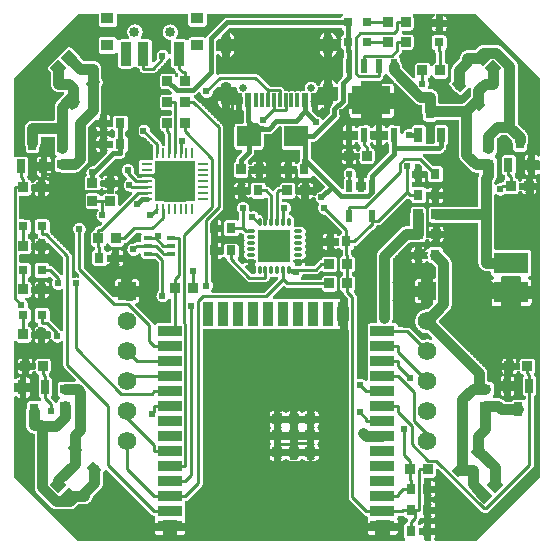
<source format=gtl>
G04 Layer: TopLayer*
G04 EasyEDA Pro v2.2.40.8, 2025-10-27 13:57:15*
G04 Gerber Generator version 0.3*
G04 Scale: 100 percent, Rotated: No, Reflected: No*
G04 Dimensions in millimeters*
G04 Leading zeros omitted, absolute positions, 4 integers and 5 decimals*
G04 Generated by one-click*
%FSLAX45Y45*%
%MOMM*%
%AMRect*21,1,$1,$2,0,0,$3*%
%ADD10C,0.0254*%
%ADD11Rect,1.0X0.75X45.0*%
%ADD12Rect,0.75X1.0X45.0*%
%ADD13R,1.10007X0.92989*%
%ADD14R,0.89992X2.0*%
%ADD15R,0.8001X0.8001*%
%ADD16R,0.3039X1.15011*%
%ADD17R,0.29997X1.15011*%
%ADD18R,0.59995X1.15011*%
%ADD19R,0.89992X0.89992*%
%ADD20R,2.10007X0.94996*%
%ADD21R,0.94996X2.10007*%
%ADD22R,2.70002X2.70002*%
%ADD23O,0.27991X0.8001*%
%ADD24O,0.8001X0.27991*%
%ADD25R,0.54991X1.0*%
%ADD26R,3.35001X3.35001*%
%ADD27R,0.27991X0.905*%
%ADD28R,0.905X0.27991*%
%ADD29R,3.29997X2.40005*%
%ADD30R,0.59995X1.19989*%
%ADD31R,0.86411X0.80645*%
%ADD32R,0.8636X0.80772*%
%ADD33R,0.80772X0.8636*%
%ADD34R,0.70002X1.24993*%
%ADD35R,0.78003X0.35001*%
%ADD36R,2.0X1.8001*%
%ADD37R,0.89992X0.8001*%
%ADD38R,0.8001X0.89992*%
%ADD39C,0.64999*%
%ADD40C,0.84988*%
%ADD41C,0.61011*%
%ADD42Rect,1.016X1.016X45.0*%
%ADD43R,2.99999X1.8001*%
%ADD44O,1.0X2.10007*%
%ADD45O,1.0X1.8001*%
%ADD46R,1.5748X1.5748*%
%ADD47C,1.5748*%
%ADD48C,0.254*%
%ADD49C,0.89992*%
%ADD50C,0.40005*%
G75*

G54D10*

G04 Copper Start*
G01X5075072Y7292012D02*
G01X5122679Y7292013D01*
G01X5075116Y7289472D02*
G01X5122723Y7289472D01*
G01X5072380Y7289800D02*
G01X5125720Y7289800D01*
G01X5075072Y7391751D02*
G01X5122679Y7391751D01*
G01X5075116Y7389210D02*
G01X5122723Y7389211D01*
G01X5072380Y7391400D02*
G01X5125720Y7391400D01*
G01X4947999Y7370737D02*
G01X5030426Y7370738D01*
G01X4948042Y7368196D02*
G01X5030470Y7368197D01*
G01X4945380Y7368540D02*
G01X5034280Y7368540D01*
G01X5125720Y6961873D02*
G01X5212031Y6961874D01*
G01X5125764Y6959333D02*
G01X5212075Y6959333D01*
G01X5123180Y6959600D02*
G01X5214620Y6959600D01*
G01X4882490Y6958465D02*
G01X5061663Y6958465D01*
G01X4882533Y6955924D02*
G01X5061707Y6955925D01*
G01X4879340Y6957060D02*
G01X5064760Y6957060D01*
G01X5125720Y7112208D02*
G01X5212036Y7112209D01*
G01X5125764Y7109668D02*
G01X5212080Y7109668D01*
G01X5123180Y7112000D02*
G01X5214620Y7112000D01*
G01X4882490Y7115251D02*
G01X5061668Y7115252D01*
G01X4882533Y7112710D02*
G01X5061712Y7112711D01*
G01X4879340Y7114540D02*
G01X5064760Y7114540D01*
G01X5696444Y5039159D02*
G01X5698983Y5041698D01*
G01X5243874Y5039159D02*
G01X5696444Y5039159D01*
G01X5243830Y5041699D02*
G01X5698868Y5041700D01*
G01X5240020Y5039360D02*
G01X5696644Y5039360D01*
G01X5151577Y5075946D02*
G01X5199133Y5075947D01*
G01X5151621Y5073405D02*
G01X5199177Y5073406D01*
G01X5148580Y5074920D02*
G01X5201920Y5074920D01*
G01X5800919Y5143635D02*
G01X5803458Y5146174D01*
G01X5244364Y5143634D02*
G01X5800919Y5143635D01*
G01X5244320Y5146175D02*
G01X5803346Y5146175D01*
G01X5242560Y5146040D02*
G01X5803324Y5146040D01*
G01X5151572Y5132982D02*
G01X5199133Y5132983D01*
G01X5151616Y5130441D02*
G01X5199177Y5130442D01*
G01X5148580Y5130800D02*
G01X5201920Y5130800D01*
G01X5243830Y5211826D02*
G01X5579394Y5211827D01*
G01X5243874Y5209285D02*
G01X5579438Y5209286D01*
G01X5240020Y5209540D02*
G01X5582920Y5209540D01*
G01X5151577Y5232761D02*
G01X5199133Y5232761D01*
G01X5151621Y5230220D02*
G01X5199177Y5230221D01*
G01X5148580Y5232400D02*
G01X5201920Y5232400D01*
G01X5243838Y5315674D02*
G01X5475544Y5315675D01*
G01X5243881Y5313133D02*
G01X5475587Y5313134D01*
G01X5242560Y5313680D02*
G01X5478780Y5313680D01*
G01X5151577Y5310850D02*
G01X5199133Y5310851D01*
G01X5151621Y5308310D02*
G01X5199177Y5308310D01*
G01X5148580Y5308600D02*
G01X5201920Y5308600D01*
G01X5243830Y5397276D02*
G01X5393938Y5397277D01*
G01X5243874Y5394736D02*
G01X5393982Y5394736D01*
G01X5240020Y5394960D02*
G01X5397500Y5394960D01*
G01X5151577Y5431445D02*
G01X5199133Y5431445D01*
G01X5151621Y5428904D02*
G01X5199177Y5428905D01*
G01X5148580Y5430520D02*
G01X5201920Y5430520D01*
G01X5058448Y9261523D02*
G01X5201668Y9261524D01*
G01X5058492Y9258982D02*
G01X5201712Y9258983D01*
G01X5057140Y9260840D02*
G01X5204460Y9260840D01*
G01X5312976Y7476454D02*
G01X5596389Y7476455D01*
G01X5313020Y7473914D02*
G01X5596433Y7473914D01*
G01X5311140Y7475220D02*
G01X5598160Y7475220D01*
G01X5220259Y7471186D02*
G01X5268120Y7471187D01*
G01X5220302Y7468646D02*
G01X5268163Y7468646D01*
G01X5217160Y7470140D02*
G01X5270500Y7470140D01*
G01X5312971Y7562614D02*
G01X5596389Y7562615D01*
G01X5313015Y7560073D02*
G01X5596433Y7560074D01*
G01X5311140Y7561580D02*
G01X5598160Y7561580D01*
G01X5220259Y7588618D02*
G01X5268120Y7588619D01*
G01X5220302Y7586078D02*
G01X5268163Y7586078D01*
G01X5217160Y7586980D02*
G01X5270500Y7586980D01*
G01X5696100Y9261384D02*
G01X5698638Y9258846D01*
G01X5338623Y9258843D02*
G01X5698569Y9258844D01*
G01X5338580Y9261384D02*
G01X5696100Y9261384D01*
G01X5336540Y9260840D02*
G01X5696644Y9260840D01*
G01X5246319Y9255321D02*
G01X5293926Y9255321D01*
G01X5246363Y9252780D02*
G01X5293970Y9252781D01*
G01X5242560Y9253220D02*
G01X5295900Y9253220D01*
G01X5801309Y6942755D02*
G01X5958847Y6942755D01*
G01X5801353Y6940214D02*
G01X5958891Y6940215D01*
G01X5798820Y6941820D02*
G01X5961380Y6941820D01*
G01X5381498Y6936598D02*
G01X5701593Y6936599D01*
G01X5381542Y6934057D02*
G01X5701637Y6934058D01*
G01X5379720Y6934200D02*
G01X5704840Y6934200D01*
G01X5737654Y6197745D02*
G01X5785111Y6197746D01*
G01X5737698Y6195204D02*
G01X5785155Y6195205D01*
G01X5735320Y6197600D02*
G01X5788660Y6197600D01*
G01X5844286Y6344211D02*
G01X5892192Y6344212D01*
G01X5844330Y6341671D02*
G01X5892236Y6341671D01*
G01X5842000Y6342380D02*
G01X5895340Y6342380D01*
G01X5715645Y6272954D02*
G01X5785111Y6272955D01*
G01X5715689Y6270413D02*
G01X5785155Y6270414D01*
G01X5712460Y6271260D02*
G01X5788660Y6271260D01*
G01X5844286Y6450625D02*
G01X5892198Y6450625D01*
G01X5844330Y6448084D02*
G01X5892241Y6448085D01*
G01X5842000Y6449060D02*
G01X5895340Y6449060D01*
G01X5625678Y6430162D02*
G01X5799437Y6430163D01*
G01X5625722Y6427622D02*
G01X5799480Y6427622D01*
G01X5623560Y6428740D02*
G01X5801360Y6428740D01*
G01X5912053Y6173150D02*
G01X5975108Y6173151D01*
G01X5912097Y6170609D02*
G01X5975152Y6170610D01*
G01X5910580Y6172200D02*
G01X5976620Y6172200D01*
G01X5827268Y6172385D02*
G01X5869846Y6172386D01*
G01X5827312Y6169845D02*
G01X5869889Y6169845D01*
G01X5824220Y6172200D02*
G01X5872480Y6172200D01*
G01X6119509Y6972407D02*
G01X6119509Y6974947D01*
G01X6058604Y6972406D02*
G01X6119509Y6972407D01*
G01X6058560Y6974947D02*
G01X6119509Y6974947D01*
G01X6055360Y6974840D02*
G01X6119509Y6974840D01*
G01X5801309Y6942714D02*
G01X5958847Y6942715D01*
G01X5801353Y6940173D02*
G01X5958891Y6940174D01*
G01X5798820Y6941820D02*
G01X5961380Y6941820D01*
G01X6029960Y8042473D02*
G01X6072538Y8042474D01*
G01X6030004Y8039932D02*
G01X6072581Y8039933D01*
G01X6027420Y8041640D02*
G01X6075680Y8041640D01*
G01X5924733Y8043200D02*
G01X5987803Y8043200D01*
G01X5924777Y8040659D02*
G01X5987847Y8040660D01*
G01X5923280Y8041640D02*
G01X5989320Y8041640D01*
G01X6029960Y8168401D02*
G01X6072538Y8168402D01*
G01X6030004Y8165860D02*
G01X6072581Y8165861D01*
G01X6027420Y8166100D02*
G01X6075680Y8166100D01*
G01X5924753Y8167373D02*
G01X5987803Y8167373D01*
G01X5924797Y8164832D02*
G01X5987847Y8164833D01*
G01X5923280Y8166100D02*
G01X5989320Y8166100D01*
G01X6119509Y7888112D02*
G01X6119509Y7890653D01*
G01X6100857Y7888111D02*
G01X6119509Y7888112D01*
G01X6100813Y7890652D02*
G01X6119509Y7890653D01*
G01X6098540Y7889240D02*
G01X6119509Y7889240D01*
G01X6007659Y7877523D02*
G01X6055520Y7877524D01*
G01X6007702Y7874982D02*
G01X6055563Y7874983D01*
G01X6004560Y7876540D02*
G01X6057900Y7876540D01*
G01X6119509Y7966349D02*
G01X6119509Y7968890D01*
G01X6100415Y7966349D02*
G01X6119509Y7966349D01*
G01X6100371Y7968889D02*
G01X6119509Y7968890D01*
G01X6098540Y7967980D02*
G01X6119509Y7967980D01*
G01X6007654Y7995153D02*
G01X6055520Y7995154D01*
G01X6007697Y7992612D02*
G01X6055563Y7992613D01*
G01X6004560Y7993380D02*
G01X6057900Y7993380D01*
G01X6099078Y7966349D02*
G01X6099100Y7967540D01*
G01X6006389Y7973060D02*
G01X6056833Y7973060D01*
G01X6099099Y7966349D02*
G01X6119509Y7966349D01*
G01X6099099Y7966349D02*
G01X6099099Y7967328D01*
G01X6006389Y7980680D02*
G01X6056833Y7980680D01*
G01X6006389Y7990840D02*
G01X6056833Y7990840D01*
G01X6006389Y7975600D02*
G01X6056833Y7975600D01*
G01X6006389Y7978140D02*
G01X6056833Y7978140D01*
G01X6099099Y7957820D02*
G01X6119509Y7957820D01*
G01X6099099Y7960360D02*
G01X6119509Y7960360D01*
G01X6099099Y7952740D02*
G01X6119509Y7952740D01*
G01X6099099Y7955280D02*
G01X6119509Y7955280D01*
G01X6099099Y7962900D02*
G01X6119509Y7962900D01*
G01X6099099Y7965440D02*
G01X6119509Y7965440D01*
G01X6099099Y7951455D02*
G01X6099099Y7966349D01*
G01X6006389Y7970520D02*
G01X6056833Y7970520D01*
G01X6006543Y7992613D02*
G01X6056833Y7992613D01*
G01X6056833Y7951455D02*
G01X6056833Y7992613D01*
G01X6006389Y7951538D02*
G01X6006389Y7993807D01*
G01X6006389Y7988300D02*
G01X6056833Y7988300D01*
G01X6006389Y7993807D02*
G01X6006543Y7992613D01*
G01X6006389Y7983220D02*
G01X6056833Y7983220D01*
G01X6006389Y7985760D02*
G01X6056833Y7985760D01*
G01X6006389Y7957820D02*
G01X6056833Y7957820D01*
G01X6006389Y7960360D02*
G01X6056833Y7960360D01*
G01X6006389Y7952740D02*
G01X6056833Y7952740D01*
G01X6006389Y7955280D02*
G01X6056833Y7955280D01*
G01X6006389Y7965440D02*
G01X6056833Y7965440D01*
G01X6006389Y7967980D02*
G01X6056833Y7967980D01*
G01X6006389Y7962900D02*
G01X6056833Y7962900D01*
G01X6099091Y7896860D02*
G01X6119509Y7896860D01*
G01X6056833Y7897983D02*
G01X6098983Y7897983D01*
G01X6119509Y7890652D02*
G01X6119509Y7966349D01*
G01X6098983Y7897983D02*
G01X6099394Y7893686D01*
G01X6056833Y7951455D02*
G01X6099099Y7951455D01*
G01X6006389Y7896860D02*
G01X6056833Y7896860D01*
G01X6056833Y7877523D02*
G01X6056833Y7897983D01*
G01X6006389Y7894320D02*
G01X6056833Y7894320D01*
G01X6099460Y7891780D02*
G01X6119509Y7891780D01*
G01X6099333Y7894320D02*
G01X6119509Y7894320D01*
G01X6099500Y7890652D02*
G01X6119509Y7890652D01*
G01X6099394Y7893686D02*
G01X6099500Y7890652D01*
G01X6006389Y7879080D02*
G01X6056833Y7879080D01*
G01X6006389Y7891780D02*
G01X6056833Y7891780D01*
G01X6006389Y7877523D02*
G01X6056833Y7877523D01*
G01X5956883Y7951376D02*
G01X6006389Y7951538D01*
G01X5956272Y7951330D02*
G01X5956883Y7951376D01*
G01X5955917Y7898250D02*
G01X5956530Y7898172D01*
G01X5955666Y7951241D02*
G01X5956272Y7951330D01*
G01X5955069Y7951111D02*
G01X5955666Y7951241D01*
G01X5954482Y7950940D02*
G01X5955069Y7951111D01*
G01X5955310Y7898370D02*
G01X5955917Y7898250D01*
G01X5954714Y7898532D02*
G01X5955310Y7898370D01*
G01X6006389Y7886700D02*
G01X6056833Y7886700D01*
G01X6006389Y7889240D02*
G01X6056833Y7889240D01*
G01X6006389Y7881620D02*
G01X6056833Y7881620D01*
G01X6006389Y7884160D02*
G01X6056833Y7884160D01*
G01X5957147Y7898138D02*
G01X6006389Y7897979D01*
G01X5956530Y7898172D02*
G01X5957147Y7898138D01*
G01X6006389Y7877523D02*
G01X6006389Y7897979D01*
G01X5953909Y7950728D02*
G01X5954482Y7950940D01*
G01X5953353Y7950477D02*
G01X5953909Y7950728D01*
G01X5952839Y7950200D02*
G01X6119509Y7950200D01*
G01X5952814Y7950187D02*
G01X5953353Y7950477D01*
G01X5950070Y7947660D02*
G01X6119509Y7947660D01*
G01X5952298Y7949860D02*
G01X5952814Y7950187D01*
G01X5948476Y7942580D02*
G01X6119509Y7942580D01*
G01X5948842Y7945120D02*
G01X6119509Y7945120D01*
G01X5948477Y7929880D02*
G01X6119509Y7929880D01*
G01X5948477Y7932420D02*
G01X6119509Y7932420D01*
G01X5948477Y7924800D02*
G01X6119509Y7924800D01*
G01X5948477Y7927340D02*
G01X6119509Y7927340D01*
G01X5948477Y7937500D02*
G01X6119509Y7937500D01*
G01X5948477Y7940040D02*
G01X6119509Y7940040D01*
G01X5948477Y7934960D02*
G01X6119509Y7934960D01*
G01X5951805Y7949499D02*
G01X5952298Y7949860D01*
G01X5951339Y7949104D02*
G01X5951805Y7949499D01*
G01X5950902Y7948677D02*
G01X5951339Y7949104D01*
G01X5950496Y7948221D02*
G01X5950902Y7948677D01*
G01X5950122Y7947737D02*
G01X5950496Y7948221D01*
G01X5949783Y7947229D02*
G01X5950122Y7947737D01*
G01X5949480Y7946699D02*
G01X5949783Y7947229D01*
G01X5949214Y7946148D02*
G01X5949480Y7946699D01*
G01X5948989Y7945581D02*
G01X5949214Y7946148D01*
G01X5948803Y7944999D02*
G01X5948989Y7945581D01*
G01X5948658Y7944404D02*
G01X5948803Y7944999D01*
G01X5948555Y7943803D02*
G01X5948658Y7944404D01*
G01X5948494Y7943195D02*
G01X5948555Y7943803D01*
G01X5948476Y7941358D02*
G01X5948476Y7942590D01*
G01X5948433Y7941358D02*
G01X5948494Y7943195D01*
G01X5948477Y7909560D02*
G01X6119509Y7909560D01*
G01X5948477Y7912100D02*
G01X6119509Y7912100D01*
G01X5948843Y7904480D02*
G01X6119509Y7904480D01*
G01X5948477Y7907020D02*
G01X6119509Y7907020D01*
G01X5948477Y7919720D02*
G01X6119509Y7919720D01*
G01X5948477Y7922260D02*
G01X6119509Y7922260D01*
G01X5948477Y7914640D02*
G01X6119509Y7914640D01*
G01X5948477Y7917180D02*
G01X6119509Y7917180D01*
G01X5952783Y7899400D02*
G01X6119509Y7899400D01*
G01X5953013Y7899261D02*
G01X5953563Y7898978D01*
G01X5954130Y7898735D02*
G01X5954714Y7898532D01*
G01X5953563Y7898978D02*
G01X5954130Y7898735D01*
G01X5950066Y7901940D02*
G01X6119509Y7901940D01*
G01X5951979Y7899937D02*
G01X5952484Y7899581D01*
G01X5952484Y7899581D02*
G01X5953013Y7899261D01*
G01X5948698Y7905027D02*
G01X5948856Y7904430D01*
G01X5948582Y7905634D02*
G01X5948698Y7905027D01*
G01X5949055Y7903845D02*
G01X5949294Y7903275D01*
G01X5948856Y7904430D02*
G01X5949055Y7903845D01*
G01X5948479Y7906929D02*
G01X5948509Y7906248D01*
G01X5948477Y7906982D02*
G01X5948477Y7942549D01*
G01X5948509Y7906248D02*
G01X5948582Y7905634D01*
G01X5950630Y7901203D02*
G01X5951050Y7900750D01*
G01X5950242Y7901685D02*
G01X5950630Y7901203D01*
G01X5951500Y7900327D02*
G01X5951979Y7899937D01*
G01X5951050Y7900750D02*
G01X5951500Y7900327D01*
G01X5949573Y7902723D02*
G01X5949890Y7902193D01*
G01X5949294Y7903275D02*
G01X5949573Y7902723D01*
G01X5949890Y7902193D02*
G01X5950242Y7901685D01*
G01X6115792Y8139916D02*
G01X6116351Y8139708D01*
G01X6115219Y8140085D02*
G01X6115792Y8139916D01*
G01X6116895Y8139461D02*
G01X6117420Y8139178D01*
G01X6116351Y8139708D02*
G01X6116895Y8139461D01*
G01X6113450Y8140346D02*
G01X6114045Y8140300D01*
G01X6073851Y8140507D02*
G01X6113450Y8140346D01*
G01X6114636Y8140213D02*
G01X6115219Y8140085D01*
G01X6114045Y8140300D02*
G01X6114636Y8140213D01*
G01X6119286Y8137699D02*
G01X6119509Y8137448D01*
G01X6118860Y8138116D02*
G01X6119286Y8137699D01*
G01X6119509Y8070809D02*
G01X6119509Y8137448D01*
G01X6119072Y8070363D02*
G01X6119497Y8070795D01*
G01X6117925Y8138857D02*
G01X6118405Y8138504D01*
G01X6117420Y8139178D02*
G01X6117925Y8138857D01*
G01X6118405Y8138504D02*
G01X6118860Y8138116D01*
G01X6028690Y8158480D02*
G01X6073851Y8158480D01*
G01X6028690Y8165861D02*
G01X6073851Y8165861D01*
G01X6073851Y8140507D02*
G01X6073851Y8165861D01*
G01X6028690Y8140502D02*
G01X6028690Y8165861D01*
G01X6028690Y8161020D02*
G01X6073851Y8161020D01*
G01X6028690Y8163560D02*
G01X6073851Y8163560D01*
G01X5989117Y8140502D02*
G01X5989117Y8164833D01*
G01X6028690Y8145780D02*
G01X6073851Y8145780D01*
G01X6028690Y8148320D02*
G01X6073851Y8148320D01*
G01X6028690Y8140700D02*
G01X6073851Y8140700D01*
G01X6028690Y8143240D02*
G01X6073851Y8143240D01*
G01X6028690Y8153400D02*
G01X6073851Y8153400D01*
G01X6028690Y8155940D02*
G01X6073851Y8155940D01*
G01X6028690Y8150860D02*
G01X6073851Y8150860D01*
G01X6118618Y8069962D02*
G01X6119072Y8070363D01*
G01X6118137Y8069593D02*
G01X6118618Y8069962D01*
G01X6117631Y8069258D02*
G01X6118137Y8069593D01*
G01X6117103Y8068960D02*
G01X6117631Y8069258D01*
G01X6116556Y8068700D02*
G01X6117103Y8068960D01*
G01X6115991Y8068478D02*
G01X6116556Y8068700D01*
G01X6115413Y8068296D02*
G01X6115991Y8068478D01*
G01X6114823Y8068155D02*
G01X6115413Y8068296D01*
G01X6114226Y8068055D02*
G01X6114823Y8068155D01*
G01X6113595Y8067996D02*
G01X6114226Y8068055D01*
G01X6073851Y8067827D02*
G01X6113467Y8067990D01*
G01X6028690Y8064500D02*
G01X6073851Y8064500D01*
G01X6028690Y8067040D02*
G01X6073851Y8067040D01*
G01X6028690Y8061960D02*
G01X6073851Y8061960D01*
G01X6028690Y8056880D02*
G01X6073851Y8056880D01*
G01X6028690Y8059420D02*
G01X6073851Y8059420D01*
G01X6073851Y8042473D02*
G01X6073851Y8067827D01*
G01X6028690Y8042473D02*
G01X6028690Y8067832D01*
G01X6028690Y8051800D02*
G01X6073851Y8051800D01*
G01X6028690Y8054340D02*
G01X6073851Y8054340D01*
G01X6028690Y8049260D02*
G01X6073851Y8049260D01*
G01X6028690Y8044180D02*
G01X6073851Y8044180D01*
G01X6028690Y8046720D02*
G01X6073851Y8046720D01*
G01X6028690Y8042473D02*
G01X6073851Y8042473D01*
G01X5989119Y8043200D02*
G01X5990387Y8043200D01*
G01X5989119Y8043200D02*
G01X5990387Y8043200D01*
G01X5989119Y8042242D02*
G01X5989119Y8043200D01*
G01X5989118Y8041990D02*
G01X5989118Y8043200D01*
G01X5923482Y8133080D02*
G01X6119509Y8133080D01*
G01X5923483Y8135620D02*
G01X6119509Y8135620D01*
G01X5923482Y8128000D02*
G01X6119509Y8128000D01*
G01X5923482Y8130540D02*
G01X6119509Y8130540D01*
G01X5923482Y8122920D02*
G01X6119509Y8122920D01*
G01X5923482Y8125460D02*
G01X6119509Y8125460D01*
G01X5923482Y8120380D02*
G01X6119509Y8120380D01*
G01X5923482Y8115300D02*
G01X6119509Y8115300D01*
G01X5923482Y8117840D02*
G01X6119509Y8117840D01*
G01X5923482Y8110220D02*
G01X6119509Y8110220D01*
G01X5923482Y8112760D02*
G01X6119509Y8112760D01*
G01X5923482Y8105140D02*
G01X6119509Y8105140D01*
G01X5923482Y8107680D02*
G01X6119509Y8107680D01*
G01X5923482Y8102600D02*
G01X6119509Y8102600D01*
G01X5923525Y8164833D02*
G01X5989117Y8164833D01*
G01X5923484Y8166086D02*
G01X5923525Y8164833D01*
G01X5923483Y8161020D02*
G01X5989117Y8161020D01*
G01X5923483Y8163560D02*
G01X5989117Y8163560D01*
G01X5923483Y8155940D02*
G01X5989117Y8155940D01*
G01X5923483Y8158480D02*
G01X5989117Y8158480D01*
G01X5923483Y8153400D02*
G01X5989117Y8153400D01*
G01X5923483Y8148320D02*
G01X5989117Y8148320D01*
G01X5923483Y8150860D02*
G01X5989117Y8150860D01*
G01X5989117Y8140502D02*
G01X6028690Y8140502D01*
G01X5923483Y8145780D02*
G01X5989117Y8145780D01*
G01X5923483Y8140700D02*
G01X5989117Y8140700D01*
G01X5923483Y8143240D02*
G01X5989117Y8143240D01*
G01X5923483Y8138160D02*
G01X6118808Y8138160D01*
G01X5923482Y8097520D02*
G01X6119509Y8097520D01*
G01X5923482Y8100060D02*
G01X6119509Y8100060D01*
G01X5923482Y8092440D02*
G01X6119509Y8092440D01*
G01X5923482Y8094980D02*
G01X6119509Y8094980D01*
G01X5923482Y8087360D02*
G01X6119509Y8087360D01*
G01X5923482Y8089900D02*
G01X6119509Y8089900D01*
G01X5923481Y8084820D02*
G01X6119509Y8084820D01*
G01X5923481Y8079740D02*
G01X6119509Y8079740D01*
G01X5923481Y8082280D02*
G01X6119509Y8082280D01*
G01X5923481Y8077200D02*
G01X6119509Y8077200D01*
G01X5989117Y8067832D02*
G01X6028690Y8067832D01*
G01X5923481Y8072120D02*
G01X6119509Y8072120D01*
G01X5923481Y8074660D02*
G01X6119509Y8074660D01*
G01X5923481Y8069580D02*
G01X6118117Y8069580D01*
G01X5923481Y8064500D02*
G01X5989117Y8064500D01*
G01X5923481Y8067040D02*
G01X5989117Y8067040D01*
G01X5989117Y8067832D02*
G01X5989119Y8043200D01*
G01X5923481Y8061960D02*
G01X5989117Y8061960D01*
G01X5923481Y8056880D02*
G01X5989118Y8056880D01*
G01X5923481Y8059420D02*
G01X5989118Y8059420D01*
G01X5923481Y8042163D02*
G01X5923483Y8165935D01*
G01X5923481Y8051800D02*
G01X5989118Y8051800D01*
G01X5923481Y8054340D02*
G01X5989118Y8054340D01*
G01X5923481Y8049260D02*
G01X5989119Y8049260D01*
G01X5923594Y8043200D02*
G01X5989118Y8043200D01*
G01X5923481Y8044180D02*
G01X5989119Y8044180D01*
G01X5923481Y8046720D02*
G01X5989119Y8046720D01*
G01X5923481Y8042163D02*
G01X5923594Y8043200D01*
G01X6115792Y8139916D02*
G01X6116351Y8139708D01*
G01X6115219Y8140085D02*
G01X6115792Y8139916D01*
G01X6116895Y8139461D02*
G01X6117420Y8139178D01*
G01X6116351Y8139708D02*
G01X6116895Y8139461D01*
G01X6113450Y8140346D02*
G01X6114045Y8140300D01*
G01X6073851Y8140507D02*
G01X6113450Y8140346D01*
G01X6114636Y8140213D02*
G01X6115219Y8140085D01*
G01X6114045Y8140300D02*
G01X6114636Y8140213D01*
G01X6119286Y8137699D02*
G01X6119509Y8137448D01*
G01X6118860Y8138116D02*
G01X6119286Y8137699D01*
G01X6119509Y8070809D02*
G01X6119509Y8137448D01*
G01X6119072Y8070363D02*
G01X6119497Y8070795D01*
G01X6117925Y8138857D02*
G01X6118405Y8138504D01*
G01X6117420Y8139178D02*
G01X6117925Y8138857D01*
G01X6118405Y8138504D02*
G01X6118860Y8138116D01*
G01X6028690Y8158480D02*
G01X6073851Y8158480D01*
G01X6028690Y8165861D02*
G01X6073851Y8165861D01*
G01X6073851Y8140507D02*
G01X6073851Y8165861D01*
G01X6028690Y8140502D02*
G01X6028690Y8165861D01*
G01X6028690Y8161020D02*
G01X6073851Y8161020D01*
G01X6028690Y8163560D02*
G01X6073851Y8163560D01*
G01X5989117Y8140502D02*
G01X5989117Y8164833D01*
G01X6028690Y8145780D02*
G01X6073851Y8145780D01*
G01X6028690Y8148320D02*
G01X6073851Y8148320D01*
G01X6028690Y8140700D02*
G01X6073851Y8140700D01*
G01X6028690Y8143240D02*
G01X6073851Y8143240D01*
G01X6028690Y8153400D02*
G01X6073851Y8153400D01*
G01X6028690Y8155940D02*
G01X6073851Y8155940D01*
G01X6028690Y8150860D02*
G01X6073851Y8150860D01*
G01X6118618Y8069962D02*
G01X6119072Y8070363D01*
G01X6118137Y8069593D02*
G01X6118618Y8069962D01*
G01X6117631Y8069258D02*
G01X6118137Y8069593D01*
G01X6117103Y8068960D02*
G01X6117631Y8069258D01*
G01X6116556Y8068700D02*
G01X6117103Y8068960D01*
G01X6115991Y8068478D02*
G01X6116556Y8068700D01*
G01X6115413Y8068296D02*
G01X6115991Y8068478D01*
G01X6114823Y8068155D02*
G01X6115413Y8068296D01*
G01X6114226Y8068055D02*
G01X6114823Y8068155D01*
G01X6113595Y8067996D02*
G01X6114226Y8068055D01*
G01X6073851Y8067827D02*
G01X6113467Y8067990D01*
G01X6028690Y8064500D02*
G01X6073851Y8064500D01*
G01X6028690Y8067040D02*
G01X6073851Y8067040D01*
G01X6028690Y8061960D02*
G01X6073851Y8061960D01*
G01X6028690Y8056880D02*
G01X6073851Y8056880D01*
G01X6028690Y8059420D02*
G01X6073851Y8059420D01*
G01X6073851Y8042473D02*
G01X6073851Y8067827D01*
G01X6028690Y8042473D02*
G01X6028690Y8067832D01*
G01X6028690Y8051800D02*
G01X6073851Y8051800D01*
G01X6028690Y8054340D02*
G01X6073851Y8054340D01*
G01X6028690Y8049260D02*
G01X6073851Y8049260D01*
G01X6028690Y8044180D02*
G01X6073851Y8044180D01*
G01X6028690Y8046720D02*
G01X6073851Y8046720D01*
G01X6028690Y8042473D02*
G01X6073851Y8042473D01*
G01X5989119Y8043200D02*
G01X5990387Y8043200D01*
G01X5989119Y8043200D02*
G01X5990387Y8043200D01*
G01X5989119Y8042242D02*
G01X5989119Y8043200D01*
G01X5989118Y8041990D02*
G01X5989118Y8043200D01*
G01X5923482Y8133080D02*
G01X6119509Y8133080D01*
G01X5923483Y8135620D02*
G01X6119509Y8135620D01*
G01X5923482Y8128000D02*
G01X6119509Y8128000D01*
G01X5923482Y8130540D02*
G01X6119509Y8130540D01*
G01X5923482Y8122920D02*
G01X6119509Y8122920D01*
G01X5923482Y8125460D02*
G01X6119509Y8125460D01*
G01X5923482Y8120380D02*
G01X6119509Y8120380D01*
G01X5923482Y8115300D02*
G01X6119509Y8115300D01*
G01X5923482Y8117840D02*
G01X6119509Y8117840D01*
G01X5923482Y8110220D02*
G01X6119509Y8110220D01*
G01X5923482Y8112760D02*
G01X6119509Y8112760D01*
G01X5923482Y8105140D02*
G01X6119509Y8105140D01*
G01X5923482Y8107680D02*
G01X6119509Y8107680D01*
G01X5923482Y8102600D02*
G01X6119509Y8102600D01*
G01X5923525Y8164833D02*
G01X5989117Y8164833D01*
G01X5923484Y8166086D02*
G01X5923525Y8164833D01*
G01X5923483Y8161020D02*
G01X5989117Y8161020D01*
G01X5923483Y8163560D02*
G01X5989117Y8163560D01*
G01X5923483Y8155940D02*
G01X5989117Y8155940D01*
G01X5923483Y8158480D02*
G01X5989117Y8158480D01*
G01X5923483Y8153400D02*
G01X5989117Y8153400D01*
G01X5923483Y8148320D02*
G01X5989117Y8148320D01*
G01X5923483Y8150860D02*
G01X5989117Y8150860D01*
G01X5989117Y8140502D02*
G01X6028690Y8140502D01*
G01X5923483Y8145780D02*
G01X5989117Y8145780D01*
G01X5923483Y8140700D02*
G01X5989117Y8140700D01*
G01X5923483Y8143240D02*
G01X5989117Y8143240D01*
G01X5923483Y8138160D02*
G01X6118808Y8138160D01*
G01X5923482Y8097520D02*
G01X6119509Y8097520D01*
G01X5923482Y8100060D02*
G01X6119509Y8100060D01*
G01X5923482Y8092440D02*
G01X6119509Y8092440D01*
G01X5923482Y8094980D02*
G01X6119509Y8094980D01*
G01X5923482Y8087360D02*
G01X6119509Y8087360D01*
G01X5923482Y8089900D02*
G01X6119509Y8089900D01*
G01X5923481Y8084820D02*
G01X6119509Y8084820D01*
G01X5923481Y8079740D02*
G01X6119509Y8079740D01*
G01X5923481Y8082280D02*
G01X6119509Y8082280D01*
G01X5923481Y8077200D02*
G01X6119509Y8077200D01*
G01X5989117Y8067832D02*
G01X6028690Y8067832D01*
G01X5923481Y8072120D02*
G01X6119509Y8072120D01*
G01X5923481Y8074660D02*
G01X6119509Y8074660D01*
G01X5923481Y8069580D02*
G01X6118117Y8069580D01*
G01X5923481Y8064500D02*
G01X5989117Y8064500D01*
G01X5923481Y8067040D02*
G01X5989117Y8067040D01*
G01X5989117Y8067832D02*
G01X5989119Y8043200D01*
G01X5923481Y8061960D02*
G01X5989117Y8061960D01*
G01X5923481Y8056880D02*
G01X5989118Y8056880D01*
G01X5923481Y8059420D02*
G01X5989118Y8059420D01*
G01X5923481Y8042163D02*
G01X5923483Y8165935D01*
G01X5923481Y8051800D02*
G01X5989118Y8051800D01*
G01X5923481Y8054340D02*
G01X5989118Y8054340D01*
G01X5923481Y8049260D02*
G01X5989119Y8049260D01*
G01X5923594Y8043200D02*
G01X5989118Y8043200D01*
G01X5923481Y8044180D02*
G01X5989119Y8044180D01*
G01X5923481Y8046720D02*
G01X5989119Y8046720D01*
G01X5923481Y8042163D02*
G01X5923594Y8043200D01*
G01X6113884Y8026255D02*
G01X6114497Y8026155D01*
G01X6114497Y8026155D02*
G01X6115102Y8026012D01*
G01X6112643Y8026327D02*
G01X6113265Y8026313D01*
G01X6113265Y8026313D02*
G01X6113884Y8026255D01*
G01X6116274Y8025600D02*
G01X6116835Y8025335D01*
G01X6116835Y8025335D02*
G01X6117378Y8025030D01*
G01X6115102Y8026012D02*
G01X6115695Y8025826D01*
G01X6115695Y8025826D02*
G01X6116274Y8025600D01*
G01X6112023Y8026298D02*
G01X6112643Y8026327D01*
G01X6111405Y8026226D02*
G01X6112023Y8026298D01*
G01X6110795Y8026111D02*
G01X6111405Y8026226D01*
G01X6110193Y8025953D02*
G01X6110795Y8026111D01*
G01X6109605Y8025754D02*
G01X6110193Y8025953D01*
G01X6109031Y8025515D02*
G01X6109605Y8025754D01*
G01X6108475Y8025236D02*
G01X6109031Y8025515D01*
G01X6117378Y8025030D02*
G01X6117897Y8024689D01*
G01X6117897Y8024689D02*
G01X6118391Y8024312D01*
G01X6107942Y8024919D02*
G01X6108475Y8025236D01*
G01X6107430Y8024565D02*
G01X6107942Y8024919D01*
G01X6118858Y8023902D02*
G01X6119295Y8023459D01*
G01X6119295Y8023459D02*
G01X6119509Y8023211D01*
G01X6106945Y8024176D02*
G01X6107430Y8024565D01*
G01X6118391Y8024312D02*
G01X6118858Y8023902D01*
G01X6106602Y8023860D02*
G01X6118899Y8023860D01*
G01X6104046Y8021320D02*
G01X6119509Y8021320D01*
G01X6106488Y8023755D02*
G01X6106945Y8024176D01*
G01X6103239Y8020515D02*
G01X6106488Y8023755D01*
G01X6099996Y8018780D02*
G01X6119509Y8018780D01*
G01X6093651Y8016240D02*
G01X6119509Y8016240D01*
G01X6101799Y8019690D02*
G01X6103239Y8020515D01*
G01X6028690Y8036560D02*
G01X6073851Y8036560D01*
G01X6028690Y8034020D02*
G01X6073851Y8034020D01*
G01X6028690Y8039933D02*
G01X6073851Y8039933D01*
G01X6028690Y8039100D02*
G01X6073851Y8039100D01*
G01X6028690Y8031480D02*
G01X6073851Y8031480D01*
G01X6028690Y8028940D02*
G01X6073851Y8028940D01*
G01X5992318Y8029086D02*
G01X5993273Y8027433D01*
G01X5993273Y8027433D02*
G01X5994341Y8025850D01*
G01X5989382Y8038122D02*
G01X5989714Y8036242D01*
G01X5989714Y8036242D02*
G01X5990176Y8034389D01*
G01X5989160Y8040660D02*
G01X5989183Y8040021D01*
G01X5989183Y8040021D02*
G01X5989382Y8038122D01*
G01X5990766Y8032573D02*
G01X5991481Y8030803D01*
G01X5991481Y8030803D02*
G01X5992318Y8029086D01*
G01X5990176Y8034389D02*
G01X5990766Y8032573D01*
G01X6028690Y8021320D02*
G01X6073851Y8021320D01*
G01X6028690Y8018780D02*
G01X6073851Y8018780D01*
G01X6028690Y8026400D02*
G01X6073851Y8026400D01*
G01X6028690Y8023860D02*
G01X6073851Y8023860D01*
G01X6099053Y8018304D02*
G01X6101799Y8019690D01*
G01X6096207Y8017109D02*
G01X6099053Y8018304D01*
G01X6004480Y8017342D02*
G01X6006225Y8016565D01*
G01X6028690Y8016240D02*
G01X6073851Y8016240D01*
G01X5996794Y8022926D02*
G01X5998167Y8021600D01*
G01X5998167Y8021600D02*
G01X5999630Y8020372D01*
G01X5994341Y8025850D02*
G01X5995516Y8024345D01*
G01X5995516Y8024345D02*
G01X5996794Y8022926D01*
G01X6001175Y8019250D02*
G01X6002794Y8018238D01*
G01X6002794Y8018238D02*
G01X6004480Y8017342D01*
G01X5999630Y8020372D02*
G01X6001175Y8019250D01*
G01X6093285Y8016116D02*
G01X6096207Y8017109D01*
G01X6092317Y7985760D02*
G01X6119509Y7985760D01*
G01X6090301Y8015328D02*
G01X6093285Y8016116D01*
G01X6089940Y7988198D02*
G01X6091330Y7986856D01*
G01X6119509Y7968889D02*
G01X6119509Y8023211D01*
G01X6093814Y7983896D02*
G01X6094894Y7982294D01*
G01X6091330Y7986856D02*
G01X6092624Y7985419D01*
G01X6092624Y7985419D02*
G01X6093814Y7983896D01*
G01X6081550Y7993380D02*
G01X6119509Y7993380D01*
G01X6086474Y7990840D02*
G01X6119509Y7990840D01*
G01X6087269Y8014751D02*
G01X6090301Y8015328D01*
G01X6084204Y8014386D02*
G01X6087269Y8014751D01*
G01X6088459Y7989441D02*
G01X6089940Y7988198D01*
G01X6089819Y7988300D02*
G01X6119509Y7988300D01*
G01X6086895Y7990577D02*
G01X6088459Y7989441D01*
G01X6097916Y7975600D02*
G01X6119509Y7975600D01*
G01X6098553Y7973060D02*
G01X6119509Y7973060D01*
G01X6098029Y7975252D02*
G01X6098497Y7973377D01*
G01X6098497Y7973377D02*
G01X6098833Y7971473D01*
G01X6098933Y7970520D02*
G01X6119509Y7970520D01*
G01X6099058Y7968889D02*
G01X6119509Y7968889D01*
G01X6098833Y7971473D02*
G01X6099035Y7969551D01*
G01X6099035Y7969551D02*
G01X6099058Y7968889D01*
G01X6094269Y7983220D02*
G01X6119509Y7983220D01*
G01X6095826Y7980680D02*
G01X6119509Y7980680D01*
G01X6094894Y7982294D02*
G01X6095861Y7980620D01*
G01X6095861Y7980620D02*
G01X6096708Y7978883D01*
G01X6097008Y7978140D02*
G01X6119509Y7978140D01*
G01X6097432Y7977090D02*
G01X6098029Y7975252D01*
G01X6096708Y7978883D02*
G01X6097432Y7977090D01*
G01X6028690Y8014574D02*
G01X6028690Y8039933D01*
G01X6073851Y8014685D02*
G01X6073851Y8039933D01*
G01X6015504Y8014591D02*
G01X6016289Y8014574D01*
G01X6016289Y8014574D02*
G01X6028690Y8014574D01*
G01X6081121Y8014236D02*
G01X6084204Y8014386D01*
G01X6078035Y8014302D02*
G01X6081121Y8014236D01*
G01X6073851Y8014685D02*
G01X6078035Y8014302D01*
G01X6070452Y7995294D02*
G01X6072377Y7995294D01*
G01X6009855Y8015386D02*
G01X6011722Y8014989D01*
G01X6011722Y8014989D02*
G01X6013613Y8014723D01*
G01X6006225Y8016565D02*
G01X6008019Y8015912D01*
G01X6008019Y8015912D02*
G01X6009855Y8015386D01*
G01X6013613Y8014723D02*
G01X6015504Y8014591D01*
G01X5992009Y7995311D02*
G01X5993898Y7995230D01*
G01X5990073Y7995259D02*
G01X5992009Y7995311D01*
G01X6078110Y7994488D02*
G01X6079968Y7993956D01*
G01X6079968Y7993956D02*
G01X6081784Y7993295D01*
G01X6074305Y7995160D02*
G01X6076219Y7994891D01*
G01X6076219Y7994891D02*
G01X6078110Y7994488D01*
G01X6083549Y7992509D02*
G01X6085256Y7991601D01*
G01X6085256Y7991601D02*
G01X6086895Y7990577D01*
G01X6081784Y7993295D02*
G01X6083549Y7992509D01*
G01X6069376Y7995232D02*
G01X6070452Y7995294D01*
G01X6072377Y7995294D02*
G01X6074305Y7995160D01*
G01X6058103Y7995153D02*
G01X6059397Y7995232D01*
G01X6059397Y7995232D02*
G01X6069376Y7995232D01*
G01X5993898Y7995230D02*
G01X6005107Y7995153D01*
G01X6005107Y7995153D02*
G01X6058103Y7995153D01*
G01X5988147Y7995072D02*
G01X5990073Y7995259D01*
G01X5922840Y8036560D02*
G01X5989658Y8036560D01*
G01X5922168Y8034020D02*
G01X5990296Y8034020D01*
G01X5923310Y8040660D02*
G01X5989160Y8040660D01*
G01X5923131Y8039100D02*
G01X5989279Y8039100D01*
G01X5918567Y8008620D02*
G01X6119509Y8008620D01*
G01X5919388Y8006080D02*
G01X6119509Y8006080D01*
G01X5921274Y8031480D02*
G01X5991207Y8031480D01*
G01X5920099Y8028940D02*
G01X5992403Y8028940D01*
G01X5915468Y8021320D02*
G01X5998501Y8021320D01*
G01X5915237Y8018780D02*
G01X6001927Y8018780D01*
G01X5918525Y8026400D02*
G01X5993969Y8026400D01*
G01X5916950Y8023860D02*
G01X5995953Y8023860D01*
G01X5916312Y8013700D02*
G01X6119509Y8013700D01*
G01X5917746Y8011160D02*
G01X6119509Y8011160D01*
G01X5915511Y8016240D02*
G01X6007117Y8016240D01*
G01X5986238Y7994751D02*
G01X5988147Y7995072D01*
G01X5984356Y7994298D02*
G01X5986238Y7994751D01*
G01X5982510Y7993714D02*
G01X5984356Y7994298D01*
G01X5980710Y7993003D02*
G01X5982510Y7993714D01*
G01X5978963Y7992168D02*
G01X5980710Y7993003D01*
G01X5977279Y7991214D02*
G01X5978963Y7992168D01*
G01X5975666Y7990144D02*
G01X5977279Y7991214D01*
G01X5974131Y7988964D02*
G01X5975666Y7990144D01*
G01X5921850Y7998460D02*
G01X6119509Y7998460D01*
G01X5924298Y7995920D02*
G01X6119509Y7995920D01*
G01X5920208Y8003540D02*
G01X6119509Y8003540D01*
G01X5921029Y8001000D02*
G01X6119509Y8001000D01*
G01X5930961Y7993380D02*
G01X5981664Y7993380D01*
G01X5935849Y7990840D02*
G01X5976715Y7990840D01*
G01X5972682Y7987680D02*
G01X5974131Y7988964D01*
G01X5922732Y8035623D02*
G01X5923310Y8040660D01*
G01X5920749Y8029988D02*
G01X5922732Y8035623D01*
G01X5915505Y8021529D02*
G01X5920749Y8029988D01*
G01X5915700Y8015442D02*
G01X5915972Y8014569D01*
G01X5916696Y8012888D02*
G01X5917143Y8012090D01*
G01X5917143Y8012090D02*
G01X5917739Y8011183D01*
G01X5915972Y8014569D02*
G01X5916305Y8013716D01*
G01X5916305Y8013716D02*
G01X5916696Y8012888D01*
G01X5915356Y8020680D02*
G01X5915505Y8021529D01*
G01X5915264Y8019770D02*
G01X5915356Y8020680D01*
G01X5915235Y8018855D02*
G01X5915264Y8019770D01*
G01X5915235Y8018855D02*
G01X5915257Y8018158D01*
G01X5915341Y8017236D02*
G01X5915489Y8016333D01*
G01X5915489Y8016333D02*
G01X5915700Y8015442D01*
G01X5915257Y8018158D02*
G01X5915341Y8017236D01*
G01X5935941Y7990784D02*
G01X5937541Y7989649D01*
G01X5937541Y7989649D02*
G01X5939058Y7988406D01*
G01X5932523Y7992706D02*
G01X5934266Y7991805D01*
G01X5934266Y7991805D02*
G01X5935941Y7990784D01*
G01X5939170Y7988300D02*
G01X5973381Y7988300D01*
G01X5971326Y7986299D02*
G01X5972682Y7987680D01*
G01X5939058Y7988406D02*
G01X5940484Y7987059D01*
G01X5923880Y7996142D02*
G01X5926469Y7994768D01*
G01X5926469Y7994768D02*
G01X5926995Y7994648D01*
G01X5917739Y8011183D02*
G01X5921889Y7998339D01*
G01X5921889Y7998339D02*
G01X5923845Y7996144D01*
G01X5928871Y7994133D02*
G01X5930722Y7993483D01*
G01X5930722Y7993483D02*
G01X5932523Y7992706D01*
G01X5926995Y7994648D02*
G01X5928871Y7994133D01*
G01X5970070Y7984826D02*
G01X5971326Y7986299D01*
G01X5968920Y7983269D02*
G01X5970070Y7984826D01*
G01X5967881Y7981635D02*
G01X5968920Y7983269D01*
G01X5966959Y7979933D02*
G01X5967881Y7981635D01*
G01X5966158Y7978171D02*
G01X5966959Y7979933D01*
G01X5965481Y7976357D02*
G01X5966158Y7978171D01*
G01X5964936Y7974510D02*
G01X5965481Y7976357D01*
G01X5964744Y7973648D02*
G01X5964936Y7974510D01*
G01X5941681Y7985760D02*
G01X5970867Y7985760D01*
G01X5943636Y7983220D02*
G01X5968890Y7983220D01*
G01X5945206Y7980680D02*
G01X5967364Y7980680D01*
G01X5946405Y7978140D02*
G01X5966146Y7978140D01*
G01X5947336Y7975600D02*
G01X5965258Y7975600D01*
G01X5964519Y7973066D02*
G01X5964744Y7973648D01*
G01X5964255Y7972501D02*
G01X5964519Y7973066D01*
G01X5963951Y7971956D02*
G01X5964255Y7972501D01*
G01X5963611Y7971433D02*
G01X5963951Y7971956D01*
G01X5963234Y7970936D02*
G01X5963611Y7971433D01*
G01X5962825Y7970466D02*
G01X5963234Y7970936D01*
G01X5962382Y7970026D02*
G01X5962825Y7970466D01*
G01X5961911Y7969618D02*
G01X5962382Y7970026D01*
G01X5961412Y7969243D02*
G01X5961911Y7969618D01*
G01X5960888Y7968904D02*
G01X5961412Y7969243D01*
G01X5948090Y7973060D02*
G01X5964517Y7973060D01*
G01X5949733Y7970520D02*
G01X5962872Y7970520D01*
G01X5960342Y7968603D02*
G01X5960888Y7968904D01*
G01X5959776Y7968340D02*
G01X5960342Y7968603D01*
G01X5959194Y7968118D02*
G01X5959776Y7968340D01*
G01X5958597Y7967937D02*
G01X5959194Y7968118D01*
G01X5953864Y7967980D02*
G01X5958739Y7967980D01*
G01X5948194Y7972811D02*
G01X5948476Y7972255D01*
G01X5948476Y7972255D02*
G01X5948796Y7971720D01*
G01X5947417Y7975361D02*
G01X5947902Y7973506D01*
G01X5947941Y7973415D02*
G01X5948194Y7972811D01*
G01X5949545Y7970723D02*
G01X5949969Y7970266D01*
G01X5949969Y7970266D02*
G01X5950425Y7969839D01*
G01X5948796Y7971720D02*
G01X5949153Y7971208D01*
G01X5949153Y7971208D02*
G01X5949545Y7970723D01*
G01X5943039Y7984084D02*
G01X5944154Y7982470D01*
G01X5944154Y7982470D02*
G01X5945154Y7980783D01*
G01X5940484Y7987059D02*
G01X5941814Y7985616D01*
G01X5941814Y7985616D02*
G01X5943039Y7984084D01*
G01X5946034Y7979030D02*
G01X5946789Y7977220D01*
G01X5946789Y7977220D02*
G01X5947417Y7975361D01*
G01X5945154Y7980783D02*
G01X5946034Y7979030D01*
G01X5957989Y7967798D02*
G01X5958597Y7967937D01*
G01X5957372Y7967701D02*
G01X5957989Y7967798D01*
G01X5954274Y7967869D02*
G01X5954886Y7967749D01*
G01X5954886Y7967749D02*
G01X5955504Y7967672D01*
G01X5956751Y7967648D02*
G01X5957372Y7967701D01*
G01X5956128Y7967638D02*
G01X5956751Y7967648D01*
G01X5955504Y7967672D02*
G01X5956128Y7967638D01*
G01X5951419Y7969087D02*
G01X5951953Y7968765D01*
G01X5951953Y7968765D02*
G01X5952508Y7968481D01*
G01X5950425Y7969839D02*
G01X5950909Y7969446D01*
G01X5950909Y7969446D02*
G01X5951419Y7969087D01*
G01X5953082Y7968236D02*
G01X5953671Y7968032D01*
G01X5953671Y7968032D02*
G01X5954274Y7967869D01*
G01X5952508Y7968481D02*
G01X5953082Y7968236D01*
G01X5983622Y6153189D02*
G01X5985016Y6151698D01*
G01X5982334Y6154773D02*
G01X5983622Y6153189D01*
G01X5985016Y6151698D02*
G01X5986512Y6150308D01*
G01X5980106Y6158192D02*
G01X5981160Y6156444D01*
G01X5981160Y6156444D02*
G01X5982334Y6154773D01*
G01X5989774Y6147858D02*
G01X5991526Y6146809D01*
G01X5991526Y6146809D02*
G01X5993347Y6145885D01*
G01X5986512Y6150308D02*
G01X5988100Y6149026D01*
G01X5988100Y6149026D02*
G01X5989774Y6147858D01*
G01X5979176Y6160010D02*
G01X5980106Y6158192D01*
G01X5907829Y6159500D02*
G01X5979437Y6159500D01*
G01X5977708Y6163816D02*
G01X5978376Y6161888D01*
G01X5978376Y6161888D02*
G01X5979176Y6160010D01*
G01X5902157Y6151880D02*
G01X5984846Y6151880D01*
G01X5899050Y6149340D02*
G01X5987711Y6149340D01*
G01X5906379Y6156960D02*
G01X5980849Y6156960D01*
G01X5904533Y6154420D02*
G01X5982621Y6154420D01*
G01X5998708Y6138172D02*
G01X5998924Y6136900D01*
G01X5998924Y6136900D02*
G01X5999051Y6135616D01*
G01X5998013Y6140656D02*
G01X5998404Y6139426D01*
G01X5998404Y6139426D02*
G01X5998708Y6138172D01*
G01X5999051Y6135616D02*
G01X5999087Y6134326D01*
G01X5999034Y6133037D02*
G01X5999087Y6134326D01*
G01X5998888Y6131740D02*
G01X5999034Y6133037D01*
G01X5998710Y6130711D02*
G01X5998888Y6131740D01*
G01X5995218Y6145094D02*
G01X5995859Y6144864D01*
G01X5880110Y6144260D02*
G01X5996262Y6144260D01*
G01X5894345Y6146800D02*
G01X5991544Y6146800D01*
G01X5993347Y6145885D02*
G01X5995218Y6145094D01*
G01X5996979Y6143019D02*
G01X5997538Y6141856D01*
G01X5997538Y6141856D02*
G01X5998013Y6140656D01*
G01X5995859Y6144864D02*
G01X5996342Y6144141D01*
G01X5996342Y6144141D02*
G01X5996979Y6143019D01*
G01X5976489Y6170610D02*
G01X5976532Y6169817D01*
G01X5910741Y6170610D02*
G01X5976489Y6170610D01*
G01X5910685Y6169660D02*
G01X5976551Y6169660D01*
G01X5910721Y6170011D02*
G01X5910741Y6170610D01*
G01X5910524Y6168098D02*
G01X5910721Y6170011D01*
G01X5976784Y6167791D02*
G01X5977176Y6165788D01*
G01X5977176Y6165788D02*
G01X5977708Y6163816D01*
G01X5976532Y6169817D02*
G01X5976784Y6167791D01*
G01X5910353Y6167120D02*
G01X5976915Y6167120D01*
G01X5910193Y6166204D02*
G01X5910524Y6168098D01*
G01X5909791Y6164580D02*
G01X5977502Y6164580D01*
G01X5909731Y6164338D02*
G01X5910193Y6166204D01*
G01X5909140Y6162508D02*
G01X5909731Y6164338D01*
G01X5908423Y6160724D02*
G01X5909140Y6162508D01*
G01X5908952Y6162040D02*
G01X5978323Y6162040D01*
G01X5871159Y6144571D02*
G01X5871159Y6169845D01*
G01X5907584Y6158994D02*
G01X5908423Y6160724D01*
G01X5906625Y6157327D02*
G01X5907584Y6158994D01*
G01X5905553Y6155731D02*
G01X5906625Y6157327D01*
G01X5904372Y6154213D02*
G01X5905553Y6155731D01*
G01X5903088Y6152782D02*
G01X5904372Y6154213D01*
G01X5901707Y6151444D02*
G01X5903088Y6152782D01*
G01X5900236Y6150205D02*
G01X5901707Y6151444D01*
G01X5898683Y6149072D02*
G01X5900236Y6150205D01*
G01X5897054Y6148051D02*
G01X5898683Y6149072D01*
G01X5895304Y6147116D02*
G01X5897054Y6148051D01*
G01X5894485Y6146840D02*
G01X5895304Y6147116D01*
G01X5890899Y6145809D02*
G01X5894485Y6146840D01*
G01X5887234Y6145027D02*
G01X5890899Y6145809D01*
G01X5883523Y6144502D02*
G01X5887234Y6145027D01*
G01X5879784Y6144237D02*
G01X5883523Y6144502D01*
G01X5871159Y6144571D02*
G01X5876037Y6144234D01*
G01X5876037Y6144234D02*
G01X5879784Y6144237D01*
G01X5998700Y6130003D02*
G01X5998710Y6130711D01*
G01X5998649Y6129395D02*
G01X5998700Y6130003D01*
G01X5998556Y6128792D02*
G01X5998649Y6129395D01*
G01X5998421Y6128196D02*
G01X5998556Y6128792D01*
G01X5998245Y6127612D02*
G01X5998421Y6128196D01*
G01X5998028Y6127041D02*
G01X5998245Y6127612D01*
G01X5997772Y6126487D02*
G01X5998028Y6127041D01*
G01X5997478Y6125952D02*
G01X5997772Y6126487D01*
G01X5997148Y6125439D02*
G01X5997478Y6125952D01*
G01X5996782Y6124950D02*
G01X5997148Y6125439D01*
G01X5996383Y6124488D02*
G01X5996782Y6124950D01*
G01X5995954Y6124055D02*
G01X5996383Y6124488D01*
G01X5995494Y6123652D02*
G01X5995954Y6124055D01*
G01X5995009Y6123283D02*
G01X5995494Y6123652D01*
G01X5979358Y6123643D02*
G01X5984818Y6122984D01*
G01X5906095Y6123584D02*
G01X5907856Y6123643D01*
G01X5907856Y6123643D02*
G01X5979358Y6123643D01*
G01X5994498Y6122949D02*
G01X5995009Y6123283D01*
G01X5993965Y6122651D02*
G01X5994498Y6122949D01*
G01X5993413Y6122391D02*
G01X5993965Y6122651D01*
G01X5992844Y6122170D02*
G01X5993413Y6122391D01*
G01X5992261Y6121989D02*
G01X5992844Y6122170D01*
G01X5991667Y6121849D02*
G01X5992261Y6121989D01*
G01X5991064Y6121752D02*
G01X5991667Y6121849D01*
G01X5990457Y6121696D02*
G01X5991064Y6121752D01*
G01X5986794Y6122278D02*
G01X5987440Y6122055D01*
G01X5987440Y6122055D02*
G01X5988031Y6121899D01*
G01X5904320Y6123400D02*
G01X5906095Y6123584D01*
G01X5984818Y6122984D02*
G01X5986722Y6122304D01*
G01X5989237Y6121713D02*
G01X5989846Y6121683D01*
G01X5989846Y6121683D02*
G01X5990457Y6121696D01*
G01X5988031Y6121899D02*
G01X5988630Y6121785D01*
G01X5988630Y6121785D02*
G01X5989237Y6121713D01*
G01X5902562Y6123092D02*
G01X5904320Y6123400D01*
G01X5900829Y6122663D02*
G01X5902562Y6123092D01*
G01X5899131Y6122114D02*
G01X5900829Y6122663D01*
G01X5897475Y6121448D02*
G01X5899131Y6122114D01*
G01X5895870Y6120668D02*
G01X5897475Y6121448D01*
G01X5894323Y6119778D02*
G01X5895870Y6120668D01*
G01X5892842Y6118782D02*
G01X5894323Y6119778D01*
G01X5891434Y6117685D02*
G01X5892842Y6118782D01*
G01X5890106Y6116493D02*
G01X5891434Y6117685D01*
G01X5888864Y6115211D02*
G01X5890106Y6116493D01*
G01X5887715Y6113845D02*
G01X5888864Y6115211D01*
G01X5886663Y6112403D02*
G01X5887715Y6113845D01*
G01X5885724Y6110904D02*
G01X5886663Y6112403D01*
G01X5885493Y6110497D02*
G01X5885724Y6110904D01*
G01X5884946Y6109918D02*
G01X5885493Y6110497D01*
G01X5884242Y6109274D02*
G01X5884946Y6109918D01*
G01X5883495Y6108679D02*
G01X5884242Y6109274D01*
G01X5882708Y6108139D02*
G01X5883495Y6108679D01*
G01X5881886Y6107654D02*
G01X5882708Y6108139D01*
G01X5881032Y6107229D02*
G01X5881886Y6107654D01*
G01X5880149Y6106863D02*
G01X5881032Y6107229D01*
G01X5879244Y6106560D02*
G01X5880149Y6106863D01*
G01X5878320Y6106321D02*
G01X5879244Y6106560D01*
G01X5877382Y6106148D02*
G01X5878320Y6106321D01*
G01X5873092Y6106183D02*
G01X5873539Y6106120D01*
G01X5873254Y6106160D02*
G01X5877449Y6106160D01*
G01X5836630Y6106072D02*
G01X5837764Y6106183D01*
G01X5837764Y6106183D02*
G01X5873092Y6106183D01*
G01X5876433Y6106039D02*
G01X5877382Y6106148D01*
G01X5875479Y6105998D02*
G01X5876433Y6106039D01*
G01X5873539Y6106120D02*
G01X5874525Y6106023D01*
G01X5874525Y6106023D02*
G01X5875479Y6105998D01*
G01X5825998Y6164580D02*
G01X5871159Y6164580D01*
G01X5825998Y6167120D02*
G01X5871159Y6167120D01*
G01X5825998Y6162040D02*
G01X5871159Y6162040D01*
G01X5825998Y6169845D02*
G01X5871159Y6169845D01*
G01X5825998Y6169660D02*
G01X5871159Y6169660D01*
G01X5825998Y6159500D02*
G01X5871159Y6159500D01*
G01X5790501Y6157448D02*
G01X5791568Y6155836D01*
G01X5788718Y6160874D02*
G01X5789550Y6159130D01*
G01X5789550Y6159130D02*
G01X5790501Y6157448D01*
G01X5786978Y6166394D02*
G01X5787429Y6164515D01*
G01X5736391Y6164580D02*
G01X5787414Y6164580D01*
G01X5786659Y6168300D02*
G01X5786978Y6166394D01*
G01X5736387Y6167120D02*
G01X5786857Y6167120D01*
G01X5788010Y6162672D02*
G01X5788718Y6160874D01*
G01X5736030Y6159500D02*
G01X5789373Y6159500D01*
G01X5787429Y6164515D02*
G01X5788010Y6162672D01*
G01X5736340Y6162040D02*
G01X5788259Y6162040D01*
G01X5825998Y6156960D02*
G01X5871159Y6156960D01*
G01X5825998Y6154420D02*
G01X5871159Y6154420D01*
G01X5825998Y6151880D02*
G01X5871159Y6151880D01*
G01X5795401Y6151502D02*
G01X5796840Y6150270D01*
G01X5825998Y6149340D02*
G01X5871159Y6149340D01*
G01X5825998Y6146800D02*
G01X5871159Y6146800D01*
G01X5796840Y6150270D02*
G01X5799133Y6148799D01*
G01X5799133Y6148799D02*
G01X5801909Y6146078D01*
G01X5791568Y6155836D02*
G01X5792744Y6154303D01*
G01X5792744Y6154303D02*
G01X5794024Y6152856D01*
G01X5735440Y6156960D02*
G01X5790824Y6156960D01*
G01X5734558Y6154420D02*
G01X5792654Y6154420D01*
G01X5731780Y6149340D02*
G01X5798289Y6149340D01*
G01X5730899Y6146800D02*
G01X5801172Y6146800D01*
G01X5794024Y6152856D02*
G01X5795401Y6151502D01*
G01X5733323Y6151880D02*
G01X5795016Y6151880D01*
G01X5786425Y6172128D02*
G01X5786425Y6195205D01*
G01X5736386Y6174740D02*
G01X5786425Y6174740D01*
G01X5736386Y6172200D02*
G01X5786425Y6172200D01*
G01X5736386Y6179820D02*
G01X5786425Y6179820D01*
G01X5736386Y6177280D02*
G01X5786425Y6177280D01*
G01X5786474Y6170224D02*
G01X5786659Y6168300D01*
G01X5736386Y6169660D02*
G01X5786529Y6169660D01*
G01X5786425Y6172128D02*
G01X5786474Y6170224D01*
G01X5736387Y6164717D02*
G01X5736405Y6164160D01*
G01X5736385Y6192520D02*
G01X5786425Y6192520D01*
G01X5736385Y6189980D02*
G01X5786425Y6189980D01*
G01X5736384Y6195205D02*
G01X5786425Y6195205D01*
G01X5736384Y6195060D02*
G01X5786425Y6195060D01*
G01X5736385Y6187440D02*
G01X5786425Y6187440D01*
G01X5736385Y6184900D02*
G01X5786425Y6184900D01*
G01X5736384Y6195205D02*
G01X5736387Y6164717D01*
G01X5736385Y6182360D02*
G01X5786425Y6182360D01*
G01X5736378Y6162474D02*
G01X5736405Y6164160D01*
G01X5736232Y6160780D02*
G01X5736378Y6162474D01*
G01X5735967Y6159100D02*
G01X5736232Y6160780D01*
G01X5735587Y6157443D02*
G01X5735967Y6159100D01*
G01X5735092Y6155816D02*
G01X5735587Y6157443D01*
G01X5734485Y6154228D02*
G01X5735092Y6155816D01*
G01X5733768Y6152686D02*
G01X5734485Y6154228D01*
G01X5732945Y6151198D02*
G01X5733768Y6152686D01*
G01X5732045Y6149808D02*
G01X5732945Y6151198D01*
G01X5731768Y6149319D02*
G01X5732045Y6149808D01*
G01X5731496Y6148755D02*
G01X5731768Y6149319D01*
G01X5731266Y6148178D02*
G01X5731496Y6148755D01*
G01X5731077Y6147586D02*
G01X5731266Y6148178D01*
G01X5730930Y6146984D02*
G01X5731077Y6147586D01*
G01X5730825Y6146371D02*
G01X5730930Y6146984D01*
G01X5730763Y6145753D02*
G01X5730825Y6146371D01*
G01X5825998Y6144486D02*
G01X5825998Y6169845D01*
G01X5807102Y6145174D02*
G01X5813417Y6144486D01*
G01X5813417Y6144486D02*
G01X5825998Y6144486D01*
G01X5806629Y6145122D02*
G01X5807102Y6145174D01*
G01X5803215Y6144867D02*
G01X5806629Y6145122D01*
G01X5805220Y6126480D02*
G01X5997768Y6126480D01*
G01X5809387Y6123940D02*
G01X5995823Y6123940D01*
G01X5811840Y6122445D02*
G01X5826646Y6108932D01*
G01X5812985Y6121400D02*
G01X5897377Y6121400D01*
G01X5733077Y6139180D02*
G01X5998464Y6139180D01*
G01X5737144Y6136640D02*
G01X5998950Y6136640D01*
G01X5730798Y6144260D02*
G01X5875658Y6144260D01*
G01X5731451Y6141720D02*
G01X5997592Y6141720D01*
G01X5785948Y6134100D02*
G01X5999078Y6134100D01*
G01X5798770Y6131560D02*
G01X5998857Y6131560D01*
G01X5801241Y6129020D02*
G01X5998591Y6129020D01*
G01X5801617Y6128676D02*
G01X5811840Y6122445D01*
G01X5831295Y6106671D02*
G01X5832340Y6106402D01*
G01X5832340Y6106402D02*
G01X5833402Y6106207D01*
G01X5829274Y6107423D02*
G01X5830272Y6107011D01*
G01X5830272Y6107011D02*
G01X5831295Y6106671D01*
G01X5833823Y6106160D02*
G01X5837531Y6106160D01*
G01X5835552Y6106042D02*
G01X5836630Y6106072D01*
G01X5833402Y6106207D02*
G01X5834473Y6106087D01*
G01X5834473Y6106087D02*
G01X5835552Y6106042D01*
G01X5815768Y6118860D02*
G01X5892958Y6118860D01*
G01X5818551Y6116320D02*
G01X5889938Y6116320D01*
G01X5821334Y6113780D02*
G01X5887667Y6113780D01*
G01X5824117Y6111240D02*
G01X5885934Y6111240D01*
G01X5826996Y6108700D02*
G01X5883521Y6108700D01*
G01X5828308Y6107902D02*
G01X5829274Y6107423D01*
G01X5826646Y6108932D02*
G01X5827372Y6108451D01*
G01X5827372Y6108451D02*
G01X5828308Y6107902D01*
G01X5801909Y6146078D02*
G01X5802390Y6145246D01*
G01X5802390Y6145246D02*
G01X5803215Y6144867D01*
G01X5731860Y6140866D02*
G01X5732180Y6140333D01*
G01X5732180Y6140333D02*
G01X5732535Y6139824D01*
G01X5733349Y6138887D02*
G01X5733803Y6138464D01*
G01X5733803Y6138464D02*
G01X5734285Y6138073D01*
G01X5732535Y6139824D02*
G01X5732926Y6139342D01*
G01X5732926Y6139342D02*
G01X5733349Y6138887D01*
G01X5730780Y6144404D02*
G01X5730856Y6143788D01*
G01X5730856Y6143788D02*
G01X5730974Y6143178D01*
G01X5730745Y6145133D02*
G01X5730763Y6145753D01*
G01X5730748Y6145084D02*
G01X5730780Y6144404D01*
G01X5731336Y6141991D02*
G01X5731578Y6141419D01*
G01X5731578Y6141419D02*
G01X5731860Y6140866D01*
G01X5730974Y6143178D02*
G01X5731134Y6142578D01*
G01X5731134Y6142578D02*
G01X5731336Y6141991D01*
G01X5780842Y6135331D02*
G01X5792110Y6132614D01*
G01X5796094Y6132475D02*
G01X5797956Y6133196D01*
G01X5738863Y6136313D02*
G01X5739483Y6136280D01*
G01X5739483Y6136280D02*
G01X5780842Y6135331D01*
G01X5797956Y6133196D02*
G01X5799050Y6130998D01*
G01X5799056Y6131021D02*
G01X5801617Y6128676D01*
G01X5792110Y6132614D02*
G01X5795748Y6132417D01*
G01X5795748Y6132417D02*
G01X5796094Y6132475D01*
G01X5735326Y6137396D02*
G01X5735879Y6137114D01*
G01X5735879Y6137114D02*
G01X5736450Y6136871D01*
G01X5734285Y6138073D02*
G01X5734794Y6137716D01*
G01X5734794Y6137716D02*
G01X5735326Y6137396D01*
G01X5737637Y6136507D02*
G01X5738247Y6136388D01*
G01X5738247Y6136388D02*
G01X5738863Y6136313D01*
G01X5736450Y6136871D02*
G01X5737037Y6136669D01*
G01X5737037Y6136669D02*
G01X5737637Y6136507D01*
G01X5949928Y6355311D02*
G01X5950351Y6354855D01*
G01X5949473Y6355738D02*
G01X5949928Y6355311D01*
G01X5950351Y6354855D02*
G01X5950741Y6354370D01*
G01X5948482Y6356490D02*
G01X5948991Y6356131D01*
G01X5947949Y6356812D02*
G01X5948482Y6356490D01*
G01X5948991Y6356131D02*
G01X5949473Y6355738D01*
G01X5951696Y6352768D02*
G01X5951948Y6352164D01*
G01X5951415Y6353324D02*
G01X5951696Y6352768D01*
G01X5952006Y6352007D02*
G01X5954122Y6345867D01*
G01X5950741Y6354370D02*
G01X5951096Y6353859D01*
G01X5951096Y6353859D02*
G01X5951415Y6353324D01*
G01X5945635Y6357709D02*
G01X5946235Y6357546D01*
G01X5941227Y6357620D02*
G01X5945963Y6357620D01*
G01X5946235Y6357546D02*
G01X5946824Y6357342D01*
G01X5944406Y6357908D02*
G01X5945024Y6357830D01*
G01X5943784Y6357943D02*
G01X5944406Y6357908D01*
G01X5945024Y6357830D02*
G01X5945635Y6357709D01*
G01X5937053Y6355080D02*
G01X5950142Y6355080D01*
G01X5935402Y6352540D02*
G01X5951791Y6352540D01*
G01X5934664Y6350000D02*
G01X5952698Y6350000D01*
G01X5946824Y6357342D02*
G01X5947396Y6357096D01*
G01X5947396Y6357096D02*
G01X5947949Y6356812D01*
G01X5964917Y6334608D02*
G01X5966852Y6333486D01*
G01X5963067Y6335863D02*
G01X5964917Y6334608D01*
G01X5966852Y6333486D02*
G01X5968860Y6332501D01*
G01X5959649Y6338743D02*
G01X5961308Y6337244D01*
G01X5958099Y6340356D02*
G01X5959649Y6338743D01*
G01X5961308Y6337244D02*
G01X5963067Y6335863D01*
G01X5975225Y6330417D02*
G01X5977410Y6330026D01*
G01X5973056Y6330962D02*
G01X5975225Y6330417D01*
G01X5977438Y6330022D02*
G01X5977919Y6329676D01*
G01X5968860Y6332501D02*
G01X5970931Y6331658D01*
G01X5970931Y6331658D02*
G01X5973056Y6330962D01*
G01X5955355Y6343884D02*
G01X5956666Y6342072D01*
G01X5931029Y6342380D02*
G01X5956443Y6342380D01*
G01X5956666Y6342072D02*
G01X5958099Y6340356D01*
G01X5954122Y6345867D02*
G01X5955355Y6343884D01*
G01X5933778Y6347460D02*
G01X5953573Y6347460D01*
G01X5932559Y6344920D02*
G01X5954711Y6344920D01*
G01X5923134Y6334760D02*
G01X5964693Y6334760D01*
G01X5918050Y6332220D02*
G01X5969550Y6332220D01*
G01X5905504Y6329680D02*
G01X5977915Y6329680D01*
G01X5929044Y6339840D02*
G01X5958595Y6339840D01*
G01X5926507Y6337300D02*
G01X5961245Y6337300D01*
G01X5943162Y6357934D02*
G01X5943784Y6357943D01*
G01X5942542Y6357881D02*
G01X5943162Y6357934D01*
G01X5941926Y6357786D02*
G01X5942542Y6357881D01*
G01X5941319Y6357648D02*
G01X5941926Y6357786D01*
G01X5940723Y6357468D02*
G01X5941319Y6357648D01*
G01X5940141Y6357247D02*
G01X5940723Y6357468D01*
G01X5939576Y6356985D02*
G01X5940141Y6357247D01*
G01X5939031Y6356685D02*
G01X5939576Y6356985D01*
G01X5938507Y6356348D02*
G01X5939031Y6356685D01*
G01X5938009Y6355975D02*
G01X5938507Y6356348D01*
G01X5937538Y6355568D02*
G01X5938009Y6355975D01*
G01X5937096Y6355129D02*
G01X5937538Y6355568D01*
G01X5936686Y6354660D02*
G01X5937096Y6355129D01*
G01X5936310Y6354164D02*
G01X5936686Y6354660D01*
G01X5935969Y6353643D02*
G01X5936310Y6354164D01*
G01X5935666Y6353100D02*
G01X5935969Y6353643D01*
G01X5935401Y6352536D02*
G01X5935666Y6353100D01*
G01X5935176Y6351956D02*
G01X5935401Y6352536D01*
G01X5934989Y6351110D02*
G01X5935176Y6351956D01*
G01X5934454Y6349281D02*
G01X5934989Y6351110D01*
G01X5933789Y6347484D02*
G01X5934454Y6349281D01*
G01X5933000Y6345737D02*
G01X5933789Y6347484D01*
G01X5932091Y6344050D02*
G01X5933000Y6345737D01*
G01X5931066Y6342431D02*
G01X5932091Y6344050D01*
G01X5929931Y6340886D02*
G01X5931066Y6342431D01*
G01X5928692Y6339425D02*
G01X5929931Y6340886D01*
G01X5927353Y6338053D02*
G01X5928692Y6339425D01*
G01X5925922Y6336779D02*
G01X5927353Y6338053D01*
G01X5924405Y6335607D02*
G01X5925922Y6336779D01*
G01X5922811Y6334544D02*
G01X5924405Y6335607D01*
G01X5921146Y6333595D02*
G01X5922811Y6334544D01*
G01X5919419Y6332764D02*
G01X5921146Y6333595D01*
G01X5917638Y6332056D02*
G01X5919419Y6332764D01*
G01X5915812Y6331474D02*
G01X5917638Y6332056D01*
G01X5913951Y6331020D02*
G01X5915812Y6331474D01*
G01X5912061Y6330698D02*
G01X5913951Y6331020D01*
G01X5910155Y6330508D02*
G01X5912061Y6330698D01*
G01X5908283Y6330453D02*
G01X5910155Y6330508D01*
G01X5908006Y6330420D02*
G01X5908283Y6330453D01*
G01X5907389Y6330312D02*
G01X5908006Y6330420D01*
G01X5906787Y6330162D02*
G01X5907389Y6330312D01*
G01X5906196Y6329970D02*
G01X5906787Y6330162D01*
G01X5905621Y6329737D02*
G01X5906196Y6329970D01*
G01X5983466Y6320282D02*
G01X5983540Y6319349D01*
G01X5983327Y6321208D02*
G01X5983466Y6320282D01*
G01X5983540Y6319349D02*
G01X5983550Y6318413D01*
G01X5982856Y6323019D02*
G01X5983123Y6322121D01*
G01X5982528Y6323895D02*
G01X5982856Y6323019D01*
G01X5983123Y6322121D02*
G01X5983327Y6321208D01*
G01X5983493Y6317479D02*
G01X5983550Y6318413D01*
G01X5983372Y6316550D02*
G01X5983493Y6317479D01*
G01X5983187Y6315633D02*
G01X5983372Y6316550D01*
G01X5982936Y6314727D02*
G01X5983187Y6315633D01*
G01X5982661Y6313947D02*
G01X5982936Y6314727D01*
G01X5980021Y6327821D02*
G01X5980630Y6327110D01*
G01X5902274Y6327140D02*
G01X5980604Y6327140D01*
G01X5980630Y6327110D02*
G01X5981187Y6326358D01*
G01X5978663Y6329107D02*
G01X5979364Y6328488D01*
G01X5977919Y6329676D02*
G01X5978663Y6329107D01*
G01X5979364Y6328488D02*
G01X5980021Y6327821D01*
G01X5982139Y6324747D02*
G01X5982528Y6323895D01*
G01X5901656Y6316980D02*
G01X5983428Y6316980D01*
G01X5903763Y6314440D02*
G01X5982835Y6314440D01*
G01X5981187Y6326358D02*
G01X5981691Y6325569D01*
G01X5981691Y6325569D02*
G01X5982139Y6324747D01*
G01X5979149Y6308258D02*
G01X5982661Y6313947D01*
G01X5977150Y6302621D02*
G01X5979149Y6308258D01*
G01X5976419Y6296086D02*
G01X5977150Y6302621D01*
G01X5910783Y6294120D02*
G01X5976419Y6294120D01*
G01X5910782Y6291580D02*
G01X5976419Y6291580D01*
G01X5910781Y6289040D02*
G01X5976419Y6289040D01*
G01X5976417Y6172294D02*
G01X5976419Y6296086D01*
G01X5910779Y6281420D02*
G01X5976419Y6281420D01*
G01X5976395Y6173150D02*
G01X5976420Y6171938D01*
G01X5910780Y6286500D02*
G01X5976419Y6286500D01*
G01X5910779Y6283960D02*
G01X5976419Y6283960D01*
G01X5907359Y6309360D02*
G01X5979829Y6309360D01*
G01X5905786Y6311900D02*
G01X5981397Y6311900D01*
G01X5908597Y6306820D02*
G01X5978639Y6306820D01*
G01X5910192Y6301740D02*
G01X5977051Y6301740D01*
G01X5909519Y6304280D02*
G01X5977738Y6304280D01*
G01X5910594Y6299200D02*
G01X5976767Y6299200D01*
G01X5910778Y6278880D02*
G01X5976419Y6278880D01*
G01X5910762Y6296660D02*
G01X5976484Y6296660D01*
G01X5910777Y6276340D02*
G01X5976419Y6276340D01*
G01X5910776Y6273800D02*
G01X5976419Y6273800D01*
G01X5910775Y6271260D02*
G01X5976419Y6271260D01*
G01X5905063Y6329465D02*
G01X5905621Y6329737D01*
G01X5904526Y6329155D02*
G01X5905063Y6329465D01*
G01X5904012Y6328808D02*
G01X5904526Y6329155D01*
G01X5903522Y6328426D02*
G01X5904012Y6328808D01*
G01X5903061Y6328011D02*
G01X5903522Y6328426D01*
G01X5902630Y6327565D02*
G01X5903061Y6328011D01*
G01X5906711Y6310505D02*
G01X5907660Y6308829D01*
G01X5905647Y6312110D02*
G01X5906711Y6310505D01*
G01X5907660Y6308829D02*
G01X5908490Y6307091D01*
G01X5903210Y6315065D02*
G01X5904473Y6313638D01*
G01X5904473Y6313638D02*
G01X5905647Y6312110D01*
G01X5902231Y6327089D02*
G01X5902630Y6327565D01*
G01X5901867Y6326588D02*
G01X5902231Y6327089D01*
G01X5901538Y6326061D02*
G01X5901867Y6326588D01*
G01X5901246Y6325513D02*
G01X5901538Y6326061D01*
G01X5900994Y6324947D02*
G01X5901246Y6325513D01*
G01X5900993Y6318286D02*
G01X5901246Y6317719D01*
G01X5902230Y6316143D02*
G01X5902629Y6315668D01*
G01X5901866Y6316645D02*
G01X5902230Y6316143D01*
G01X5902629Y6315668D02*
G01X5903060Y6315221D01*
G01X5901246Y6317719D02*
G01X5901537Y6317171D01*
G01X5901537Y6317171D02*
G01X5901866Y6316645D01*
G01X5910783Y6189980D02*
G01X5976417Y6189980D01*
G01X5910783Y6192520D02*
G01X5976417Y6192520D01*
G01X5910783Y6187440D02*
G01X5976417Y6187440D01*
G01X5910783Y6182360D02*
G01X5976417Y6182360D01*
G01X5910783Y6184900D02*
G01X5976417Y6184900D01*
G01X5910783Y6179820D02*
G01X5976417Y6179820D01*
G01X5910783Y6174740D02*
G01X5976417Y6174740D01*
G01X5910783Y6177280D02*
G01X5976417Y6177280D01*
G01X5910783Y6173150D02*
G01X5976395Y6173150D01*
G01X5910783Y6172144D02*
G01X5910783Y6173150D01*
G01X5910783Y6172144D02*
G01X5910783Y6173150D01*
G01X5910228Y6301589D02*
G01X5910547Y6299690D01*
G01X5909777Y6303462D02*
G01X5910228Y6301589D01*
G01X5910547Y6299690D02*
G01X5910733Y6297773D01*
G01X5908490Y6307091D02*
G01X5909197Y6305299D01*
G01X5909197Y6305299D02*
G01X5909777Y6303462D01*
G01X5910783Y6197600D02*
G01X5976417Y6197600D01*
G01X5910733Y6297773D02*
G01X5910783Y6295874D01*
G01X5910783Y6195060D02*
G01X5976417Y6195060D01*
G01X5910775Y6270414D02*
G01X5910783Y6295874D01*
G01X5910783Y6173150D02*
G01X5910783Y6197745D01*
G01X5900868Y6324600D02*
G01X5982206Y6324600D01*
G01X5900782Y6324364D02*
G01X5900994Y6324947D01*
G01X5900361Y6322060D02*
G01X5983137Y6322060D01*
G01X5900611Y6323767D02*
G01X5900782Y6324364D01*
G01X5900481Y6323160D02*
G01X5900611Y6323767D01*
G01X5900395Y6322546D02*
G01X5900481Y6323160D01*
G01X5900352Y6321306D02*
G01X5900395Y6320687D01*
G01X5900352Y6321927D02*
G01X5900395Y6322546D01*
G01X5900395Y6320687D02*
G01X5900481Y6320073D01*
G01X5893502Y6321494D02*
G01X5893506Y6341671D01*
G01X5900352Y6321306D02*
G01X5900352Y6321927D01*
G01X5841746Y6341671D02*
G01X5893506Y6341671D01*
G01X5829702Y6339840D02*
G01X5893506Y6339840D01*
G01X5827330Y6337300D02*
G01X5893505Y6337300D01*
G01X5826269Y6334760D02*
G01X5893505Y6334760D01*
G01X5826005Y6332220D02*
G01X5893504Y6332220D01*
G01X5826004Y6329680D02*
G01X5893503Y6329680D01*
G01X5826004Y6327140D02*
G01X5893503Y6327140D01*
G01X5826004Y6324600D02*
G01X5893502Y6324600D01*
G01X5826003Y6322060D02*
G01X5893502Y6322060D01*
G01X5893485Y6320889D02*
G01X5893502Y6321494D01*
G01X5893427Y6320286D02*
G01X5893485Y6320889D01*
G01X5900598Y6319520D02*
G01X5983527Y6319520D01*
G01X5900481Y6320073D02*
G01X5900610Y6319465D01*
G01X5900610Y6319465D02*
G01X5900781Y6318869D01*
G01X5893327Y6319689D02*
G01X5893427Y6320286D01*
G01X5893185Y6319101D02*
G01X5893327Y6319689D01*
G01X5893002Y6318523D02*
G01X5893185Y6319101D01*
G01X5900781Y6318869D02*
G01X5900993Y6318286D01*
G01X5892780Y6317961D02*
G01X5893002Y6318523D01*
G01X5892519Y6317414D02*
G01X5892780Y6317961D01*
G01X5892220Y6316888D02*
G01X5892519Y6317414D01*
G01X5891886Y6316383D02*
G01X5892220Y6316888D01*
G01X5826003Y6319520D02*
G01X5893286Y6319520D01*
G01X5826003Y6316980D02*
G01X5892273Y6316980D01*
G01X5891517Y6315903D02*
G01X5891886Y6316383D01*
G01X5891115Y6315450D02*
G01X5891517Y6315903D01*
G01X5890683Y6315026D02*
G01X5891115Y6315450D01*
G01X5890223Y6314634D02*
G01X5890683Y6315026D01*
G01X5889736Y6314274D02*
G01X5890223Y6314634D01*
G01X5826003Y6314440D02*
G01X5889961Y6314440D01*
G01X5889225Y6313949D02*
G01X5889736Y6314274D01*
G01X5888693Y6313660D02*
G01X5889225Y6313949D01*
G01X5888142Y6313410D02*
G01X5888693Y6313660D01*
G01X5834899Y6341514D02*
G01X5841746Y6341671D01*
G01X5834581Y6341512D02*
G01X5834899Y6341514D01*
G01X5833948Y6341468D02*
G01X5834581Y6341512D01*
G01X5833335Y6341381D02*
G01X5833948Y6341468D01*
G01X5832728Y6341251D02*
G01X5833335Y6341381D01*
G01X5832132Y6341079D02*
G01X5832728Y6341251D01*
G01X5831550Y6340866D02*
G01X5832132Y6341079D01*
G01X5830984Y6340614D02*
G01X5831550Y6340866D01*
G01X5830437Y6340322D02*
G01X5830984Y6340614D01*
G01X5829911Y6339992D02*
G01X5830437Y6340322D01*
G01X5829410Y6339628D02*
G01X5829911Y6339992D01*
G01X5828936Y6339228D02*
G01X5829410Y6339628D01*
G01X5828490Y6338797D02*
G01X5828936Y6339228D01*
G01X5828076Y6338336D02*
G01X5828490Y6338797D01*
G01X5827695Y6337847D02*
G01X5828076Y6338336D01*
G01X5827349Y6337332D02*
G01X5827695Y6337847D01*
G01X5827039Y6336795D02*
G01X5827349Y6337332D01*
G01X5826768Y6336237D02*
G01X5827039Y6336795D01*
G01X5826537Y6335662D02*
G01X5826768Y6336237D01*
G01X5826346Y6335072D02*
G01X5826537Y6335662D01*
G01X5826197Y6334470D02*
G01X5826346Y6335072D01*
G01X5826090Y6333859D02*
G01X5826197Y6334470D01*
G01X5887574Y6313198D02*
G01X5888142Y6313410D01*
G01X5886995Y6313027D02*
G01X5887574Y6313198D01*
G01X5886403Y6312896D02*
G01X5886995Y6313027D01*
G01X5826026Y6333243D02*
G01X5826090Y6333859D01*
G01X5826005Y6332623D02*
G01X5826026Y6333243D01*
G01X5885795Y6312807D02*
G01X5886403Y6312896D01*
G01X5885355Y6312769D02*
G01X5885795Y6312807D01*
G01X5871159Y6312596D02*
G01X5885355Y6312769D01*
G01X5826002Y6311900D02*
G01X5871159Y6311900D01*
G01X5826002Y6309360D02*
G01X5871159Y6309360D01*
G01X5826002Y6306820D02*
G01X5871159Y6306820D01*
G01X5826001Y6299200D02*
G01X5871159Y6299200D01*
G01X5826001Y6296660D02*
G01X5871159Y6296660D01*
G01X5826000Y6294120D02*
G01X5871159Y6294120D01*
G01X5826002Y6304280D02*
G01X5871159Y6304280D01*
G01X5826001Y6301740D02*
G01X5871159Y6301740D01*
G01X5826000Y6286500D02*
G01X5871159Y6286500D01*
G01X5825999Y6283960D02*
G01X5871159Y6283960D01*
G01X5825999Y6281420D02*
G01X5871159Y6281420D01*
G01X5826000Y6291580D02*
G01X5871159Y6291580D01*
G01X5826000Y6289040D02*
G01X5871159Y6289040D01*
G01X5871159Y6270414D02*
G01X5871159Y6312596D01*
G01X5825998Y6271260D02*
G01X5871159Y6271260D01*
G01X5871159Y6270414D02*
G01X5910775Y6270414D01*
G01X5825999Y6278880D02*
G01X5871159Y6278880D01*
G01X5825999Y6276340D02*
G01X5871159Y6276340D01*
G01X5825998Y6273800D02*
G01X5871159Y6273800D01*
G01X5736382Y6238240D02*
G01X5976418Y6238240D01*
G01X5736382Y6240780D02*
G01X5976418Y6240780D01*
G01X5736382Y6235700D02*
G01X5976418Y6235700D01*
G01X5736382Y6233160D02*
G01X5976418Y6233160D01*
G01X5736382Y6230620D02*
G01X5976418Y6230620D01*
G01X5724719Y6266180D02*
G01X5976419Y6266180D01*
G01X5720367Y6268720D02*
G01X5976419Y6268720D01*
G01X5727780Y6263640D02*
G01X5976419Y6263640D01*
G01X5731969Y6258560D02*
G01X5976419Y6258560D01*
G01X5730126Y6261100D02*
G01X5976419Y6261100D01*
G01X5733406Y6256020D02*
G01X5976419Y6256020D01*
G01X5735368Y6250940D02*
G01X5976418Y6250940D01*
G01X5734531Y6253480D02*
G01X5976419Y6253480D01*
G01X5735935Y6248400D02*
G01X5976418Y6248400D01*
G01X5736274Y6245860D02*
G01X5976418Y6245860D01*
G01X5736382Y6243320D02*
G01X5976418Y6243320D01*
G01X5736384Y6200140D02*
G01X5976417Y6200140D01*
G01X5736384Y6202680D02*
G01X5976417Y6202680D01*
G01X5871159Y6197745D02*
G01X5910783Y6197745D01*
G01X5825998Y6195060D02*
G01X5871159Y6195060D01*
G01X5825998Y6197600D02*
G01X5871159Y6197600D01*
G01X5825998Y6184900D02*
G01X5871159Y6184900D01*
G01X5825998Y6174740D02*
G01X5871159Y6174740D01*
G01X5825998Y6177280D02*
G01X5871159Y6177280D01*
G01X5825998Y6172385D02*
G01X5871159Y6172385D01*
G01X5825998Y6182360D02*
G01X5871159Y6182360D01*
G01X5825998Y6179820D02*
G01X5871159Y6179820D01*
G01X5736383Y6225540D02*
G01X5976418Y6225540D01*
G01X5736382Y6228080D02*
G01X5976418Y6228080D01*
G01X5736383Y6223000D02*
G01X5976418Y6223000D01*
G01X5736383Y6220460D02*
G01X5976418Y6220460D01*
G01X5736383Y6217920D02*
G01X5976418Y6217920D01*
G01X5736384Y6207760D02*
G01X5976418Y6207760D01*
G01X5736383Y6210300D02*
G01X5976418Y6210300D01*
G01X5736384Y6205220D02*
G01X5976418Y6205220D01*
G01X5736383Y6215380D02*
G01X5976418Y6215380D01*
G01X5736383Y6212840D02*
G01X5976418Y6212840D01*
G01X5825998Y6270414D02*
G01X5826005Y6332623D01*
G01X5713637Y6270802D02*
G01X5715484Y6270414D01*
G01X5715484Y6270414D02*
G01X5825998Y6270414D01*
G01X5709749Y6271201D02*
G01X5711693Y6271070D01*
G01X5709012Y6271214D02*
G01X5709749Y6271201D01*
G01X5711693Y6271070D02*
G01X5713637Y6270802D01*
G01X5721090Y6268400D02*
G01X5722412Y6267684D01*
G01X5719290Y6269197D02*
G01X5721090Y6268400D01*
G01X5722412Y6267684D02*
G01X5724059Y6266659D01*
G01X5715557Y6270399D02*
G01X5717444Y6269863D01*
G01X5717444Y6269863D02*
G01X5719290Y6269197D01*
G01X5690368Y6271618D02*
G01X5690962Y6271493D01*
G01X5689784Y6271784D02*
G01X5690368Y6271618D01*
G01X5690962Y6271493D02*
G01X5691563Y6271409D01*
G01X5688658Y6272236D02*
G01X5689213Y6271990D01*
G01X5688112Y6272526D02*
G01X5688658Y6272236D01*
G01X5689213Y6271990D02*
G01X5689784Y6271784D01*
G01X5692169Y6271368D02*
G01X5709012Y6271214D01*
G01X5690165Y6271260D02*
G01X5704018Y6271260D01*
G01X5691536Y6270414D02*
G01X5715484Y6270414D01*
G01X5688112Y6272526D02*
G01X5691536Y6270414D01*
G01X5691563Y6271409D02*
G01X5692169Y6271368D01*
G01X5736382Y6243582D02*
G01X5736384Y6197745D01*
G01X5736312Y6245505D02*
G01X5736382Y6243582D01*
G01X5736384Y6197745D02*
G01X5825998Y6197745D01*
G01X5735765Y6249357D02*
G01X5736106Y6247441D01*
G01X5735291Y6251245D02*
G01X5735765Y6249357D01*
G01X5736106Y6247441D02*
G01X5736312Y6245505D01*
G01X5825998Y6189980D02*
G01X5871159Y6189980D01*
G01X5825998Y6192520D02*
G01X5871159Y6192520D01*
G01X5825998Y6187440D02*
G01X5871159Y6187440D01*
G01X5825998Y6172385D02*
G01X5825998Y6197745D01*
G01X5871159Y6172385D02*
G01X5871159Y6197745D01*
G01X5728529Y6262918D02*
G01X5729834Y6261474D01*
G01X5727127Y6264268D02*
G01X5728529Y6262918D01*
G01X5729834Y6261474D02*
G01X5731034Y6259942D01*
G01X5724059Y6266659D02*
G01X5725635Y6265517D01*
G01X5725635Y6265517D02*
G01X5727127Y6264268D01*
G01X5733956Y6254898D02*
G01X5734687Y6253094D01*
G01X5733100Y6256646D02*
G01X5733956Y6254898D01*
G01X5734687Y6253094D02*
G01X5735291Y6251245D01*
G01X5731034Y6259942D02*
G01X5732125Y6258330D01*
G01X5732125Y6258330D02*
G01X5733100Y6256646D01*
G01X5949928Y6355311D02*
G01X5950351Y6354855D01*
G01X5949473Y6355738D02*
G01X5949928Y6355311D01*
G01X5950351Y6354855D02*
G01X5950741Y6354370D01*
G01X5948482Y6356490D02*
G01X5948991Y6356131D01*
G01X5947949Y6356812D02*
G01X5948482Y6356490D01*
G01X5948991Y6356131D02*
G01X5949473Y6355738D01*
G01X5951696Y6352768D02*
G01X5951948Y6352164D01*
G01X5951415Y6353324D02*
G01X5951696Y6352768D01*
G01X5952006Y6352007D02*
G01X5954122Y6345867D01*
G01X5950741Y6354370D02*
G01X5951096Y6353859D01*
G01X5951096Y6353859D02*
G01X5951415Y6353324D01*
G01X5945635Y6357709D02*
G01X5946235Y6357546D01*
G01X5941227Y6357620D02*
G01X5945963Y6357620D01*
G01X5946235Y6357546D02*
G01X5946824Y6357342D01*
G01X5944406Y6357908D02*
G01X5945024Y6357830D01*
G01X5943784Y6357943D02*
G01X5944406Y6357908D01*
G01X5945024Y6357830D02*
G01X5945635Y6357709D01*
G01X5937053Y6355080D02*
G01X5950142Y6355080D01*
G01X5935402Y6352540D02*
G01X5951791Y6352540D01*
G01X5934664Y6350000D02*
G01X5952698Y6350000D01*
G01X5946824Y6357342D02*
G01X5947396Y6357096D01*
G01X5947396Y6357096D02*
G01X5947949Y6356812D01*
G01X5964917Y6334608D02*
G01X5966852Y6333486D01*
G01X5963067Y6335863D02*
G01X5964917Y6334608D01*
G01X5966852Y6333486D02*
G01X5968860Y6332501D01*
G01X5959649Y6338743D02*
G01X5961308Y6337244D01*
G01X5958099Y6340356D02*
G01X5959649Y6338743D01*
G01X5961308Y6337244D02*
G01X5963067Y6335863D01*
G01X5975225Y6330417D02*
G01X5977410Y6330026D01*
G01X5973056Y6330962D02*
G01X5975225Y6330417D01*
G01X5977438Y6330022D02*
G01X5977919Y6329676D01*
G01X5968860Y6332501D02*
G01X5970931Y6331658D01*
G01X5970931Y6331658D02*
G01X5973056Y6330962D01*
G01X5955355Y6343884D02*
G01X5956666Y6342072D01*
G01X5931029Y6342380D02*
G01X5956443Y6342380D01*
G01X5956666Y6342072D02*
G01X5958099Y6340356D01*
G01X5954122Y6345867D02*
G01X5955355Y6343884D01*
G01X5933778Y6347460D02*
G01X5953573Y6347460D01*
G01X5932559Y6344920D02*
G01X5954711Y6344920D01*
G01X5923134Y6334760D02*
G01X5964693Y6334760D01*
G01X5918050Y6332220D02*
G01X5969550Y6332220D01*
G01X5905504Y6329680D02*
G01X5977915Y6329680D01*
G01X5929044Y6339840D02*
G01X5958595Y6339840D01*
G01X5926507Y6337300D02*
G01X5961245Y6337300D01*
G01X5943162Y6357934D02*
G01X5943784Y6357943D01*
G01X5942542Y6357881D02*
G01X5943162Y6357934D01*
G01X5941926Y6357786D02*
G01X5942542Y6357881D01*
G01X5941319Y6357648D02*
G01X5941926Y6357786D01*
G01X5940723Y6357468D02*
G01X5941319Y6357648D01*
G01X5940141Y6357247D02*
G01X5940723Y6357468D01*
G01X5939576Y6356985D02*
G01X5940141Y6357247D01*
G01X5939031Y6356685D02*
G01X5939576Y6356985D01*
G01X5938507Y6356348D02*
G01X5939031Y6356685D01*
G01X5938009Y6355975D02*
G01X5938507Y6356348D01*
G01X5937538Y6355568D02*
G01X5938009Y6355975D01*
G01X5937096Y6355129D02*
G01X5937538Y6355568D01*
G01X5936686Y6354660D02*
G01X5937096Y6355129D01*
G01X5936310Y6354164D02*
G01X5936686Y6354660D01*
G01X5935969Y6353643D02*
G01X5936310Y6354164D01*
G01X5935666Y6353100D02*
G01X5935969Y6353643D01*
G01X5935401Y6352536D02*
G01X5935666Y6353100D01*
G01X5935176Y6351956D02*
G01X5935401Y6352536D01*
G01X5934989Y6351110D02*
G01X5935176Y6351956D01*
G01X5934454Y6349281D02*
G01X5934989Y6351110D01*
G01X5933789Y6347484D02*
G01X5934454Y6349281D01*
G01X5933000Y6345737D02*
G01X5933789Y6347484D01*
G01X5932091Y6344050D02*
G01X5933000Y6345737D01*
G01X5931066Y6342431D02*
G01X5932091Y6344050D01*
G01X5929931Y6340886D02*
G01X5931066Y6342431D01*
G01X5928692Y6339425D02*
G01X5929931Y6340886D01*
G01X5927353Y6338053D02*
G01X5928692Y6339425D01*
G01X5925922Y6336779D02*
G01X5927353Y6338053D01*
G01X5924405Y6335607D02*
G01X5925922Y6336779D01*
G01X5922811Y6334544D02*
G01X5924405Y6335607D01*
G01X5921146Y6333595D02*
G01X5922811Y6334544D01*
G01X5919419Y6332764D02*
G01X5921146Y6333595D01*
G01X5917638Y6332056D02*
G01X5919419Y6332764D01*
G01X5915812Y6331474D02*
G01X5917638Y6332056D01*
G01X5913951Y6331020D02*
G01X5915812Y6331474D01*
G01X5912061Y6330698D02*
G01X5913951Y6331020D01*
G01X5910155Y6330508D02*
G01X5912061Y6330698D01*
G01X5908283Y6330453D02*
G01X5910155Y6330508D01*
G01X5908006Y6330420D02*
G01X5908283Y6330453D01*
G01X5907389Y6330312D02*
G01X5908006Y6330420D01*
G01X5906787Y6330162D02*
G01X5907389Y6330312D01*
G01X5906196Y6329970D02*
G01X5906787Y6330162D01*
G01X5905621Y6329737D02*
G01X5906196Y6329970D01*
G01X5983466Y6320282D02*
G01X5983540Y6319349D01*
G01X5983327Y6321208D02*
G01X5983466Y6320282D01*
G01X5983540Y6319349D02*
G01X5983550Y6318413D01*
G01X5982856Y6323019D02*
G01X5983123Y6322121D01*
G01X5982528Y6323895D02*
G01X5982856Y6323019D01*
G01X5983123Y6322121D02*
G01X5983327Y6321208D01*
G01X5983493Y6317479D02*
G01X5983550Y6318413D01*
G01X5983372Y6316550D02*
G01X5983493Y6317479D01*
G01X5983187Y6315633D02*
G01X5983372Y6316550D01*
G01X5982936Y6314727D02*
G01X5983187Y6315633D01*
G01X5982661Y6313947D02*
G01X5982936Y6314727D01*
G01X5980021Y6327821D02*
G01X5980630Y6327110D01*
G01X5902274Y6327140D02*
G01X5980604Y6327140D01*
G01X5980630Y6327110D02*
G01X5981187Y6326358D01*
G01X5978663Y6329107D02*
G01X5979364Y6328488D01*
G01X5977919Y6329676D02*
G01X5978663Y6329107D01*
G01X5979364Y6328488D02*
G01X5980021Y6327821D01*
G01X5982139Y6324747D02*
G01X5982528Y6323895D01*
G01X5901656Y6316980D02*
G01X5983428Y6316980D01*
G01X5903763Y6314440D02*
G01X5982835Y6314440D01*
G01X5981187Y6326358D02*
G01X5981691Y6325569D01*
G01X5981691Y6325569D02*
G01X5982139Y6324747D01*
G01X5979149Y6308258D02*
G01X5982661Y6313947D01*
G01X5977150Y6302621D02*
G01X5979149Y6308258D01*
G01X5976419Y6296086D02*
G01X5977150Y6302621D01*
G01X5910783Y6294120D02*
G01X5976419Y6294120D01*
G01X5910782Y6291580D02*
G01X5976419Y6291580D01*
G01X5910781Y6289040D02*
G01X5976419Y6289040D01*
G01X5976417Y6172294D02*
G01X5976419Y6296086D01*
G01X5910779Y6281420D02*
G01X5976419Y6281420D01*
G01X5976395Y6173150D02*
G01X5976420Y6171938D01*
G01X5910780Y6286500D02*
G01X5976419Y6286500D01*
G01X5910779Y6283960D02*
G01X5976419Y6283960D01*
G01X5907359Y6309360D02*
G01X5979829Y6309360D01*
G01X5905786Y6311900D02*
G01X5981397Y6311900D01*
G01X5908597Y6306820D02*
G01X5978639Y6306820D01*
G01X5910192Y6301740D02*
G01X5977051Y6301740D01*
G01X5909519Y6304280D02*
G01X5977738Y6304280D01*
G01X5910594Y6299200D02*
G01X5976767Y6299200D01*
G01X5910778Y6278880D02*
G01X5976419Y6278880D01*
G01X5910762Y6296660D02*
G01X5976484Y6296660D01*
G01X5910777Y6276340D02*
G01X5976419Y6276340D01*
G01X5910776Y6273800D02*
G01X5976419Y6273800D01*
G01X5910775Y6271260D02*
G01X5976419Y6271260D01*
G01X5905063Y6329465D02*
G01X5905621Y6329737D01*
G01X5904526Y6329155D02*
G01X5905063Y6329465D01*
G01X5904012Y6328808D02*
G01X5904526Y6329155D01*
G01X5903522Y6328426D02*
G01X5904012Y6328808D01*
G01X5903061Y6328011D02*
G01X5903522Y6328426D01*
G01X5902630Y6327565D02*
G01X5903061Y6328011D01*
G01X5906711Y6310505D02*
G01X5907660Y6308829D01*
G01X5905647Y6312110D02*
G01X5906711Y6310505D01*
G01X5907660Y6308829D02*
G01X5908490Y6307091D01*
G01X5903210Y6315065D02*
G01X5904473Y6313638D01*
G01X5904473Y6313638D02*
G01X5905647Y6312110D01*
G01X5902231Y6327089D02*
G01X5902630Y6327565D01*
G01X5901867Y6326588D02*
G01X5902231Y6327089D01*
G01X5901538Y6326061D02*
G01X5901867Y6326588D01*
G01X5901246Y6325513D02*
G01X5901538Y6326061D01*
G01X5900994Y6324947D02*
G01X5901246Y6325513D01*
G01X5900993Y6318286D02*
G01X5901246Y6317719D01*
G01X5902230Y6316143D02*
G01X5902629Y6315668D01*
G01X5901866Y6316645D02*
G01X5902230Y6316143D01*
G01X5902629Y6315668D02*
G01X5903060Y6315221D01*
G01X5901246Y6317719D02*
G01X5901537Y6317171D01*
G01X5901537Y6317171D02*
G01X5901866Y6316645D01*
G01X5910783Y6189980D02*
G01X5976417Y6189980D01*
G01X5910783Y6192520D02*
G01X5976417Y6192520D01*
G01X5910783Y6187440D02*
G01X5976417Y6187440D01*
G01X5910783Y6182360D02*
G01X5976417Y6182360D01*
G01X5910783Y6184900D02*
G01X5976417Y6184900D01*
G01X5910783Y6179820D02*
G01X5976417Y6179820D01*
G01X5910783Y6174740D02*
G01X5976417Y6174740D01*
G01X5910783Y6177280D02*
G01X5976417Y6177280D01*
G01X5910783Y6173150D02*
G01X5976395Y6173150D01*
G01X5910783Y6172144D02*
G01X5910783Y6173150D01*
G01X5910783Y6172144D02*
G01X5910783Y6173150D01*
G01X5910228Y6301589D02*
G01X5910547Y6299690D01*
G01X5909777Y6303462D02*
G01X5910228Y6301589D01*
G01X5910547Y6299690D02*
G01X5910733Y6297773D01*
G01X5908490Y6307091D02*
G01X5909197Y6305299D01*
G01X5909197Y6305299D02*
G01X5909777Y6303462D01*
G01X5910783Y6197600D02*
G01X5976417Y6197600D01*
G01X5910733Y6297773D02*
G01X5910783Y6295874D01*
G01X5910783Y6195060D02*
G01X5976417Y6195060D01*
G01X5910775Y6270414D02*
G01X5910783Y6295874D01*
G01X5910783Y6173150D02*
G01X5910783Y6197745D01*
G01X5900868Y6324600D02*
G01X5982206Y6324600D01*
G01X5900782Y6324364D02*
G01X5900994Y6324947D01*
G01X5900361Y6322060D02*
G01X5983137Y6322060D01*
G01X5900611Y6323767D02*
G01X5900782Y6324364D01*
G01X5900481Y6323160D02*
G01X5900611Y6323767D01*
G01X5900395Y6322546D02*
G01X5900481Y6323160D01*
G01X5900352Y6321306D02*
G01X5900395Y6320687D01*
G01X5900352Y6321927D02*
G01X5900395Y6322546D01*
G01X5900395Y6320687D02*
G01X5900481Y6320073D01*
G01X5893502Y6321494D02*
G01X5893506Y6341671D01*
G01X5900352Y6321306D02*
G01X5900352Y6321927D01*
G01X5841746Y6341671D02*
G01X5893506Y6341671D01*
G01X5829702Y6339840D02*
G01X5893506Y6339840D01*
G01X5827330Y6337300D02*
G01X5893505Y6337300D01*
G01X5826269Y6334760D02*
G01X5893505Y6334760D01*
G01X5826005Y6332220D02*
G01X5893504Y6332220D01*
G01X5826004Y6329680D02*
G01X5893503Y6329680D01*
G01X5826004Y6327140D02*
G01X5893503Y6327140D01*
G01X5826004Y6324600D02*
G01X5893502Y6324600D01*
G01X5826003Y6322060D02*
G01X5893502Y6322060D01*
G01X5893485Y6320889D02*
G01X5893502Y6321494D01*
G01X5893427Y6320286D02*
G01X5893485Y6320889D01*
G01X5900598Y6319520D02*
G01X5983527Y6319520D01*
G01X5900481Y6320073D02*
G01X5900610Y6319465D01*
G01X5900610Y6319465D02*
G01X5900781Y6318869D01*
G01X5893327Y6319689D02*
G01X5893427Y6320286D01*
G01X5893185Y6319101D02*
G01X5893327Y6319689D01*
G01X5893002Y6318523D02*
G01X5893185Y6319101D01*
G01X5900781Y6318869D02*
G01X5900993Y6318286D01*
G01X5892780Y6317961D02*
G01X5893002Y6318523D01*
G01X5892519Y6317414D02*
G01X5892780Y6317961D01*
G01X5892220Y6316888D02*
G01X5892519Y6317414D01*
G01X5891886Y6316383D02*
G01X5892220Y6316888D01*
G01X5826003Y6319520D02*
G01X5893286Y6319520D01*
G01X5826003Y6316980D02*
G01X5892273Y6316980D01*
G01X5891517Y6315903D02*
G01X5891886Y6316383D01*
G01X5891115Y6315450D02*
G01X5891517Y6315903D01*
G01X5890683Y6315026D02*
G01X5891115Y6315450D01*
G01X5890223Y6314634D02*
G01X5890683Y6315026D01*
G01X5889736Y6314274D02*
G01X5890223Y6314634D01*
G01X5826003Y6314440D02*
G01X5889961Y6314440D01*
G01X5889225Y6313949D02*
G01X5889736Y6314274D01*
G01X5888693Y6313660D02*
G01X5889225Y6313949D01*
G01X5888142Y6313410D02*
G01X5888693Y6313660D01*
G01X5834899Y6341514D02*
G01X5841746Y6341671D01*
G01X5834581Y6341512D02*
G01X5834899Y6341514D01*
G01X5833948Y6341468D02*
G01X5834581Y6341512D01*
G01X5833335Y6341381D02*
G01X5833948Y6341468D01*
G01X5832728Y6341251D02*
G01X5833335Y6341381D01*
G01X5832132Y6341079D02*
G01X5832728Y6341251D01*
G01X5831550Y6340866D02*
G01X5832132Y6341079D01*
G01X5830984Y6340614D02*
G01X5831550Y6340866D01*
G01X5830437Y6340322D02*
G01X5830984Y6340614D01*
G01X5829911Y6339992D02*
G01X5830437Y6340322D01*
G01X5829410Y6339628D02*
G01X5829911Y6339992D01*
G01X5828936Y6339228D02*
G01X5829410Y6339628D01*
G01X5828490Y6338797D02*
G01X5828936Y6339228D01*
G01X5828076Y6338336D02*
G01X5828490Y6338797D01*
G01X5827695Y6337847D02*
G01X5828076Y6338336D01*
G01X5827349Y6337332D02*
G01X5827695Y6337847D01*
G01X5827039Y6336795D02*
G01X5827349Y6337332D01*
G01X5826768Y6336237D02*
G01X5827039Y6336795D01*
G01X5826537Y6335662D02*
G01X5826768Y6336237D01*
G01X5826346Y6335072D02*
G01X5826537Y6335662D01*
G01X5826197Y6334470D02*
G01X5826346Y6335072D01*
G01X5826090Y6333859D02*
G01X5826197Y6334470D01*
G01X5887574Y6313198D02*
G01X5888142Y6313410D01*
G01X5886995Y6313027D02*
G01X5887574Y6313198D01*
G01X5886403Y6312896D02*
G01X5886995Y6313027D01*
G01X5826026Y6333243D02*
G01X5826090Y6333859D01*
G01X5826005Y6332623D02*
G01X5826026Y6333243D01*
G01X5885795Y6312807D02*
G01X5886403Y6312896D01*
G01X5885355Y6312769D02*
G01X5885795Y6312807D01*
G01X5871159Y6312596D02*
G01X5885355Y6312769D01*
G01X5826002Y6311900D02*
G01X5871159Y6311900D01*
G01X5826002Y6309360D02*
G01X5871159Y6309360D01*
G01X5826002Y6306820D02*
G01X5871159Y6306820D01*
G01X5826001Y6299200D02*
G01X5871159Y6299200D01*
G01X5826001Y6296660D02*
G01X5871159Y6296660D01*
G01X5826000Y6294120D02*
G01X5871159Y6294120D01*
G01X5826002Y6304280D02*
G01X5871159Y6304280D01*
G01X5826001Y6301740D02*
G01X5871159Y6301740D01*
G01X5826000Y6286500D02*
G01X5871159Y6286500D01*
G01X5825999Y6283960D02*
G01X5871159Y6283960D01*
G01X5825999Y6281420D02*
G01X5871159Y6281420D01*
G01X5826000Y6291580D02*
G01X5871159Y6291580D01*
G01X5826000Y6289040D02*
G01X5871159Y6289040D01*
G01X5871159Y6270414D02*
G01X5871159Y6312596D01*
G01X5825998Y6271260D02*
G01X5871159Y6271260D01*
G01X5871159Y6270414D02*
G01X5910775Y6270414D01*
G01X5825999Y6278880D02*
G01X5871159Y6278880D01*
G01X5825999Y6276340D02*
G01X5871159Y6276340D01*
G01X5825998Y6273800D02*
G01X5871159Y6273800D01*
G01X5736382Y6238240D02*
G01X5976418Y6238240D01*
G01X5736382Y6240780D02*
G01X5976418Y6240780D01*
G01X5736382Y6235700D02*
G01X5976418Y6235700D01*
G01X5736382Y6233160D02*
G01X5976418Y6233160D01*
G01X5736382Y6230620D02*
G01X5976418Y6230620D01*
G01X5724719Y6266180D02*
G01X5976419Y6266180D01*
G01X5720367Y6268720D02*
G01X5976419Y6268720D01*
G01X5727780Y6263640D02*
G01X5976419Y6263640D01*
G01X5731969Y6258560D02*
G01X5976419Y6258560D01*
G01X5730126Y6261100D02*
G01X5976419Y6261100D01*
G01X5733406Y6256020D02*
G01X5976419Y6256020D01*
G01X5735368Y6250940D02*
G01X5976418Y6250940D01*
G01X5734531Y6253480D02*
G01X5976419Y6253480D01*
G01X5735935Y6248400D02*
G01X5976418Y6248400D01*
G01X5736274Y6245860D02*
G01X5976418Y6245860D01*
G01X5736382Y6243320D02*
G01X5976418Y6243320D01*
G01X5736384Y6200140D02*
G01X5976417Y6200140D01*
G01X5736384Y6202680D02*
G01X5976417Y6202680D01*
G01X5871159Y6197745D02*
G01X5910783Y6197745D01*
G01X5825998Y6195060D02*
G01X5871159Y6195060D01*
G01X5825998Y6197600D02*
G01X5871159Y6197600D01*
G01X5825998Y6184900D02*
G01X5871159Y6184900D01*
G01X5825998Y6174740D02*
G01X5871159Y6174740D01*
G01X5825998Y6177280D02*
G01X5871159Y6177280D01*
G01X5825998Y6172385D02*
G01X5871159Y6172385D01*
G01X5825998Y6182360D02*
G01X5871159Y6182360D01*
G01X5825998Y6179820D02*
G01X5871159Y6179820D01*
G01X5736383Y6225540D02*
G01X5976418Y6225540D01*
G01X5736382Y6228080D02*
G01X5976418Y6228080D01*
G01X5736383Y6223000D02*
G01X5976418Y6223000D01*
G01X5736383Y6220460D02*
G01X5976418Y6220460D01*
G01X5736383Y6217920D02*
G01X5976418Y6217920D01*
G01X5736384Y6207760D02*
G01X5976418Y6207760D01*
G01X5736383Y6210300D02*
G01X5976418Y6210300D01*
G01X5736384Y6205220D02*
G01X5976418Y6205220D01*
G01X5736383Y6215380D02*
G01X5976418Y6215380D01*
G01X5736383Y6212840D02*
G01X5976418Y6212840D01*
G01X5825998Y6270414D02*
G01X5826005Y6332623D01*
G01X5713637Y6270802D02*
G01X5715484Y6270414D01*
G01X5715484Y6270414D02*
G01X5825998Y6270414D01*
G01X5709749Y6271201D02*
G01X5711693Y6271070D01*
G01X5709012Y6271214D02*
G01X5709749Y6271201D01*
G01X5711693Y6271070D02*
G01X5713637Y6270802D01*
G01X5721090Y6268400D02*
G01X5722412Y6267684D01*
G01X5719290Y6269197D02*
G01X5721090Y6268400D01*
G01X5722412Y6267684D02*
G01X5724059Y6266659D01*
G01X5715557Y6270399D02*
G01X5717444Y6269863D01*
G01X5717444Y6269863D02*
G01X5719290Y6269197D01*
G01X5690368Y6271618D02*
G01X5690962Y6271493D01*
G01X5689784Y6271784D02*
G01X5690368Y6271618D01*
G01X5690962Y6271493D02*
G01X5691563Y6271409D01*
G01X5688658Y6272236D02*
G01X5689213Y6271990D01*
G01X5688112Y6272526D02*
G01X5688658Y6272236D01*
G01X5689213Y6271990D02*
G01X5689784Y6271784D01*
G01X5692169Y6271368D02*
G01X5709012Y6271214D01*
G01X5690165Y6271260D02*
G01X5704018Y6271260D01*
G01X5691536Y6270414D02*
G01X5715484Y6270414D01*
G01X5688112Y6272526D02*
G01X5691536Y6270414D01*
G01X5691563Y6271409D02*
G01X5692169Y6271368D01*
G01X5736382Y6243582D02*
G01X5736384Y6197745D01*
G01X5736312Y6245505D02*
G01X5736382Y6243582D01*
G01X5736384Y6197745D02*
G01X5825998Y6197745D01*
G01X5735765Y6249357D02*
G01X5736106Y6247441D01*
G01X5735291Y6251245D02*
G01X5735765Y6249357D01*
G01X5736106Y6247441D02*
G01X5736312Y6245505D01*
G01X5825998Y6189980D02*
G01X5871159Y6189980D01*
G01X5825998Y6192520D02*
G01X5871159Y6192520D01*
G01X5825998Y6187440D02*
G01X5871159Y6187440D01*
G01X5825998Y6172385D02*
G01X5825998Y6197745D01*
G01X5871159Y6172385D02*
G01X5871159Y6197745D01*
G01X5728529Y6262918D02*
G01X5729834Y6261474D01*
G01X5727127Y6264268D02*
G01X5728529Y6262918D01*
G01X5729834Y6261474D02*
G01X5731034Y6259942D01*
G01X5724059Y6266659D02*
G01X5725635Y6265517D01*
G01X5725635Y6265517D02*
G01X5727127Y6264268D01*
G01X5733956Y6254898D02*
G01X5734687Y6253094D01*
G01X5733100Y6256646D02*
G01X5733956Y6254898D01*
G01X5734687Y6253094D02*
G01X5735291Y6251245D01*
G01X5731034Y6259942D02*
G01X5732125Y6258330D01*
G01X5732125Y6258330D02*
G01X5733100Y6256646D01*
G01X5950979Y6421318D02*
G01X5951151Y6420720D01*
G01X5951151Y6420720D02*
G01X5951280Y6420113D01*
G01X5950514Y6422470D02*
G01X5950767Y6421902D01*
G01X5950767Y6421902D02*
G01X5950979Y6421318D01*
G01X5951367Y6419497D02*
G01X5951411Y6418848D01*
G01X5951416Y6418623D02*
G01X5951423Y6383098D01*
G01X5951280Y6420113D02*
G01X5951367Y6419497D01*
G01X5948695Y6424970D02*
G01X5949127Y6424523D01*
G01X5949127Y6424523D02*
G01X5949527Y6424047D01*
G01X5947743Y6425768D02*
G01X5948233Y6425385D01*
G01X5948233Y6425385D02*
G01X5948695Y6424970D01*
G01X5949892Y6423545D02*
G01X5950222Y6423017D01*
G01X5950222Y6423017D02*
G01X5950514Y6422470D01*
G01X5949527Y6424047D02*
G01X5949892Y6423545D01*
G01X5951415Y6382492D02*
G01X5951423Y6383098D01*
G01X5951363Y6381887D02*
G01X5951415Y6382492D01*
G01X5951270Y6381287D02*
G01X5951363Y6381887D01*
G01X5951135Y6380695D02*
G01X5951270Y6381287D01*
G01X5950959Y6380114D02*
G01X5951135Y6380695D01*
G01X5950743Y6379547D02*
G01X5950959Y6380114D01*
G01X5950488Y6378996D02*
G01X5950743Y6379547D01*
G01X5950195Y6378465D02*
G01X5950488Y6378996D01*
G01X5949866Y6377955D02*
G01X5950195Y6378465D01*
G01X5949502Y6377469D02*
G01X5949866Y6377955D01*
G01X5949105Y6377010D02*
G01X5949502Y6377469D01*
G01X5948677Y6376579D02*
G01X5949105Y6377010D01*
G01X5948219Y6376180D02*
G01X5948677Y6376579D01*
G01X5947736Y6375813D02*
G01X5948219Y6376180D01*
G01X5893511Y6427626D02*
G01X5893511Y6448085D01*
G01X5843016Y6443980D02*
G01X5893511Y6443980D01*
G01X5843016Y6448085D02*
G01X5893511Y6448085D01*
G01X5843016Y6446520D02*
G01X5893511Y6446520D01*
G01X5942509Y6427466D02*
G01X5943130Y6427445D01*
G01X5943130Y6427445D02*
G01X5943748Y6427380D01*
G01X5893511Y6427626D02*
G01X5942509Y6427466D01*
G01X5843016Y6436360D02*
G01X5893511Y6436360D01*
G01X5843016Y6433820D02*
G01X5893511Y6433820D01*
G01X5843016Y6441440D02*
G01X5893511Y6441440D01*
G01X5843016Y6438900D02*
G01X5893511Y6438900D01*
G01X5843016Y6431280D02*
G01X5893511Y6431280D01*
G01X5843016Y6428740D02*
G01X5893511Y6428740D01*
G01X5843016Y6427622D02*
G01X5843016Y6448085D01*
G01X5947227Y6426115D02*
G01X5947743Y6425768D01*
G01X5947228Y6375481D02*
G01X5947736Y6375813D01*
G01X5946131Y6426698D02*
G01X5946689Y6426426D01*
G01X5946689Y6426426D02*
G01X5947227Y6426115D01*
G01X5946698Y6375186D02*
G01X5947228Y6375481D01*
G01X5946148Y6374928D02*
G01X5946698Y6375186D01*
G01X5945582Y6374708D02*
G01X5946148Y6374928D01*
G01X5944963Y6427122D02*
G01X5945554Y6426931D01*
G01X5945554Y6426931D02*
G01X5946131Y6426698D01*
G01X5943748Y6427380D02*
G01X5944360Y6427272D01*
G01X5944360Y6427272D02*
G01X5944963Y6427122D01*
G01X5945002Y6374529D02*
G01X5945582Y6374708D01*
G01X5944411Y6374391D02*
G01X5945002Y6374529D01*
G01X5943811Y6374295D02*
G01X5944411Y6374391D01*
G01X5943166Y6374239D02*
G01X5943811Y6374295D01*
G01X5893511Y6374070D02*
G01X5943040Y6374232D01*
G01X5843016Y6372860D02*
G01X5893511Y6372860D01*
G01X5843016Y6370320D02*
G01X5893511Y6370320D01*
G01X5893506Y6344211D02*
G01X5893511Y6374070D01*
G01X5843016Y6367780D02*
G01X5893510Y6367780D01*
G01X5843016Y6344211D02*
G01X5843016Y6374074D01*
G01X5843016Y6365240D02*
G01X5893510Y6365240D01*
G01X5843016Y6362700D02*
G01X5893509Y6362700D01*
G01X5800892Y6374074D02*
G01X5843016Y6374074D01*
G01X5843016Y6360160D02*
G01X5893509Y6360160D01*
G01X5843016Y6357620D02*
G01X5893509Y6357620D01*
G01X5843016Y6355080D02*
G01X5893508Y6355080D01*
G01X5843016Y6352540D02*
G01X5893508Y6352540D01*
G01X5843016Y6350000D02*
G01X5893507Y6350000D01*
G01X5843016Y6347460D02*
G01X5893507Y6347460D01*
G01X5843016Y6344920D02*
G01X5893506Y6344920D01*
G01X5843016Y6344211D02*
G01X5893506Y6344211D01*
G01X5812609Y6332018D02*
G01X5812652Y6331399D01*
G01X5812652Y6330779D02*
G01X5812652Y6331399D01*
G01X5812609Y6330161D02*
G01X5812652Y6330779D01*
G01X5812395Y6333239D02*
G01X5812524Y6332632D01*
G01X5812524Y6332632D02*
G01X5812609Y6332018D01*
G01X5812013Y6334418D02*
G01X5812225Y6333835D01*
G01X5812225Y6333835D02*
G01X5812395Y6333239D01*
G01X5812522Y6329547D02*
G01X5812609Y6330161D01*
G01X5812392Y6328940D02*
G01X5812522Y6329547D01*
G01X5812221Y6328344D02*
G01X5812392Y6328940D01*
G01X5811142Y6336058D02*
G01X5811470Y6335533D01*
G01X5811470Y6335533D02*
G01X5811761Y6334985D01*
G01X5810380Y6337036D02*
G01X5810778Y6336561D01*
G01X5810778Y6336561D02*
G01X5811142Y6336058D01*
G01X5811761Y6334985D02*
G01X5812013Y6334418D01*
G01X5812009Y6327762D02*
G01X5812221Y6328344D01*
G01X5811756Y6327195D02*
G01X5812009Y6327762D01*
G01X5802977Y6348949D02*
G01X5804240Y6345702D01*
G01X5804240Y6345702D02*
G01X5805723Y6342559D01*
G01X5801145Y6355667D02*
G01X5801943Y6352276D01*
G01X5801943Y6352276D02*
G01X5802977Y6348949D01*
G01X5806791Y6340589D02*
G01X5809949Y6337482D01*
G01X5809949Y6337482D02*
G01X5810380Y6337036D01*
G01X5805723Y6342559D02*
G01X5806791Y6340589D01*
G01X5811465Y6326648D02*
G01X5811756Y6327195D01*
G01X5811135Y6326122D02*
G01X5811465Y6326648D01*
G01X5810771Y6325621D02*
G01X5811135Y6326122D01*
G01X5810372Y6325146D02*
G01X5810771Y6325621D01*
G01X5809941Y6324700D02*
G01X5810372Y6325146D01*
G01X5809480Y6324285D02*
G01X5809941Y6324700D01*
G01X5808991Y6323904D02*
G01X5809480Y6324285D01*
G01X5808477Y6323557D02*
G01X5808991Y6323904D01*
G01X5807939Y6323247D02*
G01X5808477Y6323557D01*
G01X5807382Y6322976D02*
G01X5807939Y6323247D01*
G01X5806773Y6322733D02*
G01X5807382Y6322976D01*
G01X5804886Y6322185D02*
G01X5806615Y6322675D01*
G01X5803155Y6321562D02*
G01X5804886Y6322185D01*
G01X5801470Y6320819D02*
G01X5803155Y6321562D01*
G01X5646895Y6405880D02*
G01X5951418Y6405880D01*
G01X5649435Y6403340D02*
G01X5951419Y6403340D01*
G01X5641815Y6410960D02*
G01X5951417Y6410960D01*
G01X5644355Y6408420D02*
G01X5951418Y6408420D01*
G01X5654515Y6398260D02*
G01X5951420Y6398260D01*
G01X5657055Y6395720D02*
G01X5951421Y6395720D01*
G01X5651975Y6400800D02*
G01X5951420Y6400800D01*
G01X5629115Y6423660D02*
G01X5949808Y6423660D01*
G01X5631655Y6421120D02*
G01X5951036Y6421120D01*
G01X5625153Y6427622D02*
G01X5843016Y6427622D01*
G01X5626575Y6426200D02*
G01X5947081Y6426200D01*
G01X5636735Y6416040D02*
G01X5951416Y6416040D01*
G01X5639275Y6413500D02*
G01X5951417Y6413500D01*
G01X5634195Y6418580D02*
G01X5951416Y6418580D01*
G01X5673873Y6375400D02*
G01X5947082Y6375400D01*
G01X5683629Y6342380D02*
G01X5805820Y6342380D01*
G01X5683205Y6347460D02*
G01X5803556Y6347460D01*
G01X5683471Y6344920D02*
G01X5804609Y6344920D01*
G01X5683751Y6337300D02*
G01X5810125Y6337300D01*
G01X5683751Y6334760D02*
G01X5811861Y6334760D01*
G01X5683717Y6339840D02*
G01X5807552Y6339840D01*
G01X5664529Y6388100D02*
G01X5951422Y6388100D01*
G01X5666805Y6385560D02*
G01X5951423Y6385560D01*
G01X5659595Y6393180D02*
G01X5951421Y6393180D01*
G01X5662135Y6390640D02*
G01X5951422Y6390640D01*
G01X5668787Y6383020D02*
G01X5951422Y6383020D01*
G01X5670646Y6380480D02*
G01X5951070Y6380480D01*
G01X5672357Y6377940D02*
G01X5949855Y6377940D01*
G01X5800355Y6369538D02*
G01X5800892Y6374074D01*
G01X5675323Y6372860D02*
G01X5800748Y6372860D01*
G01X5676561Y6370320D02*
G01X5800448Y6370320D01*
G01X5677742Y6367780D02*
G01X5800271Y6367780D01*
G01X5800189Y6366058D02*
G01X5800355Y6369538D01*
G01X5800189Y6366058D02*
G01X5800265Y6362575D01*
G01X5677472Y6368450D02*
G01X5679373Y6363737D01*
G01X5663352Y6389409D02*
G01X5666741Y6385642D01*
G01X5666741Y6385642D02*
G01X5669868Y6381636D01*
G01X5625153Y6427622D02*
G01X5662327Y6390448D01*
G01X5662327Y6390448D02*
G01X5663352Y6389409D01*
G01X5672707Y6377421D02*
G01X5675246Y6373019D01*
G01X5675246Y6373019D02*
G01X5677472Y6368450D01*
G01X5669868Y6381636D02*
G01X5672707Y6377421D01*
G01X5682419Y6352540D02*
G01X5801881Y6352540D01*
G01X5682866Y6350000D02*
G01X5802650Y6350000D01*
G01X5800265Y6362575D02*
G01X5800584Y6359105D01*
G01X5800584Y6359105D02*
G01X5801145Y6355667D01*
G01X5683048Y6348967D02*
G01X5683576Y6343912D01*
G01X5683576Y6343912D02*
G01X5683750Y6338856D01*
G01X5682168Y6353972D02*
G01X5683048Y6348967D01*
G01X5679709Y6362700D02*
G01X5800262Y6362700D01*
G01X5680533Y6360160D02*
G01X5800487Y6360160D01*
G01X5678766Y6365240D02*
G01X5800207Y6365240D01*
G01X5679373Y6363737D02*
G01X5680941Y6358903D01*
G01X5681260Y6357620D02*
G01X5800826Y6357620D01*
G01X5681892Y6355080D02*
G01X5801283Y6355080D01*
G01X5680941Y6358903D02*
G01X5682168Y6353972D01*
G01X5799842Y6319960D02*
G01X5801470Y6320819D01*
G01X5798278Y6318990D02*
G01X5799842Y6319960D01*
G01X5796785Y6317913D02*
G01X5798278Y6318990D01*
G01X5795371Y6316735D02*
G01X5796785Y6317913D01*
G01X5794042Y6315461D02*
G01X5795371Y6316735D01*
G01X5792806Y6314097D02*
G01X5794042Y6315461D01*
G01X5683753Y6314440D02*
G01X5793117Y6314440D01*
G01X5683751Y6332220D02*
G01X5812581Y6332220D01*
G01X5683752Y6329680D02*
G01X5812541Y6329680D01*
G01X5683752Y6327140D02*
G01X5811727Y6327140D01*
G01X5683752Y6324600D02*
G01X5809830Y6324600D01*
G01X5683753Y6322060D02*
G01X5804538Y6322060D01*
G01X5683753Y6319520D02*
G01X5799132Y6319520D01*
G01X5683753Y6316980D02*
G01X5795665Y6316980D01*
G01X5791668Y6312651D02*
G01X5792806Y6314097D01*
G01X5790633Y6311128D02*
G01X5791668Y6312651D01*
G01X5789707Y6309537D02*
G01X5790633Y6311128D01*
G01X5788895Y6307886D02*
G01X5789707Y6309537D01*
G01X5788199Y6306181D02*
G01X5788895Y6307886D01*
G01X5787624Y6304432D02*
G01X5788199Y6306181D01*
G01X5787186Y6302699D02*
G01X5787624Y6304432D01*
G01X5683754Y6311900D02*
G01X5791158Y6311900D01*
G01X5683754Y6309360D02*
G01X5789620Y6309360D01*
G01X5683754Y6306820D02*
G01X5788460Y6306820D01*
G01X5683755Y6304280D02*
G01X5787586Y6304280D01*
G01X5786427Y6296086D02*
G01X5787151Y6302566D01*
G01X5683755Y6301740D02*
G01X5787059Y6301740D01*
G01X5683755Y6299200D02*
G01X5786775Y6299200D01*
G01X5683758Y6281420D02*
G01X5786426Y6281420D01*
G01X5683842Y6278880D02*
G01X5786426Y6278880D01*
G01X5683758Y6280216D02*
G01X5683759Y6279853D01*
G01X5683759Y6279853D02*
G01X5683796Y6279227D01*
G01X5786425Y6272954D02*
G01X5786427Y6296086D01*
G01X5683875Y6278625D02*
G01X5683996Y6278031D01*
G01X5683796Y6279227D02*
G01X5683875Y6278625D01*
G01X5683756Y6296660D02*
G01X5786492Y6296660D01*
G01X5683756Y6294120D02*
G01X5786427Y6294120D01*
G01X5683756Y6291580D02*
G01X5786427Y6291580D01*
G01X5683757Y6289040D02*
G01X5786427Y6289040D01*
G01X5683757Y6286500D02*
G01X5786426Y6286500D01*
G01X5683757Y6283960D02*
G01X5786426Y6283960D01*
G01X5683750Y6338856D02*
G01X5683758Y6280216D01*
G01X5685941Y6274299D02*
G01X5686359Y6273858D01*
G01X5686422Y6273800D02*
G01X5786425Y6273800D01*
G01X5685201Y6275261D02*
G01X5685554Y6274767D01*
G01X5685554Y6274767D02*
G01X5685941Y6274299D01*
G01X5686806Y6273449D02*
G01X5687281Y6273071D01*
G01X5687455Y6272954D02*
G01X5786425Y6272954D01*
G01X5686359Y6273858D02*
G01X5686806Y6273449D01*
G01X5684159Y6277446D02*
G01X5684362Y6276873D01*
G01X5684594Y6276340D02*
G01X5786425Y6276340D01*
G01X5683996Y6278031D02*
G01X5684159Y6277446D01*
G01X5684604Y6276317D02*
G01X5684884Y6275779D01*
G01X5684884Y6275779D02*
G01X5685201Y6275261D01*
G01X5684362Y6276873D02*
G01X5684604Y6276317D01*
G01X5593339Y7610018D02*
G01X5593857Y7609691D01*
G01X5593857Y7609691D02*
G01X5594353Y7609328D01*
G01X5592798Y7610308D02*
G01X5593339Y7610018D01*
G01X5594821Y7608931D02*
G01X5595261Y7608504D01*
G01X5595261Y7608504D02*
G01X5595670Y7608047D01*
G01X5594353Y7609328D02*
G01X5594821Y7608931D01*
G01X5590473Y7611072D02*
G01X5591073Y7610943D01*
G01X5591073Y7610943D02*
G01X5591662Y7610771D01*
G01X5589866Y7611160D02*
G01X5590473Y7611072D01*
G01X5592238Y7610559D02*
G01X5592798Y7610308D01*
G01X5591662Y7610771D02*
G01X5592238Y7610559D01*
G01X5597374Y7604812D02*
G01X5597520Y7604216D01*
G01X5597520Y7604216D02*
G01X5597625Y7603612D01*
G01X5597187Y7605397D02*
G01X5597374Y7604812D01*
G01X5597687Y7603003D02*
G01X5597703Y7602360D01*
G01X5597625Y7603612D02*
G01X5597687Y7603003D01*
G01X5596046Y7607561D02*
G01X5596387Y7607051D01*
G01X5596387Y7607051D02*
G01X5596692Y7606519D01*
G01X5595670Y7608047D02*
G01X5596046Y7607561D01*
G01X5596959Y7605966D02*
G01X5597187Y7605397D01*
G01X5596692Y7606519D02*
G01X5596959Y7605966D01*
G01X5228879Y7612946D02*
G01X5243969Y7611359D01*
G01X5243969Y7611359D02*
G01X5589254Y7611205D01*
G01X5204328Y7613097D02*
G01X5228879Y7612946D01*
G01X5589254Y7611205D02*
G01X5589866Y7611160D01*
G01X5283048Y7588697D02*
G01X5283373Y7588714D01*
G01X5179351Y7626956D02*
G01X5187066Y7619063D01*
G01X5187066Y7619063D02*
G01X5192035Y7615905D01*
G01X5178948Y7627204D02*
G01X5179351Y7626956D01*
G01X5197626Y7613913D02*
G01X5204328Y7613097D01*
G01X5192035Y7615905D02*
G01X5197626Y7613913D01*
G01X5283373Y7588714D02*
G01X5285271Y7588714D01*
G01X5272119Y7588697D02*
G01X5283048Y7588697D01*
G01X5270703Y7588618D02*
G01X5272119Y7588697D01*
G01X5287178Y7588581D02*
G01X5289071Y7588315D01*
G01X5285271Y7588714D02*
G01X5287178Y7588581D01*
G01X5205363Y7588697D02*
G01X5217727Y7588618D01*
G01X5217727Y7588618D02*
G01X5270703Y7588618D01*
G01X5203356Y7588676D02*
G01X5205363Y7588697D01*
G01X5201311Y7588511D02*
G01X5203356Y7588676D01*
G01X5199282Y7588204D02*
G01X5201311Y7588511D01*
G01X5306891Y7576820D02*
G01X5597703Y7576820D01*
G01X5308451Y7574280D02*
G01X5597703Y7574280D01*
G01X5307541Y7575857D02*
G01X5308496Y7574201D01*
G01X5597703Y7562614D02*
G01X5597703Y7602360D01*
G01X5309335Y7572483D02*
G01X5310050Y7570711D01*
G01X5308496Y7574201D02*
G01X5309335Y7572483D01*
G01X5299004Y7584440D02*
G01X5597703Y7584440D01*
G01X5302398Y7581900D02*
G01X5597703Y7581900D01*
G01X5293906Y7586980D02*
G01X5597703Y7586980D01*
G01X5304924Y7579360D02*
G01X5597703Y7579360D01*
G01X5306472Y7577442D02*
G01X5307541Y7575857D01*
G01X5311170Y7566660D02*
G01X5597703Y7566660D01*
G01X5311544Y7564120D02*
G01X5597703Y7564120D01*
G01X5311435Y7565156D02*
G01X5311636Y7563254D01*
G01X5311658Y7562614D02*
G01X5597703Y7562614D01*
G01X5311636Y7563254D02*
G01X5311658Y7562614D01*
G01X5309635Y7571740D02*
G01X5597703Y7571740D01*
G01X5310541Y7569200D02*
G01X5597703Y7569200D01*
G01X5310050Y7570711D02*
G01X5310641Y7568893D01*
G01X5311104Y7567038D02*
G01X5311435Y7565156D01*
G01X5310641Y7568893D02*
G01X5311104Y7567038D01*
G01X5290940Y7587917D02*
G01X5292778Y7587390D01*
G01X5292778Y7587390D02*
G01X5294574Y7586737D01*
G01X5289071Y7588315D02*
G01X5290940Y7587917D01*
G01X5296321Y7585959D02*
G01X5298008Y7585062D01*
G01X5294574Y7586737D02*
G01X5296321Y7585959D01*
G01X5197280Y7587756D02*
G01X5199282Y7588204D01*
G01X5195314Y7587169D02*
G01X5197280Y7587756D01*
G01X5193394Y7586447D02*
G01X5195314Y7587169D01*
G01X5191528Y7585593D02*
G01X5193394Y7586447D01*
G01X5189727Y7584611D02*
G01X5191528Y7585593D01*
G01X5301176Y7582925D02*
G01X5302640Y7581696D01*
G01X5302640Y7581696D02*
G01X5304016Y7580368D01*
G01X5299630Y7584049D02*
G01X5301176Y7582925D01*
G01X5305295Y7578948D02*
G01X5306472Y7577442D01*
G01X5304016Y7580368D02*
G01X5305295Y7578948D01*
G01X5298008Y7585062D02*
G01X5299630Y7584049D01*
G01X5188007Y7583510D02*
G01X5189727Y7584611D01*
G01X5186996Y7582783D02*
G01X5188007Y7583510D01*
G01X5179427Y7574933D02*
G01X5186996Y7582783D01*
G01X5179038Y7574709D02*
G01X5179427Y7574933D01*
G01X5176057Y7628241D02*
G01X5176660Y7628116D01*
G01X5176660Y7628116D02*
G01X5177253Y7627949D01*
G01X5175448Y7628324D02*
G01X5176057Y7628241D01*
G01X5177832Y7627742D02*
G01X5178396Y7627494D01*
G01X5178396Y7627494D02*
G01X5178948Y7627204D01*
G01X5177253Y7627949D02*
G01X5177832Y7627742D01*
G01X5174217Y7628361D02*
G01X5174832Y7628364D01*
G01X5174832Y7628364D02*
G01X5175448Y7628324D01*
G01X5173604Y7628314D02*
G01X5174217Y7628361D01*
G01X5171028Y7627620D02*
G01X5178110Y7627620D01*
G01X5172994Y7628226D02*
G01X5173604Y7628314D01*
G01X5166273Y7622540D02*
G01X5183667Y7622540D01*
G01X5165765Y7620000D02*
G01X5186150Y7620000D01*
G01X5167705Y7625080D02*
G01X5181184Y7625080D01*
G01X5165750Y7614920D02*
G01X5194799Y7614920D01*
G01X5165750Y7617460D02*
G01X5189588Y7617460D01*
G01X5165750Y7609840D02*
G01X5593621Y7609840D01*
G01X5165750Y7607300D02*
G01X5596221Y7607300D01*
G01X5165750Y7612380D02*
G01X5234258Y7612380D01*
G01X5165750Y7602220D02*
G01X5597703Y7602220D01*
G01X5165750Y7604760D02*
G01X5597387Y7604760D01*
G01X5172393Y7628095D02*
G01X5172994Y7628226D01*
G01X5171802Y7627922D02*
G01X5172393Y7628095D01*
G01X5171224Y7627709D02*
G01X5171802Y7627922D01*
G01X5170663Y7627455D02*
G01X5171224Y7627709D01*
G01X5170121Y7627164D02*
G01X5170663Y7627455D01*
G01X5169601Y7626835D02*
G01X5170121Y7627164D01*
G01X5169104Y7626470D02*
G01X5169601Y7626835D01*
G01X5168635Y7626073D02*
G01X5169104Y7626470D01*
G01X5168194Y7625643D02*
G01X5168635Y7626073D01*
G01X5167785Y7625183D02*
G01X5168194Y7625643D01*
G01X5167408Y7624696D02*
G01X5167785Y7625183D01*
G01X5167067Y7624184D02*
G01X5167408Y7624696D01*
G01X5166761Y7623649D02*
G01X5167067Y7624184D01*
G01X5166494Y7623095D02*
G01X5166761Y7623649D01*
G01X5166266Y7622523D02*
G01X5166494Y7623095D01*
G01X5166079Y7621936D02*
G01X5166266Y7622523D01*
G01X5165933Y7621338D02*
G01X5166079Y7621936D01*
G01X5165829Y7620732D02*
G01X5165933Y7621338D01*
G01X5165768Y7620119D02*
G01X5165829Y7620732D01*
G01X5165750Y7619503D02*
G01X5165768Y7620119D01*
G01X5165750Y7586980D02*
G01X5194810Y7586980D01*
G01X5165750Y7584440D02*
G01X5189461Y7584440D01*
G01X5165784Y7581900D02*
G01X5186145Y7581900D01*
G01X5166391Y7579360D02*
G01X5183696Y7579360D01*
G01X5167936Y7576820D02*
G01X5181246Y7576820D01*
G01X5178469Y7574433D02*
G01X5179038Y7574709D01*
G01X5165750Y7597140D02*
G01X5597703Y7597140D01*
G01X5165750Y7594600D02*
G01X5597703Y7594600D01*
G01X5165750Y7599680D02*
G01X5597703Y7599680D01*
G01X5165750Y7589520D02*
G01X5597703Y7589520D01*
G01X5165750Y7592060D02*
G01X5597703Y7592060D01*
G01X5177882Y7574198D02*
G01X5178469Y7574433D01*
G01X5177280Y7574004D02*
G01X5177882Y7574198D01*
G01X5176666Y7573853D02*
G01X5177280Y7574004D01*
G01X5176043Y7573745D02*
G01X5176666Y7573853D01*
G01X5175414Y7573680D02*
G01X5176043Y7573745D01*
G01X5171524Y7574280D02*
G01X5178086Y7574280D01*
G01X5173521Y7573751D02*
G01X5174149Y7573684D01*
G01X5172898Y7573863D02*
G01X5173521Y7573751D01*
G01X5174782Y7573660D02*
G01X5175414Y7573680D01*
G01X5174149Y7573684D02*
G01X5174782Y7573660D01*
G01X5166396Y7579348D02*
G01X5166651Y7578770D01*
G01X5166651Y7578770D02*
G01X5166947Y7578211D01*
G01X5166181Y7579943D02*
G01X5166396Y7579348D01*
G01X5167280Y7577674D02*
G01X5167651Y7577161D01*
G01X5166947Y7578211D02*
G01X5167280Y7577674D01*
G01X5165748Y7582366D02*
G01X5165792Y7581797D01*
G01X5165792Y7581797D02*
G01X5165878Y7581171D01*
G01X5165750Y7582415D02*
G01X5165750Y7619436D01*
G01X5166008Y7580552D02*
G01X5166181Y7579943D01*
G01X5165878Y7581171D02*
G01X5166008Y7580552D01*
G01X5170531Y7574732D02*
G01X5171098Y7574453D01*
G01X5171098Y7574453D02*
G01X5171684Y7574215D01*
G01X5169984Y7575049D02*
G01X5170531Y7574732D01*
G01X5172285Y7574017D02*
G01X5172898Y7573863D01*
G01X5171684Y7574215D02*
G01X5172285Y7574017D01*
G01X5168056Y7576676D02*
G01X5168494Y7576220D01*
G01X5168494Y7576220D02*
G01X5168963Y7575795D01*
G01X5167651Y7577161D02*
G01X5168056Y7576676D01*
G01X5169461Y7575404D02*
G01X5169984Y7575049D01*
G01X5168963Y7575795D02*
G01X5169461Y7575404D01*
G01X5311702Y7561580D02*
G01X5428104Y7561580D01*
G01X5218989Y7564120D02*
G01X5269433Y7564120D01*
G01X5311702Y7562614D02*
G01X5597703Y7560074D01*
G01X5311702Y7561268D02*
G01X5311702Y7562614D01*
G01X5218989Y7571740D02*
G01X5269433Y7571740D01*
G01X5218989Y7574280D02*
G01X5269433Y7574280D01*
G01X5218989Y7566660D02*
G01X5269433Y7566660D01*
G01X5218989Y7569200D02*
G01X5269433Y7569200D01*
G01X5311699Y7556500D02*
G01X5597703Y7556500D01*
G01X5311699Y7559040D02*
G01X5597703Y7559040D01*
G01X5311699Y7553960D02*
G01X5597703Y7553960D01*
G01X5311699Y7545078D02*
G01X5311699Y7560946D01*
G01X5311699Y7548880D02*
G01X5597703Y7548880D01*
G01X5311699Y7551420D02*
G01X5597703Y7551420D01*
G01X5311699Y7546340D02*
G01X5597703Y7546340D01*
G01X5269433Y7545078D02*
G01X5311699Y7545078D01*
G01X5218989Y7584440D02*
G01X5269433Y7584440D01*
G01X5218989Y7586078D02*
G01X5269433Y7586078D01*
G01X5269433Y7545078D02*
G01X5269433Y7586078D01*
G01X5218989Y7545161D02*
G01X5218989Y7586078D01*
G01X5218989Y7579360D02*
G01X5269433Y7579360D01*
G01X5218989Y7581900D02*
G01X5269433Y7581900D01*
G01X5218989Y7561580D02*
G01X5269433Y7561580D01*
G01X5218989Y7576820D02*
G01X5269433Y7576820D01*
G01X5218989Y7556500D02*
G01X5269433Y7556500D01*
G01X5218989Y7559040D02*
G01X5269433Y7559040D01*
G01X5218989Y7551420D02*
G01X5269433Y7551420D01*
G01X5218989Y7553960D02*
G01X5269433Y7553960D01*
G01X5218989Y7546340D02*
G01X5269433Y7546340D01*
G01X5218989Y7548880D02*
G01X5269433Y7548880D01*
G01X5174282Y7544999D02*
G01X5218989Y7545161D01*
G01X5173615Y7544951D02*
G01X5174263Y7544998D01*
G01X5311699Y7487920D02*
G01X5597703Y7487920D01*
G01X5311699Y7490460D02*
G01X5597703Y7490460D01*
G01X5597703Y7476454D02*
G01X5597703Y7560074D01*
G01X5311699Y7475802D02*
G01X5311699Y7491687D01*
G01X5269433Y7491687D02*
G01X5311699Y7491687D01*
G01X5218989Y7490460D02*
G01X5269433Y7490460D01*
G01X5269433Y7471186D02*
G01X5269433Y7491687D01*
G01X5218989Y7487920D02*
G01X5269433Y7487920D01*
G01X5311699Y7482840D02*
G01X5597703Y7482840D01*
G01X5311699Y7485380D02*
G01X5597703Y7485380D01*
G01X5311704Y7476454D02*
G01X5597703Y7476454D01*
G01X5311704Y7476454D02*
G01X5311706Y7475318D01*
G01X5311699Y7480300D02*
G01X5597703Y7480300D01*
G01X5218989Y7485380D02*
G01X5269433Y7485380D01*
G01X5311699Y7477760D02*
G01X5597703Y7477760D01*
G01X5218989Y7471186D02*
G01X5269433Y7471186D01*
G01X5173004Y7544861D02*
G01X5173615Y7544951D01*
G01X5172401Y7544730D02*
G01X5173004Y7544861D01*
G01X5171810Y7544556D02*
G01X5172401Y7544730D01*
G01X5171420Y7491805D02*
G01X5172033Y7491762D01*
G01X5171231Y7544342D02*
G01X5171810Y7544556D01*
G01X5170669Y7544088D02*
G01X5171231Y7544342D01*
G01X5170810Y7491891D02*
G01X5171420Y7491805D01*
G01X5170209Y7492019D02*
G01X5170810Y7491891D01*
G01X5218989Y7477760D02*
G01X5269433Y7477760D01*
G01X5218989Y7480300D02*
G01X5269433Y7480300D01*
G01X5218989Y7472680D02*
G01X5269433Y7472680D01*
G01X5218989Y7475220D02*
G01X5269433Y7475220D01*
G01X5218989Y7482840D02*
G01X5269433Y7482840D01*
G01X5172033Y7491762D02*
G01X5218989Y7491604D01*
G01X5218989Y7471186D02*
G01X5218989Y7491604D01*
G01X5170135Y7543800D02*
G01X5597703Y7543800D01*
G01X5170126Y7543795D02*
G01X5170669Y7544088D01*
G01X5166132Y7538720D02*
G01X5597703Y7538720D01*
G01X5167368Y7541260D02*
G01X5597703Y7541260D01*
G01X5165671Y7533640D02*
G01X5597703Y7533640D01*
G01X5165752Y7536180D02*
G01X5597703Y7536180D01*
G01X5165509Y7528560D02*
G01X5597703Y7528560D01*
G01X5165590Y7531100D02*
G01X5597703Y7531100D01*
G01X5165347Y7523480D02*
G01X5597703Y7523480D01*
G01X5165428Y7526020D02*
G01X5597703Y7526020D01*
G01X5165185Y7518400D02*
G01X5597703Y7518400D01*
G01X5165266Y7520940D02*
G01X5597703Y7520940D01*
G01X5165023Y7513320D02*
G01X5597703Y7513320D01*
G01X5165104Y7515860D02*
G01X5597703Y7515860D01*
G01X5164861Y7508240D02*
G01X5597703Y7508240D01*
G01X5164942Y7510780D02*
G01X5597703Y7510780D01*
G01X5169604Y7543465D02*
G01X5170126Y7543795D01*
G01X5169107Y7543099D02*
G01X5169604Y7543465D01*
G01X5168636Y7542700D02*
G01X5169107Y7543099D01*
G01X5168195Y7542269D02*
G01X5168636Y7542700D01*
G01X5167785Y7541808D02*
G01X5168195Y7542269D01*
G01X5167408Y7541319D02*
G01X5167785Y7541808D01*
G01X5167066Y7540806D02*
G01X5167408Y7541319D01*
G01X5166761Y7540270D02*
G01X5167066Y7540806D01*
G01X5166493Y7539714D02*
G01X5166761Y7540270D01*
G01X5166265Y7539140D02*
G01X5166493Y7539714D01*
G01X5166078Y7538553D02*
G01X5166265Y7539140D01*
G01X5165932Y7537952D02*
G01X5166078Y7538553D01*
G01X5165829Y7537345D02*
G01X5165932Y7537952D01*
G01X5165768Y7536731D02*
G01X5165829Y7537345D01*
G01X5165750Y7536114D02*
G01X5165768Y7536731D01*
G01X5165113Y7495540D02*
G01X5597703Y7495540D01*
G01X5164824Y7507074D02*
G01X5165750Y7536114D01*
G01X5166003Y7494450D02*
G01X5166445Y7494022D01*
G01X5165591Y7494907D02*
G01X5166003Y7494450D01*
G01X5163903Y7503160D02*
G01X5597703Y7503160D01*
G01X5164500Y7505700D02*
G01X5597703Y7505700D01*
G01X5163893Y7498080D02*
G01X5597703Y7498080D01*
G01X5163535Y7500620D02*
G01X5597703Y7500620D01*
G01X5168478Y7492650D02*
G01X5169040Y7492399D01*
G01X5167935Y7492939D02*
G01X5168478Y7492650D01*
G01X5169618Y7492189D02*
G01X5170209Y7492019D01*
G01X5169040Y7492399D02*
G01X5169618Y7492189D01*
G01X5166916Y7493627D02*
G01X5167414Y7493265D01*
G01X5166445Y7494022D02*
G01X5166916Y7493627D01*
G01X5167837Y7493000D02*
G01X5597703Y7493000D01*
G01X5167414Y7493265D02*
G01X5167935Y7492939D01*
G01X5163791Y7502686D02*
G01X5164824Y7507074D01*
G01X5163721Y7502380D02*
G01X5163791Y7502686D01*
G01X5163617Y7499346D02*
G01X5163723Y7498740D01*
G01X5163612Y7501749D02*
G01X5163721Y7502380D01*
G01X5163551Y7501137D02*
G01X5163612Y7501749D01*
G01X5163532Y7500522D02*
G01X5163551Y7501137D01*
G01X5163553Y7499960D02*
G01X5163617Y7499346D01*
G01X5163532Y7500522D02*
G01X5163553Y7499960D01*
G01X5164561Y7496435D02*
G01X5164869Y7495902D01*
G01X5164292Y7496987D02*
G01X5164561Y7496435D01*
G01X5165213Y7495392D02*
G01X5165591Y7494907D01*
G01X5164869Y7495902D02*
G01X5165213Y7495392D01*
G01X5163872Y7498144D02*
G01X5164062Y7497559D01*
G01X5163723Y7498740D02*
G01X5163872Y7498144D01*
G01X5164062Y7497559D02*
G01X5164292Y7496987D01*
G01X5150307Y5415280D02*
G01X5200447Y5415280D01*
G01X5150307Y5417820D02*
G01X5200447Y5417820D01*
G01X5150307Y5412740D02*
G01X5200447Y5412740D01*
G01X5150307Y5428905D02*
G01X5200447Y5428905D01*
G01X5150307Y5427980D02*
G01X5200447Y5427980D01*
G01X5242560Y5389880D02*
G01X5401904Y5389880D01*
G01X5242560Y5392420D02*
G01X5399364Y5392420D01*
G01X5242560Y5387340D02*
G01X5404444Y5387340D01*
G01X5150307Y5410200D02*
G01X5200447Y5410200D01*
G01X5242560Y5394736D02*
G01X5397048Y5394736D01*
G01X5150307Y5405120D02*
G01X5200447Y5405120D01*
G01X5150307Y5407660D02*
G01X5200447Y5407660D01*
G01X5150307Y5402580D02*
G01X5200447Y5402580D01*
G01X5150307Y5425440D02*
G01X5200447Y5425440D01*
G01X5150307Y5422900D02*
G01X5200447Y5422900D01*
G01X5150307Y5392420D02*
G01X5200447Y5392420D01*
G01X5150307Y5394960D02*
G01X5200447Y5394960D01*
G01X5150307Y5389880D02*
G01X5200447Y5389880D01*
G01X5150307Y5400040D02*
G01X5200447Y5400040D01*
G01X5150307Y5397500D02*
G01X5200447Y5397500D01*
G01X5242560Y5328920D02*
G01X5462866Y5328920D01*
G01X5242560Y5331460D02*
G01X5460326Y5331460D01*
G01X5397048Y5394736D02*
G01X5476113Y5315674D01*
G01X5242560Y5326380D02*
G01X5465406Y5326380D01*
G01X5242560Y5323840D02*
G01X5467946Y5323840D01*
G01X5242565Y5315674D02*
G01X5476113Y5315674D01*
G01X5242560Y5316220D02*
G01X5475567Y5316220D01*
G01X5242565Y5315674D02*
G01X5242567Y5314530D01*
G01X5242560Y5321300D02*
G01X5470486Y5321300D01*
G01X5242560Y5318760D02*
G01X5473027Y5318760D01*
G01X5200447Y5386956D02*
G01X5242560Y5386956D01*
G01X5200447Y5386956D02*
G01X5200447Y5428905D01*
G01X5242560Y5386956D02*
G01X5242560Y5394736D01*
G01X5150307Y5385178D02*
G01X5150307Y5428905D01*
G01X5150307Y5310850D02*
G01X5150307Y5333714D01*
G01X5200447Y5331826D02*
G01X5242560Y5331826D01*
G01X5242560Y5314993D02*
G01X5242560Y5331826D01*
G01X5150307Y5310850D02*
G01X5200447Y5310850D01*
G01X5200447Y5310850D02*
G01X5200447Y5331826D01*
G01X5147140Y5367020D02*
G01X5424765Y5367020D01*
G01X5147138Y5369560D02*
G01X5422225Y5369560D01*
G01X5147142Y5364480D02*
G01X5427305Y5364480D01*
G01X5147134Y5374640D02*
G01X5417145Y5374640D01*
G01X5147136Y5372100D02*
G01X5419685Y5372100D01*
G01X5147148Y5354320D02*
G01X5437465Y5354320D01*
G01X5147147Y5356860D02*
G01X5434925Y5356860D01*
G01X5147150Y5351780D02*
G01X5440005Y5351780D01*
G01X5147143Y5361940D02*
G01X5429845Y5361940D01*
G01X5147145Y5359400D02*
G01X5432385Y5359400D01*
G01X5150307Y5387340D02*
G01X5200447Y5387340D01*
G01X5150307Y5420360D02*
G01X5200447Y5420360D01*
G01X5150130Y5384800D02*
G01X5406984Y5384800D01*
G01X5150070Y5384670D02*
G01X5150307Y5385178D01*
G01X5147879Y5381480D02*
G01X5150070Y5384670D01*
G01X5148414Y5382260D02*
G01X5409525Y5382260D01*
G01X5147523Y5379720D02*
G01X5412065Y5379720D01*
G01X5147132Y5377785D02*
G01X5147879Y5381480D01*
G01X5147133Y5377180D02*
G01X5414605Y5377180D01*
G01X5147157Y5341620D02*
G01X5450166Y5341620D01*
G01X5147155Y5344160D02*
G01X5447626Y5344160D01*
G01X5147521Y5339080D02*
G01X5452706Y5339080D01*
G01X5147152Y5349240D02*
G01X5442546Y5349240D01*
G01X5147154Y5346700D02*
G01X5445086Y5346700D01*
G01X5150307Y5318760D02*
G01X5200447Y5318760D01*
G01X5150307Y5331460D02*
G01X5200447Y5331460D01*
G01X5150307Y5316220D02*
G01X5200447Y5316220D01*
G01X5148372Y5336540D02*
G01X5455246Y5336540D01*
G01X5150111Y5334000D02*
G01X5457786Y5334000D01*
G01X5150307Y5328920D02*
G01X5200447Y5328920D01*
G01X5147895Y5337236D02*
G01X5150307Y5333714D01*
G01X5150307Y5326380D02*
G01X5200447Y5326380D01*
G01X5147132Y5377785D02*
G01X5147158Y5340874D01*
G01X5147158Y5340874D02*
G01X5147895Y5337236D01*
G01X5150307Y5313680D02*
G01X5200447Y5313680D01*
G01X5150307Y5311140D02*
G01X5200447Y5311140D01*
G01X5150307Y5323840D02*
G01X5200447Y5323840D01*
G01X5150307Y5321300D02*
G01X5200447Y5321300D01*
G01X5242550Y5313134D02*
G01X5478653Y5313134D01*
G01X5242550Y5313134D02*
G01X5242558Y5313691D01*
G01X5242356Y5311140D02*
G01X5480647Y5311140D01*
G01X5242444Y5311811D02*
G01X5242558Y5313691D01*
G01X5241927Y5308600D02*
G01X5483187Y5308600D01*
G01X5242197Y5309929D02*
G01X5242444Y5311811D01*
G01X5241249Y5306060D02*
G01X5485727Y5306060D01*
G01X5241819Y5308068D02*
G01X5242197Y5309929D01*
G01X5239021Y5300980D02*
G01X5490807Y5300980D01*
G01X5240276Y5303520D02*
G01X5488267Y5303520D01*
G01X5235279Y5295900D02*
G01X5495887Y5295900D01*
G01X5237368Y5298440D02*
G01X5493347Y5298440D01*
G01X5228882Y5290820D02*
G01X5500968Y5290820D01*
G01X5232573Y5293360D02*
G01X5498428Y5293360D01*
G01X5232343Y5247640D02*
G01X5544150Y5247640D01*
G01X5228569Y5250180D02*
G01X5541610Y5250180D01*
G01X5241312Y5306239D02*
G01X5241819Y5308068D01*
G01X5240680Y5304449D02*
G01X5241312Y5306239D01*
G01X5239923Y5302708D02*
G01X5240680Y5304449D01*
G01X5239047Y5301024D02*
G01X5239923Y5302708D01*
G01X5238056Y5299405D02*
G01X5239047Y5301024D01*
G01X5236954Y5297859D02*
G01X5238056Y5299405D01*
G01X5235748Y5296394D02*
G01X5236954Y5297859D01*
G01X5234442Y5295017D02*
G01X5235748Y5296394D01*
G01X5233043Y5293734D02*
G01X5234442Y5295017D01*
G01X5231557Y5292552D02*
G01X5233043Y5293734D01*
G01X5230716Y5248858D02*
G01X5232251Y5247718D01*
G01X5229994Y5291476D02*
G01X5231557Y5292552D01*
G01X5228358Y5290511D02*
G01X5229994Y5291476D01*
G01X5227427Y5250803D02*
G01X5229105Y5249888D01*
G01X5229105Y5249888D02*
G01X5230716Y5248858D01*
G01X5242325Y5229860D02*
G01X5561931Y5229860D01*
G01X5241855Y5232400D02*
G01X5559391Y5232400D01*
G01X5478653Y5313134D02*
G01X5579966Y5211826D01*
G01X5242524Y5227320D02*
G01X5564471Y5227320D01*
G01X5238861Y5240020D02*
G01X5551770Y5240020D01*
G01X5237200Y5242560D02*
G01X5549230Y5242560D01*
G01X5241148Y5234940D02*
G01X5556850Y5234940D01*
G01X5240165Y5237480D02*
G01X5554310Y5237480D01*
G01X5242558Y5214620D02*
G01X5577171Y5214620D01*
G01X5242558Y5217160D02*
G01X5574631Y5217160D01*
G01X5242559Y5211826D02*
G01X5579966Y5211826D01*
G01X5242559Y5212080D02*
G01X5579712Y5212080D01*
G01X5242556Y5222240D02*
G01X5569551Y5222240D01*
G01X5242555Y5224780D02*
G01X5567011Y5224780D01*
G01X5242557Y5219700D02*
G01X5572091Y5219700D01*
G01X5237491Y5242180D02*
G01X5238543Y5240584D01*
G01X5236329Y5243698D02*
G01X5237491Y5242180D01*
G01X5239482Y5238918D02*
G01X5240302Y5237191D01*
G01X5238543Y5240584D02*
G01X5239482Y5238918D01*
G01X5233703Y5246474D02*
G01X5235064Y5245132D01*
G01X5232251Y5247718D02*
G01X5233703Y5246474D01*
G01X5235093Y5245100D02*
G01X5546690Y5245100D01*
G01X5235064Y5245132D02*
G01X5236329Y5243698D01*
G01X5242328Y5229841D02*
G01X5242508Y5227938D01*
G01X5242016Y5231728D02*
G01X5242328Y5229841D01*
G01X5242555Y5226056D02*
G01X5242559Y5211826D01*
G01X5242508Y5227938D02*
G01X5242555Y5226056D01*
G01X5241000Y5235412D02*
G01X5241572Y5233587D01*
G01X5240302Y5237191D02*
G01X5241000Y5235412D01*
G01X5241572Y5233587D02*
G01X5242016Y5231728D01*
G01X5226660Y5289664D02*
G01X5228358Y5290511D01*
G01X5224906Y5288936D02*
G01X5226660Y5289664D01*
G01X5222900Y5288280D02*
G01X5503508Y5288280D01*
G01X5223106Y5288334D02*
G01X5224906Y5288936D01*
G01X5221269Y5287857D02*
G01X5223106Y5288334D01*
G01X5219402Y5287511D02*
G01X5221269Y5287857D01*
G01X5217517Y5287295D02*
G01X5219402Y5287511D01*
G01X5215620Y5287211D02*
G01X5217517Y5287295D01*
G01X5150307Y5285740D02*
G01X5506048Y5285740D01*
G01X5213767Y5287259D02*
G01X5215620Y5287211D01*
G01X5147663Y5280660D02*
G01X5511128Y5280660D01*
G01X5148885Y5283200D02*
G01X5508588Y5283200D01*
G01X5147160Y5275580D02*
G01X5516208Y5275580D01*
G01X5147160Y5278120D02*
G01X5513668Y5278120D01*
G01X5147159Y5273040D02*
G01X5518749Y5273040D01*
G01X5150307Y5306060D02*
G01X5200447Y5306060D01*
G01X5150307Y5308310D02*
G01X5200447Y5308310D01*
G01X5200447Y5287346D02*
G01X5200447Y5308310D01*
G01X5150307Y5285671D02*
G01X5150307Y5308310D01*
G01X5150307Y5300980D02*
G01X5200447Y5300980D01*
G01X5150307Y5303520D02*
G01X5200447Y5303520D01*
G01X5150307Y5295900D02*
G01X5200447Y5295900D01*
G01X5150307Y5298440D02*
G01X5200447Y5298440D01*
G01X5150307Y5290820D02*
G01X5200447Y5290820D01*
G01X5150307Y5293360D02*
G01X5200447Y5293360D01*
G01X5200447Y5287346D02*
G01X5213767Y5287259D01*
G01X5150307Y5288280D02*
G01X5200447Y5288280D01*
G01X5150228Y5285125D02*
G01X5150307Y5285671D01*
G01X5147892Y5281776D02*
G01X5150228Y5285125D01*
G01X5147160Y5278207D02*
G01X5147892Y5281776D01*
G01X5148820Y5257800D02*
G01X5533989Y5257800D01*
G01X5147655Y5260340D02*
G01X5531449Y5260340D01*
G01X5150307Y5255260D02*
G01X5536529Y5255260D01*
G01X5215656Y5253695D02*
G01X5216418Y5253671D01*
G01X5147158Y5267960D02*
G01X5523829Y5267960D01*
G01X5147159Y5270500D02*
G01X5521289Y5270500D01*
G01X5147158Y5262880D02*
G01X5528909Y5262880D01*
G01X5147158Y5265420D02*
G01X5526369Y5265420D01*
G01X5222391Y5252720D02*
G01X5539070Y5252720D01*
G01X5222066Y5252817D02*
G01X5223898Y5252271D01*
G01X5225688Y5251598D02*
G01X5227427Y5250803D01*
G01X5223898Y5252271D02*
G01X5225688Y5251598D01*
G01X5218310Y5253519D02*
G01X5220200Y5253234D01*
G01X5216418Y5253671D02*
G01X5218310Y5253519D01*
G01X5220200Y5253234D02*
G01X5222066Y5252817D01*
G01X5200447Y5253695D02*
G01X5215656Y5253695D01*
G01X5150307Y5250180D02*
G01X5200447Y5250180D01*
G01X5200447Y5232761D02*
G01X5200447Y5253695D01*
G01X5150307Y5232761D02*
G01X5150307Y5255665D01*
G01X5147158Y5262694D02*
G01X5147918Y5259094D01*
G01X5147158Y5262694D02*
G01X5147160Y5278207D01*
G01X5150307Y5252720D02*
G01X5200447Y5252720D01*
G01X5147918Y5259094D02*
G01X5150307Y5255665D01*
G01X5150307Y5237480D02*
G01X5200447Y5237480D01*
G01X5150307Y5240020D02*
G01X5200447Y5240020D01*
G01X5150307Y5232761D02*
G01X5200447Y5232761D01*
G01X5150307Y5234940D02*
G01X5200447Y5234940D01*
G01X5150307Y5245100D02*
G01X5200447Y5245100D01*
G01X5150307Y5247640D02*
G01X5200447Y5247640D01*
G01X5150307Y5242560D02*
G01X5200447Y5242560D01*
G01X5259235Y5530738D02*
G01X5259832Y5530568D01*
G01X5259832Y5530568D02*
G01X5260416Y5530357D01*
G01X5258627Y5530866D02*
G01X5259235Y5530738D01*
G01X5260984Y5530105D02*
G01X5261533Y5529815D01*
G01X5261533Y5529815D02*
G01X5262060Y5529487D01*
G01X5260416Y5530357D02*
G01X5260984Y5530105D01*
G01X5256771Y5530992D02*
G01X5257392Y5530993D01*
G01X5257392Y5530993D02*
G01X5258012Y5530951D01*
G01X5256152Y5530948D02*
G01X5256771Y5530992D01*
G01X5258012Y5530951D02*
G01X5258627Y5530866D01*
G01X5255536Y5530860D02*
G01X5256152Y5530948D01*
G01X5262060Y5529487D02*
G01X5262564Y5529123D01*
G01X5262564Y5529123D02*
G01X5263049Y5528716D01*
G01X5252288Y5529580D02*
G01X5261910Y5529580D01*
G01X5249704Y5527040D02*
G01X5264744Y5527040D01*
G01X5263049Y5528716D02*
G01X5263440Y5528344D01*
G01X5248200Y5521960D02*
G01X5269824Y5521960D01*
G01X5248200Y5519420D02*
G01X5272364Y5519420D01*
G01X5248532Y5524500D02*
G01X5267284Y5524500D01*
G01X5248199Y5514340D02*
G01X5277444Y5514340D01*
G01X5248200Y5516880D02*
G01X5274904Y5516880D01*
G01X5254929Y5530730D02*
G01X5255536Y5530860D01*
G01X5254332Y5530557D02*
G01X5254929Y5530730D01*
G01X5253749Y5530344D02*
G01X5254332Y5530557D01*
G01X5253182Y5530090D02*
G01X5253749Y5530344D01*
G01X5252634Y5529797D02*
G01X5253182Y5530090D01*
G01X5252108Y5529467D02*
G01X5252634Y5529797D01*
G01X5251606Y5529101D02*
G01X5252108Y5529467D01*
G01X5251132Y5528701D02*
G01X5251606Y5529101D01*
G01X5250685Y5528268D02*
G01X5251132Y5528701D01*
G01X5250271Y5527806D02*
G01X5250685Y5528268D01*
G01X5249890Y5527316D02*
G01X5250271Y5527806D01*
G01X5249543Y5526800D02*
G01X5249890Y5527316D01*
G01X5249234Y5526262D02*
G01X5249543Y5526800D01*
G01X5248963Y5525703D02*
G01X5249234Y5526262D01*
G01X5248731Y5525126D02*
G01X5248963Y5525703D01*
G01X5248540Y5524536D02*
G01X5248731Y5525126D01*
G01X5248391Y5523933D02*
G01X5248540Y5524536D01*
G01X5248284Y5523320D02*
G01X5248391Y5523933D01*
G01X5248221Y5522703D02*
G01X5248284Y5523320D01*
G01X5248200Y5522082D02*
G01X5248221Y5522703D01*
G01X5248196Y5496560D02*
G01X5295224Y5496560D01*
G01X5248196Y5494020D02*
G01X5297764Y5494020D01*
G01X5248197Y5499100D02*
G01X5292684Y5499100D01*
G01X5263440Y5528344D02*
G01X5394508Y5397276D01*
G01X5248195Y5488940D02*
G01X5302844Y5488940D01*
G01X5248195Y5491480D02*
G01X5300304Y5491480D01*
G01X5248194Y5483860D02*
G01X5307924Y5483860D01*
G01X5248194Y5481320D02*
G01X5310464Y5481320D01*
G01X5248194Y5486400D02*
G01X5305384Y5486400D01*
G01X5247663Y5476240D02*
G01X5315544Y5476240D01*
G01X5248048Y5478780D02*
G01X5313004Y5478780D01*
G01X5246137Y5471160D02*
G01X5320624Y5471160D01*
G01X5244943Y5468620D02*
G01X5323164Y5468620D01*
G01X5247046Y5473700D02*
G01X5318084Y5473700D01*
G01X5242560Y5397276D02*
G01X5394508Y5397276D01*
G01X5243393Y5466080D02*
G01X5325704Y5466080D01*
G01X5242516Y5405120D02*
G01X5386664Y5405120D01*
G01X5242560Y5402580D02*
G01X5389204Y5402580D01*
G01X5242295Y5407660D02*
G01X5384124Y5407660D01*
G01X5242560Y5397500D02*
G01X5394284Y5397500D01*
G01X5242560Y5400040D02*
G01X5391744Y5400040D01*
G01X5248198Y5509260D02*
G01X5282524Y5509260D01*
G01X5248198Y5506720D02*
G01X5285064Y5506720D01*
G01X5248199Y5511800D02*
G01X5279984Y5511800D01*
G01X5248197Y5501640D02*
G01X5290144Y5501640D01*
G01X5248197Y5504180D02*
G01X5287604Y5504180D01*
G01X5248194Y5481840D02*
G01X5248200Y5522082D01*
G01X5248194Y5481840D02*
G01X5248194Y5481060D01*
G01X5248095Y5479164D02*
G01X5248194Y5481060D01*
G01X5247863Y5477268D02*
G01X5248095Y5479164D01*
G01X5247499Y5475393D02*
G01X5247863Y5477268D01*
G01X5247005Y5473549D02*
G01X5247499Y5475393D01*
G01X5246384Y5471742D02*
G01X5247005Y5473549D01*
G01X5245638Y5469984D02*
G01X5246384Y5471742D01*
G01X5244772Y5468283D02*
G01X5245638Y5469984D01*
G01X5243789Y5466645D02*
G01X5244772Y5468283D01*
G01X5242693Y5465081D02*
G01X5243789Y5466645D01*
G01X5242298Y5407644D02*
G01X5242496Y5405720D01*
G01X5241965Y5409549D02*
G01X5242298Y5407644D01*
G01X5242560Y5397276D02*
G01X5242560Y5403810D01*
G01X5242496Y5405720D02*
G01X5242560Y5403810D01*
G01X5241492Y5463596D02*
G01X5242693Y5465081D01*
G01X5241440Y5463540D02*
G01X5328244Y5463540D01*
G01X5240190Y5462199D02*
G01X5241492Y5463596D01*
G01X5238793Y5460896D02*
G01X5240190Y5462199D01*
G01X5238904Y5461000D02*
G01X5330784Y5461000D01*
G01X5237310Y5459694D02*
G01X5238793Y5460896D01*
G01X5235746Y5458598D02*
G01X5237310Y5459694D01*
G01X5235516Y5458460D02*
G01X5333324Y5458460D01*
G01X5234109Y5457614D02*
G01X5235746Y5458598D01*
G01X5232408Y5456747D02*
G01X5234109Y5457614D01*
G01X5230650Y5456000D02*
G01X5232408Y5456747D01*
G01X5228844Y5455378D02*
G01X5230650Y5456000D01*
G01X5230417Y5455920D02*
G01X5335864Y5455920D01*
G01X5227000Y5454883D02*
G01X5228844Y5455378D01*
G01X5225125Y5454518D02*
G01X5227000Y5454883D01*
G01X5223230Y5454285D02*
G01X5225125Y5454518D01*
G01X5149825Y5450840D02*
G01X5340944Y5450840D01*
G01X5148160Y5448300D02*
G01X5343484Y5448300D01*
G01X5152842Y5453380D02*
G01X5338404Y5453380D01*
G01X5146930Y5443220D02*
G01X5348564Y5443220D01*
G01X5147251Y5445760D02*
G01X5346024Y5445760D01*
G01X5221335Y5454185D02*
G01X5223230Y5454285D01*
G01X5155726Y5454028D02*
G01X5221335Y5454185D01*
G01X5152967Y5453458D02*
G01X5155726Y5454028D01*
G01X5152218Y5452989D02*
G01X5152967Y5453458D01*
G01X5151537Y5452490D02*
G01X5152218Y5452989D01*
G01X5150892Y5451945D02*
G01X5151537Y5452490D01*
G01X5150286Y5451356D02*
G01X5150892Y5451945D01*
G01X5149723Y5450726D02*
G01X5150286Y5451356D01*
G01X5149206Y5450058D02*
G01X5149723Y5450726D01*
G01X5148736Y5449357D02*
G01X5149206Y5450058D01*
G01X5148316Y5448623D02*
G01X5148736Y5449357D01*
G01X5147949Y5447863D02*
G01X5148316Y5448623D01*
G01X5147635Y5447079D02*
G01X5147949Y5447863D01*
G01X5147377Y5446274D02*
G01X5147635Y5447079D01*
G01X5147176Y5445454D02*
G01X5147377Y5446274D01*
G01X5147032Y5444622D02*
G01X5147176Y5445454D01*
G01X5146947Y5443781D02*
G01X5147032Y5444622D01*
G01X5146921Y5442937D02*
G01X5146947Y5443781D01*
G01X5146939Y5442330D02*
G01X5147015Y5441475D01*
G01X5146921Y5442937D02*
G01X5146939Y5442330D01*
G01X5232184Y5425440D02*
G01X5366344Y5425440D01*
G01X5234948Y5422900D02*
G01X5368884Y5422900D01*
G01X5228421Y5427980D02*
G01X5363804Y5427980D01*
G01X5236107Y5421609D02*
G01X5237296Y5420083D01*
G01X5237080Y5420360D02*
G01X5371424Y5420360D01*
G01X5234815Y5423049D02*
G01X5236107Y5421609D01*
G01X5147656Y5438140D02*
G01X5353644Y5438140D01*
G01X5148857Y5435600D02*
G01X5356184Y5435600D01*
G01X5147143Y5440680D02*
G01X5351104Y5440680D01*
G01X5222249Y5430520D02*
G01X5361264Y5430520D01*
G01X5150307Y5433060D02*
G01X5358724Y5433060D01*
G01X5240905Y5413267D02*
G01X5241500Y5411427D01*
G01X5241075Y5412740D02*
G01X5379044Y5412740D01*
G01X5240184Y5415061D02*
G01X5240905Y5413267D01*
G01X5241803Y5410200D02*
G01X5381584Y5410200D01*
G01X5241500Y5411427D02*
G01X5241965Y5409549D01*
G01X5238374Y5418478D02*
G01X5239339Y5416801D01*
G01X5238752Y5417820D02*
G01X5373964Y5417820D01*
G01X5237296Y5420083D02*
G01X5238374Y5418478D01*
G01X5240077Y5415280D02*
G01X5376504Y5415280D01*
G01X5239339Y5416801D02*
G01X5240184Y5415061D01*
G01X5213902Y5431527D02*
G01X5215864Y5431524D01*
G01X5203117Y5431523D02*
G01X5213831Y5431519D01*
G01X5150307Y5431445D02*
G01X5150307Y5433200D01*
G01X5215864Y5431524D02*
G01X5217792Y5431385D01*
G01X5201717Y5431445D02*
G01X5203117Y5431523D01*
G01X5147150Y5440641D02*
G01X5147886Y5437002D01*
G01X5147886Y5437002D02*
G01X5150153Y5433730D01*
G01X5147015Y5441475D02*
G01X5147150Y5440641D01*
G01X5150307Y5431445D02*
G01X5201717Y5431445D01*
G01X5150153Y5433730D02*
G01X5150307Y5433200D01*
G01X5228745Y5427807D02*
G01X5230384Y5426779D01*
G01X5230384Y5426779D02*
G01X5231947Y5425640D01*
G01X5227039Y5428718D02*
G01X5228745Y5427807D01*
G01X5233426Y5424394D02*
G01X5234815Y5423049D01*
G01X5231947Y5425640D02*
G01X5233426Y5424394D01*
G01X5219707Y5431113D02*
G01X5221599Y5430708D01*
G01X5221599Y5430708D02*
G01X5223457Y5430172D01*
G01X5217792Y5431385D02*
G01X5219707Y5431113D01*
G01X5225273Y5429507D02*
G01X5227039Y5428718D01*
G01X5223457Y5430172D02*
G01X5225273Y5429507D01*
G01X6086397Y6421120D02*
G01X6119509Y6421120D01*
G01X6086397Y6423660D02*
G01X6119509Y6423660D01*
G01X6086397Y6418580D02*
G01X6119509Y6418580D01*
G01X6086396Y6416040D02*
G01X6119509Y6416040D01*
G01X6086396Y6413500D02*
G01X6119509Y6413500D01*
G01X6086396Y6408420D02*
G01X6119509Y6408420D01*
G01X6086396Y6410960D02*
G01X6119509Y6410960D01*
G01X6086395Y6405880D02*
G01X6119509Y6405880D01*
G01X6086395Y6403340D02*
G01X6119509Y6403340D01*
G01X6086395Y6400800D02*
G01X6119509Y6400800D01*
G01X6086398Y6438900D02*
G01X6119509Y6438900D01*
G01X6086399Y6441440D02*
G01X6119509Y6441440D01*
G01X6086398Y6436360D02*
G01X6119509Y6436360D01*
G01X6086296Y6446520D02*
G01X6119509Y6446520D01*
G01X6086398Y6443980D02*
G01X6119509Y6443980D01*
G01X6086398Y6433820D02*
G01X6119509Y6433820D01*
G01X6086398Y6431280D02*
G01X6119509Y6431280D01*
G01X6086398Y6428740D02*
G01X6119509Y6428740D01*
G01X6086397Y6426200D02*
G01X6119509Y6426200D01*
G01X6086392Y6372860D02*
G01X6119509Y6372860D01*
G01X6086393Y6375400D02*
G01X6119509Y6375400D01*
G01X6086392Y6370320D02*
G01X6119509Y6370320D01*
G01X6086392Y6367780D02*
G01X6119509Y6367780D01*
G01X6086392Y6365240D02*
G01X6119509Y6365240D01*
G01X6086392Y6362700D02*
G01X6119509Y6362700D01*
G01X6086391Y6360160D02*
G01X6119509Y6360160D01*
G01X6086344Y6357620D02*
G01X6119509Y6357620D01*
G01X6086056Y6355080D02*
G01X6119509Y6355080D01*
G01X6086394Y6395720D02*
G01X6119509Y6395720D01*
G01X6086395Y6398260D02*
G01X6119509Y6398260D01*
G01X6086394Y6393180D02*
G01X6119509Y6393180D01*
G01X6086394Y6390640D02*
G01X6119509Y6390640D01*
G01X6086394Y6388100D02*
G01X6119509Y6388100D01*
G01X6086394Y6385560D02*
G01X6119509Y6385560D01*
G01X6086393Y6383020D02*
G01X6119509Y6383020D01*
G01X6086393Y6380480D02*
G01X6119509Y6380480D01*
G01X6086393Y6377940D02*
G01X6119509Y6377940D01*
G01X6057286Y6949440D02*
G01X6119509Y6949440D01*
G01X6057286Y6951980D02*
G01X6119509Y6951980D01*
G01X6057285Y6946900D02*
G01X6119509Y6946900D01*
G01X6057285Y6944360D02*
G01X6119509Y6944360D01*
G01X6057284Y6941820D02*
G01X6119509Y6941820D01*
G01X6057283Y6936740D02*
G01X6119509Y6936740D01*
G01X6057284Y6939280D02*
G01X6119509Y6939280D01*
G01X6057251Y6934200D02*
G01X6119509Y6934200D01*
G01X6056998Y6931660D02*
G01X6119509Y6931660D01*
G01X6056519Y6929120D02*
G01X6119509Y6929120D01*
G01X6057290Y6972300D02*
G01X6119509Y6972300D01*
G01X6057290Y6972407D02*
G01X6119509Y6972407D01*
G01X6057290Y6969760D02*
G01X6119509Y6969760D01*
G01X6057289Y6967220D02*
G01X6119509Y6967220D01*
G01X6057289Y6964680D02*
G01X6119509Y6964680D01*
G01X6057288Y6962140D02*
G01X6119509Y6962140D01*
G01X6057288Y6959600D02*
G01X6119509Y6959600D01*
G01X6057287Y6957060D02*
G01X6119509Y6957060D01*
G01X6057287Y6954520D02*
G01X6119509Y6954520D01*
G01X6081797Y6459220D02*
G01X6119509Y6459220D01*
G01X6079835Y6461760D02*
G01X6119509Y6461760D01*
G01X6083299Y6456680D02*
G01X6119509Y6456680D01*
G01X6073968Y6466840D02*
G01X6119509Y6466840D01*
G01X6077321Y6464300D02*
G01X6119509Y6464300D01*
G01X6085954Y6449060D02*
G01X6119509Y6449060D01*
G01X6085768Y6352540D02*
G01X6119509Y6352540D01*
G01X6084484Y6454140D02*
G01X6119509Y6454140D01*
G01X6085343Y6451600D02*
G01X6119509Y6451600D01*
G01X6054787Y6924040D02*
G01X6119509Y6924040D01*
G01X6055806Y6926580D02*
G01X6119509Y6926580D01*
G01X6053487Y6921500D02*
G01X6119509Y6921500D01*
G01X6051807Y6918960D02*
G01X6119509Y6918960D01*
G01X6049699Y6916420D02*
G01X6119509Y6916420D01*
G01X6046983Y6913880D02*
G01X6119509Y6913880D01*
G01X6068877Y6469380D02*
G01X6119509Y6469380D01*
G01X6042201Y6911340D02*
G01X6119509Y6911340D01*
G01X6034709Y6908800D02*
G01X6119509Y6908800D01*
G01X6100775Y6256020D02*
G01X6119509Y6256020D01*
G01X6100775Y6258560D02*
G01X6119509Y6258560D01*
G01X6100775Y6253480D02*
G01X6119509Y6253480D01*
G01X6100775Y6266180D02*
G01X6119509Y6266180D01*
G01X6100775Y6261100D02*
G01X6119509Y6261100D01*
G01X6100775Y6243320D02*
G01X6119509Y6243320D01*
G01X6100775Y6245860D02*
G01X6119509Y6245860D01*
G01X6100775Y6240780D02*
G01X6119509Y6240780D01*
G01X6100775Y6250940D02*
G01X6119509Y6250940D01*
G01X6100775Y6248400D02*
G01X6119509Y6248400D01*
G01X6100775Y6286500D02*
G01X6119509Y6286500D01*
G01X6100775Y6289040D02*
G01X6119509Y6289040D01*
G01X6100775Y6283960D02*
G01X6119509Y6283960D01*
G01X6100775Y6294120D02*
G01X6119509Y6294120D01*
G01X6100775Y6291580D02*
G01X6119509Y6291580D01*
G01X6100775Y6276340D02*
G01X6119509Y6276340D01*
G01X6100775Y6273800D02*
G01X6119509Y6273800D01*
G01X6100775Y6281420D02*
G01X6119509Y6281420D01*
G01X6100775Y6278880D02*
G01X6119509Y6278880D01*
G01X6100775Y6189980D02*
G01X6119509Y6189980D01*
G01X6100775Y6192520D02*
G01X6119509Y6192520D01*
G01X6100775Y6187440D02*
G01X6119509Y6187440D01*
G01X6100775Y6197600D02*
G01X6119509Y6197600D01*
G01X6100775Y6195060D02*
G01X6119509Y6195060D01*
G01X6100775Y6179820D02*
G01X6119509Y6179820D01*
G01X6100775Y6172200D02*
G01X6119509Y6172200D01*
G01X6100775Y6184900D02*
G01X6119509Y6184900D01*
G01X6100775Y6182360D02*
G01X6119509Y6182360D01*
G01X6100775Y6230620D02*
G01X6119509Y6230620D01*
G01X6100775Y6233160D02*
G01X6119509Y6233160D01*
G01X6100775Y6228080D02*
G01X6119509Y6228080D01*
G01X6100775Y6238240D02*
G01X6119509Y6238240D01*
G01X6100775Y6235700D02*
G01X6119509Y6235700D01*
G01X6100775Y6215380D02*
G01X6119509Y6215380D01*
G01X6100775Y6212840D02*
G01X6119509Y6212840D01*
G01X6100775Y6225540D02*
G01X6119509Y6225540D01*
G01X6100775Y6223000D02*
G01X6119509Y6223000D01*
G01X6088822Y6319520D02*
G01X6119509Y6319520D01*
G01X6084350Y6322060D02*
G01X6119509Y6322060D01*
G01X6091963Y6316980D02*
G01X6119509Y6316980D01*
G01X6078674Y6327140D02*
G01X6119509Y6327140D01*
G01X6080013Y6324600D02*
G01X6119509Y6324600D01*
G01X6098846Y6306820D02*
G01X6119509Y6306820D01*
G01X6097700Y6309360D02*
G01X6119509Y6309360D01*
G01X6099700Y6304280D02*
G01X6119509Y6304280D01*
G01X6094343Y6314440D02*
G01X6119509Y6314440D01*
G01X6096220Y6311900D02*
G01X6119509Y6311900D01*
G01X6084251Y6347460D02*
G01X6119509Y6347460D01*
G01X6085130Y6350000D02*
G01X6119509Y6350000D01*
G01X6083107Y6344920D02*
G01X6119509Y6344920D01*
G01X6081514Y6342380D02*
G01X6119509Y6342380D01*
G01X6079922Y6339840D02*
G01X6119509Y6339840D01*
G01X6078329Y6337300D02*
G01X6119509Y6337300D01*
G01X6077867Y6329680D02*
G01X6119509Y6329680D01*
G01X6077615Y6334760D02*
G01X6119509Y6334760D01*
G01X6077533Y6332220D02*
G01X6119509Y6332220D01*
G01X6100659Y6169660D02*
G01X6119509Y6169660D01*
G01X6100775Y6200140D02*
G01X6119509Y6200140D01*
G01X6100334Y6167120D02*
G01X6119509Y6167120D01*
G01X6099752Y6164580D02*
G01X6119509Y6164580D01*
G01X6098910Y6162040D02*
G01X6119509Y6162040D01*
G01X6097805Y6159500D02*
G01X6119509Y6159500D01*
G01X6096338Y6156960D02*
G01X6119509Y6156960D01*
G01X6094509Y6154420D02*
G01X6119509Y6154420D01*
G01X6092169Y6151880D02*
G01X6119509Y6151880D01*
G01X6100775Y6220460D02*
G01X6119509Y6220460D01*
G01X6100770Y6296660D02*
G01X6119509Y6296660D01*
G01X6100775Y6217920D02*
G01X6119509Y6217920D01*
G01X6100311Y6301740D02*
G01X6119509Y6301740D01*
G01X6100655Y6299200D02*
G01X6119509Y6299200D01*
G01X6100775Y6205220D02*
G01X6119509Y6205220D01*
G01X6100775Y6202680D02*
G01X6119509Y6202680D01*
G01X6100775Y6210300D02*
G01X6119509Y6210300D01*
G01X6100775Y6207760D02*
G01X6119509Y6207760D01*
G01X6068654Y6469470D02*
G01X6070399Y6468768D01*
G01X6066865Y6470049D02*
G01X6068654Y6469470D01*
G01X6070399Y6468768D02*
G01X6072090Y6467945D01*
G01X6063186Y6470827D02*
G01X6065039Y6470502D01*
G01X6065039Y6470502D02*
G01X6066865Y6470049D01*
G01X6076764Y6464800D02*
G01X6078163Y6463543D01*
G01X6075281Y6465957D02*
G01X6076764Y6464800D01*
G01X6078163Y6463543D02*
G01X6079472Y6462192D01*
G01X6072090Y6467945D02*
G01X6073720Y6467007D01*
G01X6073720Y6467007D02*
G01X6075281Y6465957D01*
G01X6057283Y6935585D02*
G01X6057290Y6972407D01*
G01X6057250Y6934186D02*
G01X6057283Y6935585D01*
G01X6057089Y6932251D02*
G01X6057250Y6934186D01*
G01X6056792Y6930325D02*
G01X6057089Y6932251D01*
G01X6056362Y6928425D02*
G01X6056792Y6930325D01*
G01X6059462Y6471083D02*
G01X6061316Y6471021D01*
G01X6061316Y6471021D02*
G01X6063186Y6470827D01*
G01X6055800Y6926559D02*
G01X6056362Y6928425D01*
G01X6055109Y6924737D02*
G01X6055800Y6926559D01*
G01X6085999Y6448848D02*
G01X6086263Y6446986D01*
G01X6085606Y6450687D02*
G01X6085999Y6448848D01*
G01X6086263Y6446986D02*
G01X6086397Y6445110D01*
G01X6084440Y6454261D02*
G01X6085085Y6452495D01*
G01X6085085Y6452495D02*
G01X6085606Y6450687D01*
G01X6086397Y6445110D02*
G01X6086399Y6443273D01*
G01X6086391Y6358038D02*
G01X6086399Y6443273D01*
G01X6085651Y6351505D02*
G01X6086391Y6358038D01*
G01X6083699Y6345864D02*
G01X6085651Y6351505D01*
G01X6082788Y6457638D02*
G01X6083673Y6455978D01*
G01X6081789Y6459232D02*
G01X6082788Y6457638D01*
G01X6083673Y6455978D02*
G01X6084440Y6454261D01*
G01X6079472Y6462192D02*
G01X6080682Y6460753D01*
G01X6080682Y6460753D02*
G01X6081789Y6459232D01*
G01X6077988Y6336755D02*
G01X6083699Y6345864D01*
G01X6077806Y6335990D02*
G01X6077988Y6336755D01*
G01X6077632Y6334934D02*
G01X6077806Y6335990D01*
G01X6077532Y6333873D02*
G01X6077632Y6334934D01*
G01X6054293Y6922968D02*
G01X6055109Y6924737D01*
G01X6053355Y6921260D02*
G01X6054293Y6922968D01*
G01X6052301Y6919621D02*
G01X6053355Y6921260D01*
G01X6051134Y6918060D02*
G01X6052301Y6919621D01*
G01X6049862Y6916585D02*
G01X6051134Y6918060D01*
G01X6048490Y6915201D02*
G01X6049862Y6916585D01*
G01X6046977Y6913875D02*
G01X6048490Y6915201D01*
G01X6046376Y6913506D02*
G01X6046977Y6913875D01*
G01X6043917Y6912141D02*
G01X6046376Y6913506D01*
G01X6041353Y6910944D02*
G01X6043917Y6912141D01*
G01X6038712Y6909929D02*
G01X6041353Y6910944D01*
G01X6036007Y6909100D02*
G01X6038712Y6909929D01*
G01X6033250Y6908462D02*
G01X6036007Y6909100D01*
G01X6030456Y6908019D02*
G01X6033250Y6908462D01*
G01X5960161Y6907946D02*
G01X5960161Y6940174D01*
G01X6027638Y6907771D02*
G01X6030456Y6908019D01*
G01X6024809Y6907720D02*
G01X6027638Y6907771D01*
G01X5960161Y6907946D02*
G01X6022028Y6907865D01*
G01X6022028Y6907865D02*
G01X6024809Y6907720D01*
G01X5978480Y6471084D02*
G01X6059310Y6471084D01*
G01X5976565Y6470986D02*
G01X5978480Y6471084D01*
G01X5974651Y6470753D02*
G01X5976565Y6470986D01*
G01X5972757Y6470387D02*
G01X5974651Y6470753D01*
G01X5970894Y6469889D02*
G01X5972757Y6470387D01*
G01X5969070Y6469263D02*
G01X5970894Y6469889D01*
G01X5967294Y6468511D02*
G01X5969070Y6469263D01*
G01X5965575Y6467638D02*
G01X5967294Y6468511D01*
G01X5963921Y6466646D02*
G01X5965575Y6467638D01*
G01X5962340Y6465541D02*
G01X5963921Y6466646D01*
G01X5960841Y6464329D02*
G01X5962340Y6465541D01*
G01X5959429Y6463015D02*
G01X5960841Y6464329D01*
G01X5958112Y6461606D02*
G01X5959429Y6463015D01*
G01X5956897Y6460109D02*
G01X5958112Y6461606D01*
G01X5955789Y6458530D02*
G01X5956897Y6460109D01*
G01X5954795Y6456878D02*
G01X5955789Y6458530D01*
G01X5953917Y6455160D02*
G01X5954795Y6456878D01*
G01X5953162Y6453386D02*
G01X5953917Y6455160D01*
G01X6099916Y6303543D02*
G01X6100333Y6301640D01*
G01X6099368Y6305412D02*
G01X6099916Y6303543D01*
G01X6100333Y6301640D02*
G01X6100616Y6299712D01*
G01X6097887Y6309014D02*
G01X6098690Y6307239D01*
G01X6098690Y6307239D02*
G01X6099368Y6305412D01*
G01X6100775Y6268720D02*
G01X6119509Y6268720D01*
G01X6100775Y6271260D02*
G01X6119509Y6271260D01*
G01X6100775Y6263640D02*
G01X6119509Y6263640D01*
G01X6100616Y6299712D02*
G01X6100764Y6297769D01*
G01X6100764Y6297769D02*
G01X6100775Y6295865D01*
G01X6090685Y6318117D02*
G01X6092141Y6316822D01*
G01X6089142Y6319307D02*
G01X6090685Y6318117D01*
G01X6092141Y6316822D02*
G01X6093503Y6315429D01*
G01X6085827Y6321351D02*
G01X6087520Y6320387D01*
G01X6087520Y6320387D02*
G01X6089142Y6319307D01*
G01X6095919Y6312375D02*
G01X6096961Y6310729D01*
G01X6096961Y6310729D02*
G01X6097887Y6309014D01*
G01X6093503Y6315429D02*
G01X6094764Y6313944D01*
G01X6094764Y6313944D02*
G01X6095919Y6312375D01*
G01X6100775Y6174740D02*
G01X6119509Y6174740D01*
G01X6100775Y6177280D02*
G01X6119509Y6177280D01*
G01X6100775Y6172131D02*
G01X6100775Y6295865D01*
G01X6100746Y6170746D02*
G01X6100775Y6172131D01*
G01X6100590Y6168812D02*
G01X6100746Y6170746D01*
G01X6100298Y6166887D02*
G01X6100590Y6168812D01*
G01X6099873Y6164987D02*
G01X6100298Y6166887D01*
G01X6099316Y6163121D02*
G01X6099873Y6164987D01*
G01X6088842Y6149340D02*
G01X6119509Y6149340D01*
G01X6098631Y6161298D02*
G01X6099316Y6163121D01*
G01X6097820Y6159528D02*
G01X6098631Y6161298D01*
G01X6096888Y6157818D02*
G01X6097820Y6159528D01*
G01X6095838Y6156178D02*
G01X6096888Y6157818D01*
G01X6094677Y6154615D02*
G01X6095838Y6156178D01*
G01X6093409Y6153137D02*
G01X6094677Y6154615D01*
G01X6092042Y6151751D02*
G01X6093409Y6153137D01*
G01X6090541Y6150429D02*
G01X6092042Y6151751D01*
G01X6085375Y6147119D02*
G01X6090541Y6150429D01*
G01X6082261Y6322912D02*
G01X6084071Y6322194D01*
G01X6080946Y6323334D02*
G01X6082261Y6322912D01*
G01X6084071Y6322194D02*
G01X6085827Y6321351D01*
G01X6079915Y6324742D02*
G01X6080520Y6323865D01*
G01X6080520Y6323865D02*
G01X6080946Y6323334D01*
G01X6084365Y6146800D02*
G01X6119509Y6146800D01*
G01X6084634Y6146900D02*
G01X6085375Y6147119D01*
G01X6084038Y6146678D02*
G01X6084634Y6146900D01*
G01X6083466Y6146418D02*
G01X6084038Y6146678D01*
G01X6082914Y6146119D02*
G01X6083466Y6146418D01*
G01X6077678Y6330685D02*
G01X6077875Y6329637D01*
G01X6077555Y6331743D02*
G01X6077678Y6330685D01*
G01X6077875Y6329637D02*
G01X6078144Y6328606D01*
G01X6077506Y6332808D02*
G01X6077532Y6333873D01*
G01X6077506Y6332808D02*
G01X6077555Y6331743D01*
G01X6078894Y6326612D02*
G01X6079372Y6325659D01*
G01X6079372Y6325659D02*
G01X6079915Y6324742D01*
G01X6078144Y6328606D02*
G01X6078484Y6327596D01*
G01X6078484Y6327596D02*
G01X6078894Y6326612D01*
G01X6082384Y6145782D02*
G01X6082914Y6146119D01*
G01X6081878Y6145409D02*
G01X6082384Y6145782D01*
G01X6081400Y6145002D02*
G01X6081878Y6145409D01*
G01X6080952Y6144562D02*
G01X6081400Y6145002D01*
G01X6080534Y6144092D02*
G01X6080952Y6144562D01*
G01X6080684Y6144260D02*
G01X6119509Y6144260D01*
G01X6080152Y6143594D02*
G01X6080534Y6144092D01*
G01X6079130Y6141720D02*
G01X6119509Y6141720D01*
G01X6078516Y6139180D02*
G01X6119509Y6139180D01*
G01X6079804Y6143070D02*
G01X6080152Y6143594D01*
G01X6079495Y6142524D02*
G01X6079804Y6143070D01*
G01X6079224Y6141957D02*
G01X6079495Y6142524D01*
G01X6078993Y6141373D02*
G01X6079224Y6141957D01*
G01X6078803Y6140774D02*
G01X6078993Y6141373D01*
G01X6078656Y6140163D02*
G01X6078803Y6140774D01*
G01X6078551Y6139544D02*
G01X6078656Y6140163D01*
G01X6078491Y6138919D02*
G01X6078551Y6139544D01*
G01X6078473Y6138291D02*
G01X6078491Y6138919D01*
G01X6078473Y6012180D02*
G01X6119509Y6012180D01*
G01X6078473Y6014720D02*
G01X6119509Y6014720D01*
G01X6078473Y6009640D02*
G01X6119509Y6009640D01*
G01X6078473Y6019800D02*
G01X6119509Y6019800D01*
G01X6078473Y6017260D02*
G01X6119509Y6017260D01*
G01X6078473Y5999480D02*
G01X6119509Y5999480D01*
G01X6078473Y6002020D02*
G01X6119509Y6002020D01*
G01X6078473Y5996940D02*
G01X6119509Y5996940D01*
G01X6078473Y6007100D02*
G01X6119509Y6007100D01*
G01X6078473Y6004560D02*
G01X6119509Y6004560D01*
G01X6078473Y6035040D02*
G01X6119509Y6035040D01*
G01X6078473Y6037580D02*
G01X6119509Y6037580D01*
G01X6078473Y6032500D02*
G01X6119509Y6032500D01*
G01X6078473Y6042660D02*
G01X6119509Y6042660D01*
G01X6078473Y6040120D02*
G01X6119509Y6040120D01*
G01X6078473Y6024880D02*
G01X6119509Y6024880D01*
G01X6078473Y6022340D02*
G01X6119509Y6022340D01*
G01X6078473Y6029960D02*
G01X6119509Y6029960D01*
G01X6078473Y6027420D02*
G01X6119509Y6027420D01*
G01X6078473Y5963920D02*
G01X6119509Y5963920D01*
G01X6078473Y5966460D02*
G01X6119509Y5966460D01*
G01X6078473Y5961380D02*
G01X6119509Y5961380D01*
G01X6078473Y5971540D02*
G01X6119509Y5971540D01*
G01X6078473Y5969000D02*
G01X6119509Y5969000D01*
G01X6078473Y5953760D02*
G01X6119509Y5953760D01*
G01X6078473Y5951220D02*
G01X6119509Y5951220D01*
G01X6078473Y5958840D02*
G01X6119509Y5958840D01*
G01X6078473Y5956300D02*
G01X6119509Y5956300D01*
G01X6078473Y5986780D02*
G01X6119509Y5986780D01*
G01X6078473Y5989320D02*
G01X6119509Y5989320D01*
G01X6078473Y5984240D02*
G01X6119509Y5984240D01*
G01X6078473Y5994400D02*
G01X6119509Y5994400D01*
G01X6078473Y5991860D02*
G01X6119509Y5991860D01*
G01X6078473Y5976620D02*
G01X6119509Y5976620D01*
G01X6078473Y5974080D02*
G01X6119509Y5974080D01*
G01X6078473Y5981700D02*
G01X6119509Y5981700D01*
G01X6078473Y5979160D02*
G01X6119509Y5979160D01*
G01X6078473Y6106160D02*
G01X6119509Y6106160D01*
G01X6078473Y6108700D02*
G01X6119509Y6108700D01*
G01X6078473Y6103620D02*
G01X6119509Y6103620D01*
G01X6078473Y6113780D02*
G01X6119509Y6113780D01*
G01X6078473Y6111240D02*
G01X6119509Y6111240D01*
G01X6078473Y6093460D02*
G01X6119509Y6093460D01*
G01X6078473Y6096000D02*
G01X6119509Y6096000D01*
G01X6078473Y6090920D02*
G01X6119509Y6090920D01*
G01X6078473Y6101080D02*
G01X6119509Y6101080D01*
G01X6078473Y6098540D02*
G01X6119509Y6098540D01*
G01X6078473Y6129020D02*
G01X6119509Y6129020D01*
G01X6078473Y6131560D02*
G01X6119509Y6131560D01*
G01X6078473Y6126480D02*
G01X6119509Y6126480D01*
G01X6078473Y6136640D02*
G01X6119509Y6136640D01*
G01X6078473Y6134100D02*
G01X6119509Y6134100D01*
G01X6078473Y6118860D02*
G01X6119509Y6118860D01*
G01X6078473Y6116320D02*
G01X6119509Y6116320D01*
G01X6078473Y6123940D02*
G01X6119509Y6123940D01*
G01X6078473Y6121400D02*
G01X6119509Y6121400D01*
G01X6078473Y6057900D02*
G01X6119509Y6057900D01*
G01X6078473Y6060440D02*
G01X6119509Y6060440D01*
G01X6078473Y6055360D02*
G01X6119509Y6055360D01*
G01X6078473Y6065520D02*
G01X6119509Y6065520D01*
G01X6078473Y6062980D02*
G01X6119509Y6062980D01*
G01X6078473Y6047740D02*
G01X6119509Y6047740D01*
G01X6078473Y6045200D02*
G01X6119509Y6045200D01*
G01X6078473Y6052820D02*
G01X6119509Y6052820D01*
G01X6078473Y6050280D02*
G01X6119509Y6050280D01*
G01X6078473Y6080760D02*
G01X6119509Y6080760D01*
G01X6078473Y6083300D02*
G01X6119509Y6083300D01*
G01X6078473Y6078220D02*
G01X6119509Y6078220D01*
G01X6078473Y6088380D02*
G01X6119509Y6088380D01*
G01X6078473Y6085840D02*
G01X6119509Y6085840D01*
G01X6078473Y6070600D02*
G01X6119509Y6070600D01*
G01X6078473Y6068060D02*
G01X6119509Y6068060D01*
G01X6078473Y6075680D02*
G01X6119509Y6075680D01*
G01X6078473Y6073140D02*
G01X6119509Y6073140D01*
G01X6078474Y5824220D02*
G01X6119509Y5824220D01*
G01X6078474Y5826760D02*
G01X6119509Y5826760D01*
G01X6078474Y5821680D02*
G01X6119509Y5821680D01*
G01X6078474Y5831840D02*
G01X6119509Y5831840D01*
G01X6078474Y5829300D02*
G01X6119509Y5829300D01*
G01X6078474Y5811520D02*
G01X6119509Y5811520D01*
G01X6078474Y5814060D02*
G01X6119509Y5814060D01*
G01X6078474Y5808980D02*
G01X6119509Y5808980D01*
G01X6078474Y5819140D02*
G01X6119509Y5819140D01*
G01X6078474Y5816600D02*
G01X6119509Y5816600D01*
G01X6078474Y5847080D02*
G01X6119509Y5847080D01*
G01X6078474Y5849620D02*
G01X6119509Y5849620D01*
G01X6078474Y5844540D02*
G01X6119509Y5844540D01*
G01X6078473Y5854700D02*
G01X6119509Y5854700D01*
G01X6078473Y5852160D02*
G01X6119509Y5852160D01*
G01X6078474Y5836920D02*
G01X6119509Y5836920D01*
G01X6078474Y5834380D02*
G01X6119509Y5834380D01*
G01X6078474Y5842000D02*
G01X6119509Y5842000D01*
G01X6078474Y5839460D02*
G01X6119509Y5839460D01*
G01X6078474Y5775960D02*
G01X6119509Y5775960D01*
G01X6078474Y5778500D02*
G01X6119509Y5778500D01*
G01X6078474Y5773420D02*
G01X6119509Y5773420D01*
G01X6078474Y5783580D02*
G01X6119509Y5783580D01*
G01X6078474Y5781040D02*
G01X6119509Y5781040D01*
G01X6078474Y5765800D02*
G01X6119509Y5765800D01*
G01X6078474Y5763260D02*
G01X6119509Y5763260D01*
G01X6078474Y5770880D02*
G01X6119509Y5770880D01*
G01X6078474Y5768340D02*
G01X6119509Y5768340D01*
G01X6078474Y5798820D02*
G01X6119509Y5798820D01*
G01X6078474Y5801360D02*
G01X6119509Y5801360D01*
G01X6078474Y5796280D02*
G01X6119509Y5796280D01*
G01X6078474Y5806440D02*
G01X6119509Y5806440D01*
G01X6078474Y5803900D02*
G01X6119509Y5803900D01*
G01X6078474Y5788660D02*
G01X6119509Y5788660D01*
G01X6078474Y5786120D02*
G01X6119509Y5786120D01*
G01X6078474Y5793740D02*
G01X6119509Y5793740D01*
G01X6078474Y5791200D02*
G01X6119509Y5791200D01*
G01X6078473Y5918200D02*
G01X6119509Y5918200D01*
G01X6078473Y5920740D02*
G01X6119509Y5920740D01*
G01X6078473Y5915660D02*
G01X6119509Y5915660D01*
G01X6078473Y5925820D02*
G01X6119509Y5925820D01*
G01X6078473Y5923280D02*
G01X6119509Y5923280D01*
G01X6078473Y5905500D02*
G01X6119509Y5905500D01*
G01X6078473Y5908040D02*
G01X6119509Y5908040D01*
G01X6078473Y5902960D02*
G01X6119509Y5902960D01*
G01X6078473Y5913120D02*
G01X6119509Y5913120D01*
G01X6078473Y5910580D02*
G01X6119509Y5910580D01*
G01X6078473Y5941060D02*
G01X6119509Y5941060D01*
G01X6078473Y5943600D02*
G01X6119509Y5943600D01*
G01X6078473Y5938520D02*
G01X6119509Y5938520D01*
G01X6078473Y5948680D02*
G01X6119509Y5948680D01*
G01X6078473Y5946140D02*
G01X6119509Y5946140D01*
G01X6078473Y5930900D02*
G01X6119509Y5930900D01*
G01X6078473Y5928360D02*
G01X6119509Y5928360D01*
G01X6078473Y5935980D02*
G01X6119509Y5935980D01*
G01X6078473Y5933440D02*
G01X6119509Y5933440D01*
G01X6078473Y5869940D02*
G01X6119509Y5869940D01*
G01X6078473Y5872480D02*
G01X6119509Y5872480D01*
G01X6078473Y5867400D02*
G01X6119509Y5867400D01*
G01X6078473Y5877560D02*
G01X6119509Y5877560D01*
G01X6078473Y5875020D02*
G01X6119509Y5875020D01*
G01X6078473Y5859780D02*
G01X6119509Y5859780D01*
G01X6078473Y5857240D02*
G01X6119509Y5857240D01*
G01X6078473Y5864860D02*
G01X6119509Y5864860D01*
G01X6078473Y5862320D02*
G01X6119509Y5862320D01*
G01X6078473Y5892800D02*
G01X6119509Y5892800D01*
G01X6078473Y5895340D02*
G01X6119509Y5895340D01*
G01X6078473Y5890260D02*
G01X6119509Y5890260D01*
G01X6078473Y5900420D02*
G01X6119509Y5900420D01*
G01X6078473Y5897880D02*
G01X6119509Y5897880D01*
G01X6078473Y5882640D02*
G01X6119509Y5882640D01*
G01X6078473Y5880100D02*
G01X6119509Y5880100D01*
G01X6078473Y5887720D02*
G01X6119509Y5887720D01*
G01X6078473Y5885180D02*
G01X6119509Y5885180D01*
G01X6078474Y5638800D02*
G01X6119509Y5638800D01*
G01X6078474Y5641340D02*
G01X6119509Y5641340D01*
G01X6078474Y5636260D02*
G01X6119509Y5636260D01*
G01X6078474Y5646420D02*
G01X6119509Y5646420D01*
G01X6078474Y5643880D02*
G01X6119509Y5643880D01*
G01X6078474Y5626100D02*
G01X6119509Y5626100D01*
G01X6078474Y5628640D02*
G01X6119509Y5628640D01*
G01X6078474Y5623560D02*
G01X6119509Y5623560D01*
G01X6078474Y5633720D02*
G01X6119509Y5633720D01*
G01X6078474Y5631180D02*
G01X6119509Y5631180D01*
G01X6078474Y5727700D02*
G01X6119509Y5727700D01*
G01X6078474Y5730240D02*
G01X6119509Y5730240D01*
G01X6078474Y5659120D02*
G01X6119509Y5659120D01*
G01X6078474Y5735320D02*
G01X6119509Y5735320D01*
G01X6078474Y5732780D02*
G01X6119509Y5732780D01*
G01X6078474Y5651500D02*
G01X6119509Y5651500D01*
G01X6078474Y5648960D02*
G01X6119509Y5648960D01*
G01X6078474Y5656580D02*
G01X6119509Y5656580D01*
G01X6078474Y5654040D02*
G01X6119509Y5654040D01*
G01X6078474Y5595620D02*
G01X6119509Y5595620D01*
G01X6078474Y5598160D02*
G01X6119509Y5598160D01*
G01X6119509Y5462224D02*
G01X6119509Y6972407D01*
G01X6078474Y5593080D02*
G01X6119509Y5593080D01*
G01X6078474Y5590540D02*
G01X6119509Y5590540D01*
G01X6078474Y5582920D02*
G01X6119509Y5582920D01*
G01X6078474Y5580380D02*
G01X6119509Y5580380D01*
G01X6078474Y5588000D02*
G01X6119509Y5588000D01*
G01X6078474Y5585460D02*
G01X6119509Y5585460D01*
G01X6078474Y5613400D02*
G01X6119509Y5613400D01*
G01X6078474Y5615940D02*
G01X6119509Y5615940D01*
G01X6078474Y5610860D02*
G01X6119509Y5610860D01*
G01X6078474Y5621020D02*
G01X6119509Y5621020D01*
G01X6078474Y5618480D02*
G01X6119509Y5618480D01*
G01X6078474Y5603240D02*
G01X6119509Y5603240D01*
G01X6078474Y5600700D02*
G01X6119509Y5600700D01*
G01X6078474Y5608320D02*
G01X6119509Y5608320D01*
G01X6078474Y5605780D02*
G01X6119509Y5605780D01*
G01X6078474Y5720080D02*
G01X6119509Y5720080D01*
G01X6078474Y5722620D02*
G01X6119509Y5722620D01*
G01X6078474Y5717540D02*
G01X6119509Y5717540D01*
G01X6078474Y5737860D02*
G01X6119509Y5737860D01*
G01X6078474Y5725160D02*
G01X6119509Y5725160D01*
G01X6078474Y5707380D02*
G01X6119509Y5707380D01*
G01X6078474Y5709920D02*
G01X6119509Y5709920D01*
G01X6078474Y5704840D02*
G01X6119509Y5704840D01*
G01X6078474Y5715000D02*
G01X6119509Y5715000D01*
G01X6078474Y5712460D02*
G01X6119509Y5712460D01*
G01X6078474Y5753100D02*
G01X6119509Y5753100D01*
G01X6078474Y5755640D02*
G01X6119509Y5755640D01*
G01X6078474Y5750560D02*
G01X6119509Y5750560D01*
G01X6078474Y5760720D02*
G01X6119509Y5760720D01*
G01X6078474Y5758180D02*
G01X6119509Y5758180D01*
G01X6078474Y5742940D02*
G01X6119509Y5742940D01*
G01X6078474Y5740400D02*
G01X6119509Y5740400D01*
G01X6078474Y5748020D02*
G01X6119509Y5748020D01*
G01X6078474Y5745480D02*
G01X6119509Y5745480D01*
G01X6078474Y5694680D02*
G01X6119509Y5694680D01*
G01X6078474Y5697220D02*
G01X6119509Y5697220D01*
G01X6078474Y5692140D02*
G01X6119509Y5692140D01*
G01X6078474Y5702300D02*
G01X6119509Y5702300D01*
G01X6078474Y5699760D02*
G01X6119509Y5699760D01*
G01X6078474Y5684520D02*
G01X6119509Y5684520D01*
G01X6078474Y5681980D02*
G01X6119509Y5681980D01*
G01X6078474Y5689600D02*
G01X6119509Y5689600D01*
G01X6078474Y5687060D02*
G01X6119509Y5687060D01*
G01X6078474Y5674360D02*
G01X6119509Y5674360D01*
G01X6078474Y5676900D02*
G01X6119509Y5676900D01*
G01X6078474Y5671820D02*
G01X6119509Y5671820D01*
G01X6078474Y5679440D02*
G01X6119509Y5679440D01*
G01X6078473Y6138291D02*
G01X6078474Y5564950D01*
G01X6078474Y5664200D02*
G01X6119509Y5664200D01*
G01X6078474Y5661660D02*
G01X6119509Y5661660D01*
G01X6078474Y5669280D02*
G01X6119509Y5669280D01*
G01X6078474Y5666740D02*
G01X6119509Y5666740D01*
G01X6078474Y5570220D02*
G01X6119509Y5570220D01*
G01X6078474Y5572760D02*
G01X6119509Y5572760D01*
G01X6078474Y5567680D02*
G01X6119509Y5567680D01*
G01X6078474Y5577840D02*
G01X6119509Y5577840D01*
G01X6078474Y5575300D02*
G01X6119509Y5575300D01*
G01X6078392Y5562600D02*
G01X6119509Y5562600D01*
G01X6078474Y5565140D02*
G01X6119509Y5565140D01*
G01X6078177Y5560060D02*
G01X6119509Y5560060D01*
G01X6077261Y5554980D02*
G01X6119509Y5554980D01*
G01X6076547Y5552440D02*
G01X6119509Y5552440D01*
G01X6078467Y5563983D02*
G01X6078474Y5564950D01*
G01X6078313Y5561158D02*
G01X6078467Y5563983D01*
G01X6077961Y5558336D02*
G01X6078313Y5561158D01*
G01X6077801Y5557520D02*
G01X6119509Y5557520D01*
G01X6077413Y5555545D02*
G01X6077961Y5558336D01*
G01X6076672Y5552800D02*
G01X6077413Y5555545D01*
G01X6075740Y5550113D02*
G01X6076672Y5552800D01*
G01X6075650Y5549900D02*
G01X6119509Y5549900D01*
G01X6074624Y5547498D02*
G01X6075740Y5550113D01*
G01X6073240Y5544820D02*
G01X6119509Y5544820D01*
G01X6074554Y5547360D02*
G01X6119509Y5547360D01*
G01X6071681Y5542280D02*
G01X6119509Y5542280D01*
G01X6069844Y5539740D02*
G01X6119509Y5539740D01*
G01X6067680Y5537200D02*
G01X6119509Y5537200D01*
G01X6065221Y5534660D02*
G01X6119509Y5534660D01*
G01X6062681Y5532120D02*
G01X6119509Y5532120D01*
G01X6055061Y5524500D02*
G01X6119509Y5524500D01*
G01X6049981Y5519420D02*
G01X6119509Y5519420D01*
G01X6073328Y5544967D02*
G01X6074624Y5547498D01*
G01X6071859Y5542532D02*
G01X6073328Y5544967D01*
G01X6070223Y5540206D02*
G01X6071859Y5542532D01*
G01X6068429Y5538000D02*
G01X6070223Y5540206D01*
G01X6066501Y5535941D02*
G01X6068429Y5538000D01*
G01X6060141Y5529580D02*
G01X6119509Y5529580D01*
G01X6057601Y5527040D02*
G01X6119509Y5527040D01*
G01X6052521Y5521960D02*
G01X6119509Y5521960D01*
G01X6047441Y5516880D02*
G01X6119509Y5516880D01*
G01X6019501Y5488940D02*
G01X6119509Y5488940D01*
G01X6022041Y5491480D02*
G01X6119509Y5491480D01*
G01X6016961Y5486400D02*
G01X6119509Y5486400D01*
G01X6014421Y5483860D02*
G01X6119509Y5483860D01*
G01X6011881Y5481320D02*
G01X6119509Y5481320D01*
G01X6006801Y5476240D02*
G01X6119509Y5476240D01*
G01X6009341Y5478780D02*
G01X6119509Y5478780D01*
G01X6004261Y5473700D02*
G01X6119509Y5473700D01*
G01X6001722Y5471160D02*
G01X6119509Y5471160D01*
G01X5999182Y5468620D02*
G01X6119509Y5468620D01*
G01X6042361Y5511800D02*
G01X6119509Y5511800D01*
G01X6044901Y5514340D02*
G01X6119509Y5514340D01*
G01X6039821Y5509260D02*
G01X6119509Y5509260D01*
G01X6037281Y5506720D02*
G01X6119509Y5506720D01*
G01X6034741Y5504180D02*
G01X6119509Y5504180D01*
G01X6032201Y5501640D02*
G01X6119509Y5501640D01*
G01X6029661Y5499100D02*
G01X6119509Y5499100D01*
G01X6027121Y5496560D02*
G01X6119509Y5496560D01*
G01X6024581Y5494020D02*
G01X6119509Y5494020D01*
G01X5994102Y5463540D02*
G01X6119509Y5463540D01*
G01X5996642Y5466080D02*
G01X6119509Y5466080D01*
G01X5991562Y5461000D02*
G01X6118284Y5461000D01*
G01X5989022Y5458460D02*
G01X6115744Y5458460D01*
G01X5986482Y5455920D02*
G01X6113204Y5455920D01*
G01X5983942Y5453380D02*
G01X6110664Y5453380D01*
G01X5981402Y5450840D02*
G01X6108124Y5450840D01*
G01X5978862Y5448300D02*
G01X6105584Y5448300D01*
G01X5976322Y5445760D02*
G01X6103044Y5445760D01*
G01X5973782Y5443220D02*
G01X6100504Y5443220D01*
G01X5971242Y5440680D02*
G01X6097964Y5440680D01*
G01X5968702Y5438140D02*
G01X6095424Y5438140D01*
G01X5966162Y5435600D02*
G01X6092884Y5435600D01*
G01X5963622Y5433060D02*
G01X6090344Y5433060D01*
G01X5961082Y5430520D02*
G01X6087804Y5430520D01*
G01X5958542Y5427980D02*
G01X6085264Y5427980D01*
G01X5956002Y5425440D02*
G01X6082724Y5425440D01*
G01X5953462Y5422900D02*
G01X6080184Y5422900D01*
G01X5368023Y6880860D02*
G01X6119509Y6880860D01*
G01X5369612Y6883400D02*
G01X6119509Y6883400D01*
G01X5366229Y6878320D02*
G01X6119509Y6878320D01*
G01X5364278Y6875780D02*
G01X6119509Y6875780D01*
G01X5362198Y6873240D02*
G01X6119509Y6873240D01*
G01X5357335Y6868160D02*
G01X6119509Y6868160D01*
G01X5359810Y6870700D02*
G01X6119509Y6870700D01*
G01X5354795Y6865620D02*
G01X6119509Y6865620D01*
G01X5352255Y6863080D02*
G01X6119509Y6863080D01*
G01X5349715Y6860540D02*
G01X6119509Y6860540D01*
G01X5378092Y6903720D02*
G01X6119509Y6903720D01*
G01X5378653Y6906260D02*
G01X6119509Y6906260D01*
G01X5377400Y6901180D02*
G01X6119509Y6901180D01*
G01X5376634Y6898640D02*
G01X6119509Y6898640D01*
G01X5375748Y6896100D02*
G01X6119509Y6896100D01*
G01X5374760Y6893560D02*
G01X6119509Y6893560D01*
G01X5373670Y6891020D02*
G01X6119509Y6891020D01*
G01X5372435Y6888480D02*
G01X6119509Y6888480D01*
G01X5371128Y6885940D02*
G01X6119509Y6885940D01*
G01X5321775Y6832600D02*
G01X6119509Y6832600D01*
G01X5324315Y6835140D02*
G01X6119509Y6835140D01*
G01X5321774Y6731000D02*
G01X6119509Y6731000D01*
G01X5319235Y6830060D02*
G01X6119509Y6830060D01*
G01X5319234Y6733540D02*
G01X6119509Y6733540D01*
G01X5329394Y6723380D02*
G01X6119509Y6723380D01*
G01X5331934Y6720840D02*
G01X6119509Y6720840D01*
G01X5324314Y6728460D02*
G01X6119509Y6728460D01*
G01X5326854Y6725920D02*
G01X6119509Y6725920D01*
G01X5344635Y6855460D02*
G01X6119509Y6855460D01*
G01X5347175Y6858000D02*
G01X6119509Y6858000D01*
G01X5342095Y6852920D02*
G01X6119509Y6852920D01*
G01X5339555Y6850380D02*
G01X6119509Y6850380D01*
G01X5337015Y6847840D02*
G01X6119509Y6847840D01*
G01X5334475Y6845300D02*
G01X6119509Y6845300D01*
G01X5331935Y6842760D02*
G01X6119509Y6842760D01*
G01X5329395Y6840220D02*
G01X6119509Y6840220D01*
G01X5326855Y6837680D02*
G01X6119509Y6837680D01*
G01X5291295Y6802120D02*
G01X6119509Y6802120D01*
G01X5293835Y6804660D02*
G01X6119509Y6804660D01*
G01X5288755Y6799580D02*
G01X6119509Y6799580D01*
G01X5286215Y6797040D02*
G01X6119509Y6797040D01*
G01X5283675Y6794500D02*
G01X6119509Y6794500D01*
G01X5278595Y6789420D02*
G01X6119509Y6789420D01*
G01X5281135Y6791960D02*
G01X6119509Y6791960D01*
G01X5276321Y6786880D02*
G01X6119509Y6786880D01*
G01X5275147Y6784340D02*
G01X6119509Y6784340D01*
G01X5274789Y6781800D02*
G01X6119509Y6781800D01*
G01X5314155Y6824980D02*
G01X6119509Y6824980D01*
G01X5316695Y6827520D02*
G01X6119509Y6827520D01*
G01X5311615Y6822440D02*
G01X6119509Y6822440D01*
G01X5309075Y6819900D02*
G01X6119509Y6819900D01*
G01X5306535Y6817360D02*
G01X6119509Y6817360D01*
G01X5303995Y6814820D02*
G01X6119509Y6814820D01*
G01X5301455Y6812280D02*
G01X6119509Y6812280D01*
G01X5298915Y6809740D02*
G01X6119509Y6809740D01*
G01X5296375Y6807200D02*
G01X6119509Y6807200D01*
G01X5303994Y6748780D02*
G01X6119509Y6748780D01*
G01X5301454Y6751320D02*
G01X6119509Y6751320D01*
G01X5306534Y6746240D02*
G01X6119509Y6746240D01*
G01X5296374Y6756400D02*
G01X6119509Y6756400D01*
G01X5298914Y6753860D02*
G01X6119509Y6753860D01*
G01X5314154Y6738620D02*
G01X6119509Y6738620D01*
G01X5316694Y6736080D02*
G01X6119509Y6736080D01*
G01X5309074Y6743700D02*
G01X6119509Y6743700D01*
G01X5311614Y6741160D02*
G01X6119509Y6741160D01*
G01X5281134Y6771640D02*
G01X6119509Y6771640D01*
G01X5278594Y6774180D02*
G01X6119509Y6774180D01*
G01X5283674Y6769100D02*
G01X6119509Y6769100D01*
G01X5275146Y6779260D02*
G01X6119509Y6779260D01*
G01X5276317Y6776720D02*
G01X6119509Y6776720D01*
G01X5291294Y6761480D02*
G01X6119509Y6761480D01*
G01X5293834Y6758940D02*
G01X6119509Y6758940D01*
G01X5286214Y6766560D02*
G01X6119509Y6766560D01*
G01X5288754Y6764020D02*
G01X6119509Y6764020D01*
G01X5519895Y6532880D02*
G01X6119509Y6532880D01*
G01X5517355Y6535420D02*
G01X6119509Y6535420D01*
G01X5522435Y6530340D02*
G01X6119509Y6530340D01*
G01X5512275Y6540500D02*
G01X6119509Y6540500D01*
G01X5514815Y6537960D02*
G01X6119509Y6537960D01*
G01X5532595Y6520180D02*
G01X6119509Y6520180D01*
G01X5530055Y6522720D02*
G01X6119509Y6522720D01*
G01X5535135Y6517640D02*
G01X6119509Y6517640D01*
G01X5524975Y6527800D02*
G01X6119509Y6527800D01*
G01X5527515Y6525260D02*
G01X6119509Y6525260D01*
G01X5453854Y6598920D02*
G01X6119509Y6598920D01*
G01X5451314Y6601460D02*
G01X6119509Y6601460D01*
G01X5499575Y6553200D02*
G01X6119509Y6553200D01*
G01X5446234Y6606540D02*
G01X6119509Y6606540D01*
G01X5448774Y6604000D02*
G01X6119509Y6604000D01*
G01X5507195Y6545580D02*
G01X6119509Y6545580D01*
G01X5509735Y6543040D02*
G01X6119509Y6543040D01*
G01X5502115Y6550660D02*
G01X6119509Y6550660D01*
G01X5504655Y6548120D02*
G01X6119509Y6548120D01*
G01X5568155Y6484620D02*
G01X6119509Y6484620D01*
G01X5565615Y6487160D02*
G01X6119509Y6487160D01*
G01X5570695Y6482080D02*
G01X6119509Y6482080D01*
G01X5560535Y6492240D02*
G01X6119509Y6492240D01*
G01X5563075Y6489700D02*
G01X6119509Y6489700D01*
G01X5578315Y6474460D02*
G01X6119509Y6474460D01*
G01X5580855Y6471920D02*
G01X6119509Y6471920D01*
G01X5573235Y6479540D02*
G01X6119509Y6479540D01*
G01X5575775Y6477000D02*
G01X6119509Y6477000D01*
G01X5545295Y6507480D02*
G01X6119509Y6507480D01*
G01X5542755Y6510020D02*
G01X6119509Y6510020D01*
G01X5547835Y6504940D02*
G01X6119509Y6504940D01*
G01X5537675Y6515100D02*
G01X6119509Y6515100D01*
G01X5540215Y6512560D02*
G01X6119509Y6512560D01*
G01X5555455Y6497320D02*
G01X6119509Y6497320D01*
G01X5557995Y6494780D02*
G01X6119509Y6494780D01*
G01X5550375Y6502400D02*
G01X6119509Y6502400D01*
G01X5552915Y6499860D02*
G01X6119509Y6499860D01*
G01X5364954Y6687820D02*
G01X6119509Y6687820D01*
G01X5362414Y6690360D02*
G01X6119509Y6690360D01*
G01X5367494Y6685280D02*
G01X6119509Y6685280D01*
G01X5357334Y6695440D02*
G01X6119509Y6695440D01*
G01X5359874Y6692900D02*
G01X6119509Y6692900D01*
G01X5377654Y6675120D02*
G01X6119509Y6675120D01*
G01X5375114Y6677660D02*
G01X6119509Y6677660D01*
G01X5380194Y6672580D02*
G01X6119509Y6672580D01*
G01X5370034Y6682740D02*
G01X6119509Y6682740D01*
G01X5372574Y6680200D02*
G01X6119509Y6680200D01*
G01X5342094Y6710680D02*
G01X6119509Y6710680D01*
G01X5339554Y6713220D02*
G01X6119509Y6713220D01*
G01X5344634Y6708140D02*
G01X6119509Y6708140D01*
G01X5334474Y6718300D02*
G01X6119509Y6718300D01*
G01X5337014Y6715760D02*
G01X6119509Y6715760D01*
G01X5352254Y6700520D02*
G01X6119509Y6700520D01*
G01X5354794Y6697980D02*
G01X6119509Y6697980D01*
G01X5347174Y6705600D02*
G01X6119509Y6705600D01*
G01X5349714Y6703060D02*
G01X6119509Y6703060D01*
G01X5413214Y6639560D02*
G01X6119509Y6639560D01*
G01X5410674Y6642100D02*
G01X6119509Y6642100D01*
G01X5415754Y6637020D02*
G01X6119509Y6637020D01*
G01X5405594Y6647180D02*
G01X6119509Y6647180D01*
G01X5408134Y6644640D02*
G01X6119509Y6644640D01*
G01X5433534Y6619240D02*
G01X6119509Y6619240D01*
G01X5443694Y6609080D02*
G01X6119509Y6609080D01*
G01X5418294Y6634480D02*
G01X6119509Y6634480D01*
G01X5420834Y6631940D02*
G01X6119509Y6631940D01*
G01X5390354Y6662420D02*
G01X6119509Y6662420D01*
G01X5387814Y6664960D02*
G01X6119509Y6664960D01*
G01X5392894Y6659880D02*
G01X6119509Y6659880D01*
G01X5382734Y6670040D02*
G01X6119509Y6670040D01*
G01X5385274Y6667500D02*
G01X6119509Y6667500D01*
G01X5400514Y6652260D02*
G01X6119509Y6652260D01*
G01X5403054Y6649720D02*
G01X6119509Y6649720D01*
G01X5395434Y6657340D02*
G01X6119509Y6657340D01*
G01X5397974Y6654800D02*
G01X6119509Y6654800D01*
G01X5800039Y6934200D02*
G01X5960161Y6934200D01*
G01X5800039Y6936740D02*
G01X5960161Y6936740D01*
G01X5800039Y6931660D02*
G01X5960161Y6931660D01*
G01X5800039Y6940174D02*
G01X5960161Y6940174D01*
G01X5800039Y6939280D02*
G01X5960161Y6939280D01*
G01X5800039Y6921500D02*
G01X5960161Y6921500D01*
G01X5800039Y6924040D02*
G01X5960161Y6924040D01*
G01X5800039Y6918960D02*
G01X5960161Y6918960D01*
G01X5800039Y6929120D02*
G01X5960161Y6929120D01*
G01X5800039Y6926580D02*
G01X5960161Y6926580D01*
G01X5703502Y6929656D02*
G01X5703963Y6927809D01*
G01X5703172Y6931531D02*
G01X5703502Y6929656D01*
G01X5703963Y6927809D02*
G01X5704551Y6925998D01*
G01X5702950Y6934058D02*
G01X5702973Y6933425D01*
G01X5702973Y6933425D02*
G01X5703172Y6931531D01*
G01X5706099Y6922522D02*
G01X5707051Y6920873D01*
G01X5707051Y6920873D02*
G01X5708116Y6919294D01*
G01X5704551Y6925998D02*
G01X5705264Y6924233D01*
G01X5705264Y6924233D02*
G01X5706099Y6922522D01*
G01X5800039Y6913880D02*
G01X5960161Y6913880D01*
G01X5800039Y6916420D02*
G01X5960161Y6916420D01*
G01X5800039Y6907944D02*
G01X5800039Y6940174D01*
G01X5800039Y6911340D02*
G01X5960161Y6911340D01*
G01X5721755Y6909385D02*
G01X5723577Y6908862D01*
G01X5800039Y6908800D02*
G01X5960161Y6908800D01*
G01X5730517Y6907944D02*
G01X5800039Y6907944D01*
G01X5723577Y6908862D02*
G01X5724777Y6908590D01*
G01X5724777Y6908590D02*
G01X5730517Y6907944D01*
G01X5711932Y6915056D02*
G01X5713390Y6913833D01*
G01X5710562Y6916379D02*
G01X5711932Y6915056D01*
G01X5713390Y6913833D02*
G01X5714930Y6912713D01*
G01X5708116Y6919294D02*
G01X5709288Y6917794D01*
G01X5709288Y6917794D02*
G01X5710562Y6916379D01*
G01X5718226Y6910810D02*
G01X5719966Y6910036D01*
G01X5719966Y6910036D02*
G01X5721755Y6909385D01*
G01X5714930Y6912713D02*
G01X5716545Y6911704D01*
G01X5716545Y6911704D02*
G01X5718226Y6910810D01*
G01X5380228Y6924040D02*
G01X5705358Y6924040D01*
G01X5380228Y6926580D02*
G01X5704362Y6926580D01*
G01X5380228Y6921500D02*
G01X5706689Y6921500D01*
G01X5380228Y6931660D02*
G01X5703158Y6931660D01*
G01X5380228Y6929120D02*
G01X5703636Y6929120D01*
G01X5380036Y6916420D02*
G01X5710525Y6916420D01*
G01X5380179Y6918960D02*
G01X5708377Y6918960D01*
G01X5379850Y6913880D02*
G01X5713334Y6913880D01*
G01X5379527Y6911340D02*
G01X5717230Y6911340D01*
G01X5379158Y6908800D02*
G01X5723852Y6908800D01*
G01X5380228Y6934058D02*
G01X5702950Y6934058D01*
G01X5380228Y6921378D02*
G01X5380228Y6934058D01*
G01X5380211Y6919528D02*
G01X5380228Y6921378D01*
G01X5379927Y6914487D02*
G01X5380211Y6919528D01*
G01X5379289Y6909464D02*
G01X5379927Y6914487D01*
G01X5378303Y6904497D02*
G01X5379289Y6909464D01*
G01X5376973Y6899612D02*
G01X5378303Y6904497D01*
G01X5375306Y6894831D02*
G01X5376973Y6899612D01*
G01X5373309Y6890178D02*
G01X5375306Y6894831D01*
G01X5370992Y6885676D02*
G01X5373309Y6890178D01*
G01X5368367Y6881347D02*
G01X5370992Y6885676D01*
G01X5365446Y6877211D02*
G01X5368367Y6881347D01*
G01X5362244Y6873289D02*
G01X5365446Y6877211D01*
G01X5358793Y6869618D02*
G01X5362244Y6873289D01*
G01X5277410Y6788235D02*
G01X5358793Y6869618D01*
G01X5276840Y6787596D02*
G01X5277285Y6788104D01*
G01X5276453Y6787083D02*
G01X5276840Y6787596D01*
G01X5276103Y6786545D02*
G01X5276453Y6787083D01*
G01X5275791Y6785984D02*
G01X5276103Y6786545D01*
G01X5275519Y6785402D02*
G01X5275791Y6785984D01*
G01X5275288Y6784803D02*
G01X5275519Y6785402D01*
G01X5275100Y6784189D02*
G01X5275288Y6784803D01*
G01X5274955Y6783563D02*
G01X5275100Y6784189D01*
G01X5274854Y6782929D02*
G01X5274955Y6783563D01*
G01X5274797Y6782289D02*
G01X5274854Y6782929D01*
G01X5274786Y6781647D02*
G01X5274797Y6782289D01*
G01X5274786Y6781647D02*
G01X5274819Y6781006D01*
G01X5909869Y6471209D02*
G01X5911761Y6471053D01*
G01X5907977Y6471233D02*
G01X5909869Y6471209D01*
G01X5911761Y6471053D02*
G01X5913637Y6470765D01*
G01X5906589Y6471163D02*
G01X5907977Y6471233D01*
G01X5893511Y6471076D02*
G01X5906589Y6471163D01*
G01X5918417Y6469380D02*
G01X5969410Y6469380D01*
G01X5917306Y6469800D02*
G01X5919081Y6469129D01*
G01X5919081Y6469129D02*
G01X5920805Y6468335D01*
G01X5913637Y6470765D02*
G01X5915488Y6470347D01*
G01X5915488Y6470347D02*
G01X5917306Y6469800D01*
G01X5828134Y6471238D02*
G01X5829982Y6471162D01*
G01X5826242Y6471183D02*
G01X5828134Y6471238D01*
G01X5829982Y6471162D02*
G01X5843016Y6471076D01*
G01X5824358Y6470996D02*
G01X5826242Y6471183D01*
G01X5822491Y6470678D02*
G01X5824358Y6470996D01*
G01X5820652Y6470231D02*
G01X5822491Y6470678D01*
G01X5843016Y6469380D02*
G01X5893511Y6469380D01*
G01X5818847Y6469656D02*
G01X5820652Y6470231D01*
G01X5817087Y6468957D02*
G01X5818847Y6469656D01*
G01X5923376Y6466840D02*
G01X5964245Y6466840D01*
G01X5922469Y6467423D02*
G01X5924066Y6466397D01*
G01X5924066Y6466397D02*
G01X5925587Y6465262D01*
G01X5920805Y6468335D02*
G01X5922469Y6467423D01*
G01X5843016Y6466840D02*
G01X5893511Y6466840D01*
G01X5927025Y6464023D02*
G01X5928374Y6462688D01*
G01X5929188Y6461760D02*
G01X5958256Y6461760D01*
G01X5926704Y6464300D02*
G01X5960809Y6464300D01*
G01X5925587Y6465262D02*
G01X5927025Y6464023D01*
G01X5815381Y6468137D02*
G01X5817087Y6468957D01*
G01X5813736Y6467200D02*
G01X5815381Y6468137D01*
G01X5812160Y6466151D02*
G01X5813736Y6467200D01*
G01X5810661Y6464994D02*
G01X5812160Y6466151D01*
G01X5809246Y6463736D02*
G01X5810661Y6464994D01*
G01X5843016Y6464300D02*
G01X5893511Y6464300D01*
G01X5843016Y6461760D02*
G01X5893511Y6461760D01*
G01X5807923Y6462382D02*
G01X5809246Y6463736D01*
G01X5591015Y6461760D02*
G01X5807395Y6461760D01*
G01X5428454Y6624320D02*
G01X6119509Y6624320D01*
G01X5425914Y6626860D02*
G01X6119509Y6626860D01*
G01X5430994Y6621780D02*
G01X6119509Y6621780D01*
G01X5277036Y6775770D02*
G01X5277474Y6775300D01*
G01X5423374Y6629400D02*
G01X6119509Y6629400D01*
G01X5456394Y6596380D02*
G01X6119509Y6596380D01*
G01X5441154Y6611620D02*
G01X6119509Y6611620D01*
G01X5458934Y6593840D02*
G01X6119509Y6593840D01*
G01X5436074Y6616700D02*
G01X6119509Y6616700D01*
G01X5438614Y6614160D02*
G01X6119509Y6614160D01*
G01X5275185Y6779118D02*
G01X5275393Y6778510D01*
G01X5275019Y6779738D02*
G01X5275185Y6779118D01*
G01X5275393Y6778510D02*
G01X5275644Y6777919D01*
G01X5274819Y6781006D02*
G01X5274897Y6780369D01*
G01X5274897Y6780369D02*
G01X5275019Y6779738D01*
G01X5276265Y6776796D02*
G01X5276633Y6776269D01*
G01X5276633Y6776269D02*
G01X5277036Y6775770D01*
G01X5275644Y6777919D02*
G01X5275934Y6777346D01*
G01X5275934Y6777346D02*
G01X5276265Y6776796D01*
G01X5469094Y6583680D02*
G01X6119509Y6583680D01*
G01X5466554Y6586220D02*
G01X6119509Y6586220D01*
G01X5471634Y6581140D02*
G01X6119509Y6581140D01*
G01X5461474Y6591300D02*
G01X6119509Y6591300D01*
G01X5464014Y6588760D02*
G01X6119509Y6588760D01*
G01X5479255Y6573520D02*
G01X6119509Y6573520D01*
G01X5481795Y6570980D02*
G01X6119509Y6570980D01*
G01X5474174Y6578600D02*
G01X6119509Y6578600D01*
G01X5476714Y6576060D02*
G01X6119509Y6576060D01*
G01X5491955Y6560820D02*
G01X6119509Y6560820D01*
G01X5489415Y6563360D02*
G01X6119509Y6563360D01*
G01X5494495Y6558280D02*
G01X6119509Y6558280D01*
G01X5484335Y6568440D02*
G01X6119509Y6568440D01*
G01X5486875Y6565900D02*
G01X6119509Y6565900D01*
G01X5585935Y6466840D02*
G01X5813194Y6466840D01*
G01X5588475Y6464300D02*
G01X5809881Y6464300D01*
G01X5497035Y6555740D02*
G01X6119509Y6555740D01*
G01X5583395Y6469380D02*
G01X5818152Y6469380D01*
G01X5952532Y6451563D02*
G01X5953162Y6453386D01*
G01X5952035Y6449715D02*
G01X5952532Y6451563D01*
G01X5951796Y6449007D02*
G01X5952024Y6449587D01*
G01X5951527Y6448444D02*
G01X5951796Y6449007D01*
G01X5951220Y6447901D02*
G01X5951527Y6448444D01*
G01X5950876Y6447381D02*
G01X5951220Y6447901D01*
G01X5950496Y6446886D02*
G01X5950876Y6447381D01*
G01X5950083Y6446419D02*
G01X5950496Y6446886D01*
G01X5949638Y6445981D02*
G01X5950083Y6446419D01*
G01X5949164Y6445576D02*
G01X5949638Y6445981D01*
G01X5948662Y6445205D02*
G01X5949164Y6445576D01*
G01X5948136Y6444870D02*
G01X5948662Y6445205D01*
G01X5938668Y6445118D02*
G01X5939199Y6444792D01*
G01X5937678Y6445877D02*
G01X5938160Y6445480D01*
G01X5938160Y6445480D02*
G01X5938668Y6445118D01*
G01X5947588Y6444572D02*
G01X5948136Y6444870D01*
G01X5947020Y6444314D02*
G01X5947588Y6444572D01*
G01X5939199Y6444792D02*
G01X5939752Y6444504D01*
G01X5939752Y6444504D02*
G01X5940325Y6444255D01*
G01X5950922Y5420360D02*
G01X6077644Y5420360D01*
G01X5946436Y6444095D02*
G01X5947020Y6444314D01*
G01X5948382Y5417820D02*
G01X6075104Y5417820D01*
G01X5941154Y6443980D02*
G01X5946047Y6443980D01*
G01X5945838Y6443918D02*
G01X5946436Y6444095D01*
G01X5945842Y5415280D02*
G01X6072564Y5415280D01*
G01X5943302Y5412740D02*
G01X6070024Y5412740D01*
G01X5940762Y5410200D02*
G01X6067484Y5410200D01*
G01X5938222Y5407660D02*
G01X6064944Y5407660D01*
G01X5945229Y6443783D02*
G01X5945838Y6443918D01*
G01X5941514Y6443880D02*
G01X5942125Y6443756D01*
G01X5944612Y6443691D02*
G01X5945229Y6443783D01*
G01X5940325Y6444255D02*
G01X5940913Y6444047D01*
G01X5940913Y6444047D02*
G01X5941514Y6443880D01*
G01X5943990Y6443642D02*
G01X5944612Y6443691D01*
G01X5943366Y6443636D02*
G01X5943990Y6443642D01*
G01X5942125Y6443756D02*
G01X5942744Y6443674D01*
G01X5942744Y6443674D02*
G01X5943366Y6443636D01*
G01X5932648Y6456680D02*
G01X5954693Y6456680D01*
G01X5932744Y6456509D02*
G01X5933555Y6454793D01*
G01X5933555Y6454793D02*
G01X5934243Y6453024D01*
G01X5931123Y6459220D02*
G01X5956274Y6459220D01*
G01X5931816Y6458164D02*
G01X5932744Y6456509D01*
G01X5934686Y6451600D02*
G01X5952545Y6451600D01*
G01X5934807Y6451212D02*
G01X5935216Y6449477D01*
G01X5935387Y6449060D02*
G01X5951817Y6449060D01*
G01X5933809Y6454140D02*
G01X5953483Y6454140D01*
G01X5934243Y6453024D02*
G01X5934807Y6451212D01*
G01X5929625Y6461261D02*
G01X5930775Y6459751D01*
G01X5928374Y6462688D02*
G01X5929625Y6461261D01*
G01X5930775Y6459751D02*
G01X5931816Y6458164D01*
G01X5843016Y6459220D02*
G01X5893511Y6459220D01*
G01X5893511Y6450625D02*
G01X5893511Y6471076D01*
G01X5843016Y6451600D02*
G01X5893511Y6451600D01*
G01X5843016Y6450625D02*
G01X5893511Y6450625D01*
G01X5843016Y6456680D02*
G01X5893511Y6456680D01*
G01X5843016Y6454140D02*
G01X5893511Y6454140D01*
G01X5935682Y5405120D02*
G01X6062404Y5405120D01*
G01X5933142Y5402580D02*
G01X6059864Y5402580D01*
G01X5930602Y5400040D02*
G01X6057324Y5400040D01*
G01X5698942Y5168376D02*
G01X6066501Y5535941D01*
G01X5803459Y5146175D02*
G01X6119509Y5462224D01*
G01X5928063Y5397500D02*
G01X6054784Y5397500D01*
G01X5925523Y5394960D02*
G01X6052244Y5394960D01*
G01X5922983Y5392420D02*
G01X6049704Y5392420D01*
G01X5920443Y5389880D02*
G01X6047164Y5389880D01*
G01X5936063Y6447768D02*
G01X5936416Y6447254D01*
G01X5935746Y6448306D02*
G01X5936063Y6447768D01*
G01X5936416Y6447254D02*
G01X5936804Y6446766D01*
G01X5935216Y6449477D02*
G01X5935468Y6448864D01*
G01X5935468Y6448864D02*
G01X5935746Y6448306D01*
G01X5937030Y6446520D02*
G01X5950173Y6446520D01*
G01X5937226Y6446306D02*
G01X5937678Y6445877D01*
G01X5936804Y6446766D02*
G01X5937226Y6446306D01*
G01X5917903Y5387340D02*
G01X6044624Y5387340D01*
G01X5915363Y5384800D02*
G01X6042084Y5384800D01*
G01X5912823Y5382260D02*
G01X6039544Y5382260D01*
G01X5910283Y5379720D02*
G01X6037004Y5379720D01*
G01X5907743Y5377180D02*
G01X6034464Y5377180D01*
G01X5905203Y5374640D02*
G01X6031924Y5374640D01*
G01X5902663Y5372100D02*
G01X6029384Y5372100D01*
G01X5900123Y5369560D02*
G01X6026844Y5369560D01*
G01X5897583Y5367020D02*
G01X6024304Y5367020D01*
G01X5895043Y5364480D02*
G01X6021764Y5364480D01*
G01X5892503Y5361940D02*
G01X6019224Y5361940D01*
G01X5889963Y5359400D02*
G01X6016684Y5359400D01*
G01X5887423Y5356860D02*
G01X6014144Y5356860D01*
G01X5884883Y5354320D02*
G01X6011604Y5354320D01*
G01X5882343Y5351780D02*
G01X6009064Y5351780D01*
G01X5879803Y5349240D02*
G01X6006524Y5349240D01*
G01X5877263Y5346700D02*
G01X6003984Y5346700D01*
G01X5874723Y5344160D02*
G01X6001444Y5344160D01*
G01X5872183Y5341620D02*
G01X5998904Y5341620D01*
G01X5869643Y5339080D02*
G01X5996364Y5339080D01*
G01X5867103Y5336540D02*
G01X5993824Y5336540D01*
G01X5864563Y5334000D02*
G01X5991284Y5334000D01*
G01X5862023Y5331460D02*
G01X5988744Y5331460D01*
G01X5859483Y5328920D02*
G01X5986204Y5328920D01*
G01X5856943Y5326380D02*
G01X5983664Y5326380D01*
G01X5854404Y5323840D02*
G01X5981124Y5323840D01*
G01X5851864Y5321300D02*
G01X5978584Y5321300D01*
G01X5849324Y5318760D02*
G01X5976044Y5318760D01*
G01X5846784Y5316220D02*
G01X5973504Y5316220D01*
G01X5844244Y5313680D02*
G01X5970964Y5313680D01*
G01X5841704Y5311140D02*
G01X5968424Y5311140D01*
G01X5839164Y5308600D02*
G01X5965884Y5308600D01*
G01X5836624Y5306060D02*
G01X5963344Y5306060D01*
G01X5834084Y5303520D02*
G01X5960804Y5303520D01*
G01X5831544Y5300980D02*
G01X5958264Y5300980D01*
G01X5829004Y5298440D02*
G01X5955724Y5298440D01*
G01X5826464Y5295900D02*
G01X5953184Y5295900D01*
G01X5823924Y5293360D02*
G01X5950644Y5293360D01*
G01X5821384Y5290820D02*
G01X5948104Y5290820D01*
G01X5818844Y5288280D02*
G01X5945564Y5288280D01*
G01X5816304Y5285740D02*
G01X5943024Y5285740D01*
G01X5813764Y5283200D02*
G01X5940484Y5283200D01*
G01X5811224Y5280660D02*
G01X5937944Y5280660D01*
G01X5808684Y5278120D02*
G01X5935404Y5278120D01*
G01X5806144Y5275580D02*
G01X5932864Y5275580D01*
G01X5803604Y5273040D02*
G01X5930324Y5273040D01*
G01X5801064Y5270500D02*
G01X5927784Y5270500D01*
G01X5798524Y5267960D02*
G01X5925244Y5267960D01*
G01X5795984Y5265420D02*
G01X5922704Y5265420D01*
G01X5793444Y5262880D02*
G01X5920164Y5262880D01*
G01X5790904Y5260340D02*
G01X5917624Y5260340D01*
G01X5788364Y5257800D02*
G01X5915084Y5257800D01*
G01X5785824Y5255260D02*
G01X5912544Y5255260D01*
G01X5783284Y5252720D02*
G01X5910004Y5252720D01*
G01X5780745Y5250180D02*
G01X5907464Y5250180D01*
G01X5778205Y5247640D02*
G01X5904924Y5247640D01*
G01X5775665Y5245100D02*
G01X5902384Y5245100D01*
G01X5773125Y5242560D02*
G01X5899844Y5242560D01*
G01X5770585Y5240020D02*
G01X5897304Y5240020D01*
G01X5768045Y5237480D02*
G01X5894764Y5237480D01*
G01X5765505Y5234940D02*
G01X5892224Y5234940D01*
G01X5762965Y5232400D02*
G01X5889684Y5232400D01*
G01X5760425Y5229860D02*
G01X5887144Y5229860D01*
G01X5757885Y5227320D02*
G01X5884604Y5227320D01*
G01X5755345Y5224780D02*
G01X5882064Y5224780D01*
G01X5752805Y5222240D02*
G01X5879524Y5222240D01*
G01X5750265Y5219700D02*
G01X5876984Y5219700D01*
G01X5747725Y5217160D02*
G01X5874444Y5217160D01*
G01X5745185Y5214620D02*
G01X5871904Y5214620D01*
G01X5742645Y5212080D02*
G01X5869364Y5212080D01*
G01X5740105Y5209540D02*
G01X5866824Y5209540D01*
G01X5737565Y5207000D02*
G01X5864284Y5207000D01*
G01X5735025Y5204460D02*
G01X5861744Y5204460D01*
G01X5732485Y5201920D02*
G01X5859204Y5201920D01*
G01X5729945Y5199380D02*
G01X5856664Y5199380D01*
G01X5806698Y6460939D02*
G01X5807923Y6462382D01*
G01X5805576Y6459413D02*
G01X5806698Y6460939D01*
G01X5843016Y6450625D02*
G01X5843016Y6471076D01*
G01X5593555Y6459220D02*
G01X5805453Y6459220D01*
G01X5804563Y6457813D02*
G01X5805576Y6459413D01*
G01X5803664Y6456147D02*
G01X5804563Y6457813D01*
G01X5802884Y6454422D02*
G01X5803664Y6456147D01*
G01X5802226Y6452646D02*
G01X5802884Y6454422D01*
G01X5596095Y6456680D02*
G01X5803952Y6456680D01*
G01X5598635Y6454140D02*
G01X5802779Y6454140D01*
G01X5801697Y6450841D02*
G01X5802226Y6452646D01*
G01X5801489Y6449968D02*
G01X5801697Y6450841D01*
G01X5800750Y6443501D02*
G01X5801489Y6449968D01*
G01X5601175Y6451600D02*
G01X5801919Y6451600D01*
G01X5603715Y6449060D02*
G01X5801385Y6449060D01*
G01X5611335Y6441440D02*
G01X5800750Y6441440D01*
G01X5613875Y6438900D02*
G01X5800750Y6438900D01*
G01X5606255Y6446520D02*
G01X5801095Y6446520D01*
G01X5608795Y6443980D02*
G01X5800805Y6443980D01*
G01X5727405Y5196840D02*
G01X5854124Y5196840D01*
G01X5724865Y5194300D02*
G01X5851584Y5194300D01*
G01X5722325Y5191760D02*
G01X5849044Y5191760D01*
G01X5719785Y5189220D02*
G01X5846504Y5189220D01*
G01X5717245Y5186680D02*
G01X5843964Y5186680D01*
G01X5714705Y5184140D02*
G01X5841424Y5184140D01*
G01X5712165Y5181600D02*
G01X5838884Y5181600D01*
G01X5709625Y5179060D02*
G01X5836344Y5179060D01*
G01X5707086Y5176520D02*
G01X5833804Y5176520D01*
G01X5621495Y6431280D02*
G01X5800750Y6431280D01*
G01X5618955Y6433820D02*
G01X5800750Y6433820D01*
G01X5800750Y6430162D02*
G01X5800750Y6443501D01*
G01X5616415Y6436360D02*
G01X5800750Y6436360D01*
G01X5277474Y6775300D02*
G01X5622613Y6430162D01*
G01X5704546Y5173980D02*
G01X5831264Y5173980D01*
G01X5702006Y5171440D02*
G01X5828724Y5171440D01*
G01X5622613Y6430162D02*
G01X5800750Y6430162D01*
G01X5582506Y5209286D02*
G01X5623382Y5168407D01*
G01X5150307Y5222240D02*
G01X5200447Y5222240D01*
G01X5150307Y5224780D02*
G01X5200447Y5224780D01*
G01X5150307Y5219700D02*
G01X5200447Y5219700D01*
G01X5150307Y5230221D02*
G01X5200447Y5230221D01*
G01X5150307Y5229860D02*
G01X5200447Y5229860D01*
G01X5200447Y5209286D02*
G01X5582506Y5209286D01*
G01X5150307Y5217160D02*
G01X5200447Y5217160D01*
G01X5150158Y5207000D02*
G01X5584791Y5207000D01*
G01X5148397Y5204460D02*
G01X5587331Y5204460D01*
G01X5147519Y5201920D02*
G01X5589871Y5201920D01*
G01X5200447Y5209286D02*
G01X5200447Y5230221D01*
G01X5150307Y5227320D02*
G01X5200447Y5227320D01*
G01X5150307Y5207550D02*
G01X5150307Y5230221D01*
G01X5150307Y5214620D02*
G01X5200447Y5214620D01*
G01X5150307Y5212080D02*
G01X5200447Y5212080D01*
G01X5150307Y5209540D02*
G01X5200447Y5209540D01*
G01X5150170Y5207017D02*
G01X5150307Y5207550D01*
G01X5147887Y5203724D02*
G01X5150170Y5207017D01*
G01X5147132Y5200030D02*
G01X5147887Y5203724D01*
G01X5146680Y5186680D02*
G01X5605110Y5186680D01*
G01X5146766Y5189220D02*
G01X5602570Y5189220D01*
G01X5146594Y5184140D02*
G01X5607650Y5184140D01*
G01X5146508Y5181600D02*
G01X5610190Y5181600D01*
G01X5146422Y5179060D02*
G01X5612730Y5179060D01*
G01X5145992Y5176520D02*
G01X5615270Y5176520D01*
G01X5145223Y5173980D02*
G01X5617809Y5173980D01*
G01X5144453Y5171440D02*
G01X5620349Y5171440D01*
G01X5143127Y5168900D02*
G01X5622889Y5168900D01*
G01X5147024Y5196840D02*
G01X5594951Y5196840D01*
G01X5147110Y5199380D02*
G01X5592411Y5199380D01*
G01X5146938Y5194300D02*
G01X5597491Y5194300D01*
G01X5146852Y5191760D02*
G01X5600031Y5191760D01*
G01X5146379Y5177796D02*
G01X5147132Y5200030D01*
G01X5144110Y5170308D02*
G01X5146379Y5177796D01*
G01X5143637Y5169688D02*
G01X5144110Y5170308D01*
G01X5143236Y5169089D02*
G01X5143637Y5169688D01*
G01X5142885Y5168476D02*
G01X5143236Y5169089D01*
G01X5699466Y5168900D02*
G01X5826184Y5168900D01*
G01X5696505Y5166360D02*
G01X5823644Y5166360D01*
G01X5693436Y5163820D02*
G01X5821104Y5163820D01*
G01X5692686Y5163200D02*
G01X5698942Y5168376D01*
G01X5685571Y5159447D02*
G01X5692686Y5163200D01*
G01X5689046Y5161280D02*
G01X5818564Y5161280D01*
G01X5683238Y5158740D02*
G01X5816024Y5158740D01*
G01X5678590Y5157332D02*
G01X5685571Y5159447D01*
G01X5677436Y5157148D02*
G01X5678590Y5157332D01*
G01X5645400Y5156937D02*
G01X5648183Y5156569D01*
G01X5629846Y5163075D02*
G01X5632238Y5161607D01*
G01X5627562Y5164706D02*
G01X5629846Y5163075D01*
G01X5632238Y5161607D02*
G01X5634727Y5160309D01*
G01X5623382Y5168407D02*
G01X5625397Y5166493D01*
G01X5625397Y5166493D02*
G01X5627562Y5164706D01*
G01X5639946Y5158250D02*
G01X5642650Y5157498D01*
G01X5642650Y5157498D02*
G01X5645400Y5156937D01*
G01X5634727Y5160309D02*
G01X5637301Y5159189D01*
G01X5637301Y5159189D02*
G01X5639946Y5158250D01*
G01X5654079Y5156434D02*
G01X5677436Y5157148D01*
G01X5653774Y5156419D02*
G01X5654079Y5156434D01*
G01X5650985Y5156396D02*
G01X5653774Y5156419D01*
G01X5648183Y5156569D02*
G01X5650985Y5156396D01*
G01X5242475Y5153660D02*
G01X5810944Y5153660D01*
G01X5242923Y5148580D02*
G01X5805864Y5148580D01*
G01X5243007Y5146175D02*
G01X5803459Y5146175D01*
G01X5242723Y5151120D02*
G01X5808404Y5151120D01*
G01X5242896Y5149349D02*
G01X5243007Y5146175D01*
G01X5242442Y5153998D02*
G01X5242896Y5149349D01*
G01X5200447Y5153998D02*
G01X5242442Y5153998D01*
G01X5200447Y5132982D02*
G01X5200447Y5153998D01*
G01X5150307Y5153660D02*
G01X5200447Y5153660D01*
G01X5150307Y5151120D02*
G01X5200447Y5151120D01*
G01X5150306Y5148580D02*
G01X5200447Y5148580D01*
G01X5150306Y5146040D02*
G01X5200447Y5146040D01*
G01X5150305Y5143500D02*
G01X5200447Y5143500D01*
G01X5150304Y5140960D02*
G01X5200447Y5140960D01*
G01X5142578Y5167840D02*
G01X5142885Y5168476D01*
G01X5142316Y5167183D02*
G01X5142578Y5167840D01*
G01X5142064Y5166360D02*
G01X5625558Y5166360D01*
G01X5141724Y5163820D02*
G01X5628803Y5163820D01*
G01X5142038Y5161280D02*
G01X5632865Y5161280D01*
G01X5142596Y5159651D02*
G01X5142905Y5159016D01*
G01X5143065Y5158740D02*
G01X5638565Y5158740D01*
G01X5142113Y5160978D02*
G01X5142331Y5160306D01*
G01X5142331Y5160306D02*
G01X5142596Y5159651D01*
G01X5142101Y5166511D02*
G01X5142316Y5167183D01*
G01X5141933Y5165825D02*
G01X5142101Y5166511D01*
G01X5141813Y5165129D02*
G01X5141933Y5165825D01*
G01X5141743Y5164426D02*
G01X5141813Y5165129D01*
G01X5141721Y5163720D02*
G01X5141743Y5164426D01*
G01X5141820Y5162358D02*
G01X5141942Y5161663D01*
G01X5141942Y5161663D02*
G01X5142113Y5160978D01*
G01X5141721Y5163720D02*
G01X5141746Y5163064D01*
G01X5141746Y5163064D02*
G01X5141820Y5162358D01*
G01X5148713Y5154142D02*
G01X5150307Y5153680D01*
G01X5148050Y5154383D02*
G01X5148713Y5154142D01*
G01X5150302Y5132982D02*
G01X5150307Y5153680D01*
G01X5145124Y5156200D02*
G01X5813484Y5156200D01*
G01X5147404Y5154671D02*
G01X5148050Y5154383D01*
G01X5150304Y5138420D02*
G01X5200447Y5138420D01*
G01X5150303Y5135880D02*
G01X5200447Y5135880D01*
G01X5150302Y5133340D02*
G01X5200447Y5133340D01*
G01X5150302Y5132982D02*
G01X5200447Y5132982D01*
G01X5144089Y5157262D02*
G01X5144561Y5156737D01*
G01X5143654Y5157818D02*
G01X5144089Y5157262D01*
G01X5144561Y5156737D02*
G01X5145069Y5156246D01*
G01X5142905Y5159016D02*
G01X5143259Y5158404D01*
G01X5143259Y5158404D02*
G01X5143654Y5157818D01*
G01X5146182Y5155377D02*
G01X5146781Y5155002D01*
G01X5146781Y5155002D02*
G01X5147404Y5154671D01*
G01X5145069Y5156246D02*
G01X5145610Y5155792D01*
G01X5145610Y5155792D02*
G01X5146182Y5155377D01*
G01X5242560Y5031740D02*
G01X5689024Y5031740D01*
G01X5242735Y4973320D02*
G01X5630604Y4973320D01*
G01X5242905Y4970780D02*
G01X5628064Y4970780D01*
G01X5242770Y4973005D02*
G01X5243035Y4968643D01*
G01X5243031Y4968240D02*
G01X5625524Y4968240D01*
G01X5242995Y4964261D02*
G01X5243035Y4968643D01*
G01X5242560Y5039159D02*
G01X5696444Y5039159D01*
G01X5242560Y5036820D02*
G01X5694104Y5036820D01*
G01X5242560Y5034280D02*
G01X5691564Y5034280D01*
G01X5242452Y4975860D02*
G01X5633144Y4975860D01*
G01X5242426Y4976089D02*
G01X5242770Y4973005D01*
G01X5243008Y4965700D02*
G01X5622984Y4965700D01*
G01X5242907Y4963160D02*
G01X5620444Y4963160D01*
G01X5242706Y4960620D02*
G01X5617904Y4960620D01*
G01X5242377Y4958080D02*
G01X5615364Y4958080D01*
G01X5241995Y4955540D02*
G01X5612824Y4955540D01*
G01X5242649Y4959893D02*
G01X5242995Y4964261D01*
G01X5241430Y4953000D02*
G01X5610284Y4953000D01*
G01X5240805Y4950460D02*
G01X5607744Y4950460D01*
G01X5240051Y4947920D02*
G01X5605204Y4947920D01*
G01X5238775Y4945380D02*
G01X5602664Y4945380D01*
G01X5237181Y4942840D02*
G01X5600124Y4942840D01*
G01X5150307Y5049520D02*
G01X5200447Y5049520D01*
G01X5242560Y5031456D02*
G01X5242560Y5039159D01*
G01X5150307Y5031540D02*
G01X5150307Y5073406D01*
G01X5200447Y5031456D02*
G01X5242560Y5031456D01*
G01X5200447Y4976089D02*
G01X5242426Y4976089D01*
G01X5200447Y5031456D02*
G01X5200447Y5073406D01*
G01X5150307Y5046980D02*
G01X5200447Y5046980D01*
G01X5150307Y4975860D02*
G01X5200447Y4975860D01*
G01X5150307Y5073406D02*
G01X5200447Y5073406D01*
G01X5150307Y4963160D02*
G01X5200454Y4963160D01*
G01X5150307Y4973320D02*
G01X5200448Y4973320D01*
G01X5241999Y4955560D02*
G01X5242649Y4959893D01*
G01X5150307Y4958080D02*
G01X5200457Y4958080D01*
G01X5150307Y4960620D02*
G01X5200456Y4960620D01*
G01X5241049Y4951283D02*
G01X5241999Y4955560D01*
G01X5239766Y4946958D02*
G01X5241049Y4951283D01*
G01X5150307Y4955540D02*
G01X5200459Y4955540D01*
G01X5150307Y4950460D02*
G01X5200462Y4950460D01*
G01X5150307Y4947920D02*
G01X5200463Y4947920D01*
G01X5150307Y4953000D02*
G01X5200461Y4953000D01*
G01X5150307Y4942840D02*
G01X5200466Y4942840D01*
G01X5150307Y4945380D02*
G01X5200465Y4945380D01*
G01X5236003Y4940963D02*
G01X5239766Y4946958D01*
G01X5235637Y4940300D02*
G01X5597584Y4940300D01*
G01X5235800Y4940616D02*
G01X5236003Y4940963D01*
G01X5586776Y4929491D02*
G01X5696444Y5039159D01*
G01X5235505Y4940043D02*
G01X5235800Y4940616D01*
G01X5235262Y4939473D02*
G01X5235505Y4940043D01*
G01X5235058Y4938886D02*
G01X5235262Y4939473D01*
G01X5234793Y4937760D02*
G01X5595044Y4937760D01*
G01X5234896Y4938287D02*
G01X5235058Y4938886D01*
G01X5234727Y4935220D02*
G01X5592504Y4935220D01*
G01X5234963Y4933986D02*
G01X5235143Y4933392D01*
G01X5236634Y4930688D02*
G01X5237040Y4930219D01*
G01X5237119Y4930140D02*
G01X5587424Y4930140D01*
G01X5236262Y4931185D02*
G01X5236634Y4930688D01*
G01X5237478Y4929779D02*
G01X5237808Y4929491D01*
G01X5237808Y4929491D02*
G01X5586776Y4929491D01*
G01X5237040Y4930219D02*
G01X5237478Y4929779D01*
G01X5235364Y4932812D02*
G01X5235625Y4932249D01*
G01X5235425Y4932680D02*
G01X5589964Y4932680D01*
G01X5235143Y4933392D02*
G01X5235364Y4932812D01*
G01X5235925Y4931706D02*
G01X5236262Y4931185D01*
G01X5235625Y4932249D02*
G01X5235925Y4931706D01*
G01X5234777Y4937678D02*
G01X5234896Y4938287D01*
G01X5234700Y4937062D02*
G01X5234777Y4937678D01*
G01X5200447Y4976089D02*
G01X5200470Y4936509D01*
G01X5234666Y4936443D02*
G01X5234700Y4937062D01*
G01X5234676Y4935822D02*
G01X5234728Y4935203D01*
G01X5234666Y4936443D02*
G01X5234676Y4935822D01*
G01X5150307Y4940300D02*
G01X5200468Y4940300D01*
G01X5150307Y4937760D02*
G01X5200469Y4937760D01*
G01X5150307Y4936266D02*
G01X5150307Y4976083D01*
G01X5199752Y4932812D02*
G01X5200470Y4936509D01*
G01X5150307Y4936266D02*
G01X5151002Y4932812D01*
G01X5234728Y4935203D02*
G01X5234824Y4934591D01*
G01X5234824Y4934591D02*
G01X5234963Y4933986D01*
G01X5197811Y4929958D02*
G01X5199752Y4932812D01*
G01X5197122Y4929491D02*
G01X5197811Y4929958D01*
G01X5153608Y4929491D02*
G01X5197122Y4929491D01*
G01X5150518Y4935220D02*
G01X5200220Y4935220D01*
G01X5151091Y4932680D02*
G01X5199663Y4932680D01*
G01X5152819Y4930140D02*
G01X5197935Y4930140D01*
G01X5152969Y4929919D02*
G01X5153608Y4929491D01*
G01X5151002Y4932812D02*
G01X5152969Y4929919D01*
G01X5150307Y5057140D02*
G01X5200447Y5057140D01*
G01X5150307Y5054600D02*
G01X5200447Y5054600D01*
G01X5150307Y5059680D02*
G01X5200447Y5059680D01*
G01X5150307Y5044440D02*
G01X5200447Y5044440D01*
G01X5150307Y5041900D02*
G01X5200447Y5041900D01*
G01X5150307Y5052060D02*
G01X5200447Y5052060D01*
G01X5150307Y5069840D02*
G01X5200447Y5069840D01*
G01X5150307Y5067300D02*
G01X5200447Y5067300D01*
G01X5150307Y5072380D02*
G01X5200447Y5072380D01*
G01X5150307Y5062220D02*
G01X5200447Y5062220D01*
G01X5150307Y5064760D02*
G01X5200447Y5064760D01*
G01X5150307Y5036820D02*
G01X5200447Y5036820D01*
G01X5150307Y5034280D02*
G01X5200447Y5034280D01*
G01X5150307Y5039360D02*
G01X5200447Y5039360D01*
G01X5150307Y5031740D02*
G01X5200447Y5031740D01*
G01X5111415Y5031377D02*
G01X5150307Y5031540D01*
G01X5110631Y5031329D02*
G01X5111285Y5031374D01*
G01X5105712Y5029200D02*
G01X5686484Y5029200D01*
G01X5103655Y5026660D02*
G01X5683944Y5026660D01*
G01X5102733Y5024120D02*
G01X5681404Y5024120D01*
G01X5102554Y5021580D02*
G01X5678864Y5021580D01*
G01X5102554Y5019040D02*
G01X5676324Y5019040D01*
G01X5110006Y5031240D02*
G01X5110631Y5031329D01*
G01X5109389Y5031108D02*
G01X5110006Y5031240D01*
G01X5108783Y5030933D02*
G01X5109389Y5031108D01*
G01X5108191Y5030717D02*
G01X5108783Y5030933D01*
G01X5107615Y5030459D02*
G01X5108191Y5030717D01*
G01X5107059Y5030162D02*
G01X5107615Y5030459D01*
G01X5106524Y5029827D02*
G01X5107059Y5030162D01*
G01X5106015Y5029456D02*
G01X5106524Y5029827D01*
G01X5105533Y5029049D02*
G01X5106015Y5029456D01*
G01X5105079Y5028610D02*
G01X5105533Y5029049D01*
G01X5104658Y5028141D02*
G01X5105079Y5028610D01*
G01X5104271Y5027643D02*
G01X5104658Y5028141D01*
G01X5103919Y5027120D02*
G01X5104271Y5027643D01*
G01X5103605Y5026573D02*
G01X5103919Y5027120D01*
G01X5103329Y5026005D02*
G01X5103605Y5026573D01*
G01X5103094Y5025420D02*
G01X5103329Y5026005D01*
G01X5102900Y5024820D02*
G01X5103094Y5025420D01*
G01X5102749Y5024209D02*
G01X5102900Y5024820D01*
G01X5102640Y5023587D02*
G01X5102749Y5024209D01*
G01X5102575Y5022959D02*
G01X5102640Y5023587D01*
G01X5102554Y5022329D02*
G01X5102575Y5022959D01*
G01X5102556Y5003800D02*
G01X5661084Y5003800D01*
G01X5102556Y5001260D02*
G01X5658544Y5001260D01*
G01X5102556Y4998720D02*
G01X5656004Y4998720D01*
G01X5102557Y4996180D02*
G01X5653464Y4996180D01*
G01X5102557Y4993640D02*
G01X5650924Y4993640D01*
G01X5102557Y4991100D02*
G01X5648384Y4991100D01*
G01X5102555Y5016500D02*
G01X5673784Y5016500D01*
G01X5102555Y5013960D02*
G01X5671244Y5013960D01*
G01X5102555Y5011420D02*
G01X5668704Y5011420D01*
G01X5102555Y5008880D02*
G01X5666164Y5008880D01*
G01X5102556Y5006340D02*
G01X5663624Y5006340D01*
G01X5110738Y4976282D02*
G01X5111368Y4976243D01*
G01X5111368Y4976243D02*
G01X5150307Y4976083D01*
G01X5110112Y4976364D02*
G01X5110738Y4976282D01*
G01X5150307Y4968240D02*
G01X5200451Y4968240D01*
G01X5150307Y4965700D02*
G01X5200453Y4965700D01*
G01X5150307Y4970780D02*
G01X5200450Y4970780D01*
G01X5102557Y4988560D02*
G01X5645844Y4988560D01*
G01X5102558Y4986020D02*
G01X5643304Y4986020D01*
G01X5102741Y4983480D02*
G01X5640764Y4983480D01*
G01X5103669Y4980940D02*
G01X5638224Y4980940D01*
G01X5105743Y4978400D02*
G01X5635684Y4978400D01*
G01X5103128Y4982117D02*
G01X5103370Y4981534D01*
G01X5103370Y4981534D02*
G01X5103652Y4980969D01*
G01X5102928Y4982716D02*
G01X5103128Y4982117D01*
G01X5103973Y4980425D02*
G01X5104331Y4979904D01*
G01X5104331Y4979904D02*
G01X5104724Y4979410D01*
G01X5103652Y4980969D02*
G01X5103973Y4980425D01*
G01X5102558Y4985088D02*
G01X5102582Y4984585D01*
G01X5102582Y4984585D02*
G01X5102654Y4983948D01*
G01X5102554Y5022329D02*
G01X5102558Y4985088D01*
G01X5102770Y4983328D02*
G01X5102928Y4982716D01*
G01X5102654Y4983948D02*
G01X5102770Y4983328D01*
G01X5107710Y4977120D02*
G01X5108289Y4976869D01*
G01X5108289Y4976869D02*
G01X5108885Y4976658D01*
G01X5107150Y4977412D02*
G01X5107710Y4977120D01*
G01X5109493Y4976490D02*
G01X5110112Y4976364D01*
G01X5108885Y4976658D02*
G01X5109493Y4976490D01*
G01X5105151Y4978945D02*
G01X5105609Y4978510D01*
G01X5105609Y4978510D02*
G01X5106096Y4978109D01*
G01X5104724Y4979410D02*
G01X5105151Y4978945D01*
G01X5106611Y4977742D02*
G01X5107150Y4977412D01*
G01X5106096Y4978109D02*
G01X5106611Y4977742D01*
G01X5243027Y5143635D02*
G01X5800919Y5143635D01*
G01X5243025Y5143500D02*
G01X5800784Y5143500D01*
G01X5243006Y5142460D02*
G01X5243027Y5143635D01*
G01X5242896Y5140960D02*
G01X5798244Y5140960D01*
G01X5242710Y5138420D02*
G01X5795704Y5138420D01*
G01X5242372Y5135880D02*
G01X5793164Y5135880D01*
G01X5242681Y5138030D02*
G01X5243006Y5142460D01*
G01X5241986Y5133340D02*
G01X5790624Y5133340D01*
G01X5241437Y5130800D02*
G01X5788084Y5130800D01*
G01X5242047Y5133623D02*
G01X5242681Y5138030D01*
G01X5241107Y5129271D02*
G01X5242047Y5133623D01*
G01X5240813Y5128260D02*
G01X5785544Y5128260D01*
G01X5240076Y5125720D02*
G01X5783004Y5125720D01*
G01X5239829Y5124870D02*
G01X5241107Y5129271D01*
G01X5238776Y5123180D02*
G01X5780464Y5123180D01*
G01X5237192Y5120640D02*
G01X5777924Y5120640D01*
G01X5236606Y5119700D02*
G01X5239829Y5124870D01*
G01X5235007Y5118100D02*
G01X5775384Y5118100D01*
G01X5232293Y5115384D02*
G01X5236606Y5119700D01*
G01X5232469Y5115560D02*
G01X5772844Y5115560D01*
G01X5231550Y5114929D02*
G01X5232293Y5115384D01*
G01X5228953Y5113491D02*
G01X5231550Y5114929D01*
G01X5227943Y5113020D02*
G01X5770304Y5113020D01*
G01X5226247Y5112230D02*
G01X5228953Y5113491D01*
G01X5223459Y5111161D02*
G01X5226247Y5112230D01*
G01X5221229Y5110480D02*
G01X5767764Y5110480D01*
G01X5220603Y5110289D02*
G01X5223459Y5111161D01*
G01X5150301Y5125720D02*
G01X5200447Y5125720D01*
G01X5150300Y5123180D02*
G01X5200447Y5123180D01*
G01X5150302Y5130442D02*
G01X5200447Y5130442D01*
G01X5150301Y5128260D02*
G01X5200447Y5128260D01*
G01X5200447Y5109502D02*
G01X5200447Y5130442D01*
G01X5150299Y5118100D02*
G01X5200447Y5118100D01*
G01X5150300Y5120640D02*
G01X5200447Y5120640D01*
G01X5150298Y5115560D02*
G01X5200447Y5115560D01*
G01X5150298Y5113020D02*
G01X5200447Y5113020D01*
G01X5123294Y5112498D02*
G01X5123828Y5112076D01*
G01X5150297Y5109558D02*
G01X5150302Y5130442D01*
G01X5127951Y5110869D02*
G01X5131951Y5109997D01*
G01X5123828Y5112076D02*
G01X5127951Y5110869D01*
G01X5217694Y5109619D02*
G01X5220603Y5110289D01*
G01X5214745Y5109153D02*
G01X5217694Y5109619D01*
G01X5200447Y5109502D02*
G01X5202885Y5109359D01*
G01X5202885Y5109359D02*
G01X5205804Y5109000D01*
G01X5211771Y5108894D02*
G01X5214745Y5109153D01*
G01X5208786Y5108842D02*
G01X5211771Y5108894D01*
G01X5205804Y5109000D02*
G01X5208786Y5108842D01*
G01X5150297Y5110480D02*
G01X5200447Y5110480D01*
G01X5148245Y5109336D02*
G01X5150297Y5109558D01*
G01X5131951Y5109997D02*
G01X5136001Y5109405D01*
G01X5144177Y5109074D02*
G01X5148245Y5109336D01*
G01X5140083Y5109097D02*
G01X5144177Y5109074D01*
G01X5136001Y5109405D02*
G01X5140083Y5109097D01*
G01X5238758Y5062220D02*
G01X5719504Y5062220D01*
G01X5240078Y5059680D02*
G01X5716964Y5059680D01*
G01X5238364Y5062907D02*
G01X5239332Y5061220D01*
G01X5239332Y5061220D02*
G01X5240181Y5059469D01*
G01X5698984Y5041699D02*
G01X5800919Y5143635D01*
G01X5240905Y5057664D02*
G01X5241501Y5055812D01*
G01X5240181Y5059469D02*
G01X5240905Y5057664D01*
G01X5222551Y5074920D02*
G01X5732204Y5074920D01*
G01X5228537Y5072380D02*
G01X5729664Y5072380D01*
G01X5232234Y5069840D02*
G01X5727124Y5069840D01*
G01X5234975Y5067300D02*
G01X5724584Y5067300D01*
G01X5237096Y5064760D02*
G01X5722044Y5064760D01*
G01X5237280Y5064522D02*
G01X5238364Y5062907D01*
G01X5236087Y5066058D02*
G01X5237280Y5064522D01*
G01X5242516Y5049520D02*
G01X5706804Y5049520D01*
G01X5242560Y5046980D02*
G01X5704264Y5046980D01*
G01X5242498Y5050072D02*
G01X5242560Y5048151D01*
G01X5242560Y5044440D02*
G01X5701724Y5044440D01*
G01X5242560Y5041900D02*
G01X5699184Y5041900D01*
G01X5242560Y5041699D02*
G01X5698984Y5041699D01*
G01X5242560Y5041699D02*
G01X5242560Y5048151D01*
G01X5241073Y5057140D02*
G01X5714424Y5057140D01*
G01X5241800Y5054600D02*
G01X5711884Y5054600D01*
G01X5241501Y5055812D02*
G01X5241967Y5053923D01*
G01X5242290Y5052060D02*
G01X5709344Y5052060D01*
G01X5242299Y5052007D02*
G01X5242498Y5050072D01*
G01X5241967Y5053923D02*
G01X5242299Y5052007D01*
G01X5213147Y5076025D02*
G01X5213806Y5076054D01*
G01X5213806Y5076054D02*
G01X5215736Y5076050D01*
G01X5201717Y5075946D02*
G01X5203028Y5076025D01*
G01X5203028Y5076025D02*
G01X5213147Y5076025D01*
G01X5217676Y5075909D02*
G01X5219601Y5075633D01*
G01X5219601Y5075633D02*
G01X5221503Y5075224D01*
G01X5215736Y5076050D02*
G01X5217676Y5075909D01*
G01X5135799Y5076094D02*
G01X5137655Y5076024D01*
G01X5137655Y5076024D02*
G01X5149046Y5075946D01*
G01X5133899Y5076033D02*
G01X5135799Y5076094D01*
G01X5132008Y5075839D02*
G01X5133899Y5076033D01*
G01X5149046Y5075946D02*
G01X5201717Y5075946D01*
G01X5130134Y5075514D02*
G01X5132008Y5075839D01*
G01X5228688Y5072299D02*
G01X5230335Y5071264D01*
G01X5230335Y5071264D02*
G01X5231906Y5070116D01*
G01X5225198Y5074013D02*
G01X5226973Y5073217D01*
G01X5226973Y5073217D02*
G01X5228688Y5072299D01*
G01X5233393Y5068862D02*
G01X5234789Y5067507D01*
G01X5234789Y5067507D02*
G01X5236087Y5066058D01*
G01X5231906Y5070116D02*
G01X5233393Y5068862D01*
G01X5128288Y5075059D02*
G01X5130134Y5075514D01*
G01X5221503Y5075224D02*
G01X5223372Y5074683D01*
G01X5126478Y5074477D02*
G01X5128288Y5075059D01*
G01X5223372Y5074683D02*
G01X5225198Y5074013D01*
G01X5124714Y5073769D02*
G01X5126478Y5074477D01*
G01X5123002Y5072940D02*
G01X5124714Y5073769D01*
G01X5119829Y5114094D02*
G01X5120446Y5113932D01*
G01X5120446Y5113932D02*
G01X5121051Y5113728D01*
G01X5118568Y5114286D02*
G01X5119202Y5114212D01*
G01X5119202Y5114212D02*
G01X5119829Y5114094D01*
G01X5121639Y5113482D02*
G01X5122210Y5113196D01*
G01X5122210Y5113196D02*
G01X5122759Y5112870D01*
G01X5121051Y5113728D02*
G01X5121639Y5113482D01*
G01X5117293Y5114301D02*
G01X5117930Y5114316D01*
G01X5117930Y5114316D02*
G01X5118568Y5114286D01*
G01X5116657Y5114242D02*
G01X5117293Y5114301D01*
G01X5116027Y5114138D02*
G01X5116657Y5114242D01*
G01X5115406Y5113991D02*
G01X5116027Y5114138D01*
G01X5113134Y5113020D02*
G01X5122506Y5113020D01*
G01X5114797Y5113801D02*
G01X5115406Y5113991D01*
G01X5109113Y5107940D02*
G01X5765224Y5107940D01*
G01X5108662Y5105400D02*
G01X5762684Y5105400D01*
G01X5122759Y5112870D02*
G01X5123294Y5112498D01*
G01X5110382Y5110480D02*
G01X5129736Y5110480D01*
G01X5108324Y5102860D02*
G01X5760144Y5102860D01*
G01X5107807Y5100320D02*
G01X5757604Y5100320D01*
G01X5107097Y5097780D02*
G01X5755064Y5097780D01*
G01X5106184Y5095240D02*
G01X5752524Y5095240D01*
G01X5105051Y5092700D02*
G01X5749984Y5092700D01*
G01X5103677Y5090160D02*
G01X5747444Y5090160D01*
G01X5102009Y5087620D02*
G01X5744904Y5087620D01*
G01X5099997Y5085080D02*
G01X5742364Y5085080D01*
G01X5097597Y5082540D02*
G01X5739824Y5082540D01*
G01X5114202Y5113569D02*
G01X5114797Y5113801D01*
G01X5113626Y5113296D02*
G01X5114202Y5113569D01*
G01X5113070Y5112984D02*
G01X5113626Y5113296D01*
G01X5112537Y5112633D02*
G01X5113070Y5112984D01*
G01X5112029Y5112246D02*
G01X5112537Y5112633D01*
G01X5111550Y5111825D02*
G01X5112029Y5112246D01*
G01X5111101Y5111371D02*
G01X5111550Y5111825D01*
G01X5110685Y5110887D02*
G01X5111101Y5111371D01*
G01X5110304Y5110375D02*
G01X5110685Y5110887D01*
G01X5109960Y5109838D02*
G01X5110304Y5110375D01*
G01X5109653Y5109278D02*
G01X5109960Y5109838D01*
G01X5109387Y5108698D02*
G01X5109653Y5109278D01*
G01X5109161Y5108101D02*
G01X5109387Y5108698D01*
G01X5108979Y5107490D02*
G01X5109161Y5108101D01*
G01X5108839Y5106867D02*
G01X5108979Y5107490D01*
G01X5108742Y5106236D02*
G01X5108839Y5106867D01*
G01X5108557Y5104312D02*
G01X5108742Y5106236D01*
G01X5108153Y5101803D02*
G01X5108557Y5104312D01*
G01X5107574Y5099324D02*
G01X5108153Y5101803D01*
G01X5106823Y5096891D02*
G01X5107574Y5099324D01*
G01X5105904Y5094517D02*
G01X5106823Y5096891D01*
G01X5104822Y5092213D02*
G01X5105904Y5094517D01*
G01X5103581Y5089989D02*
G01X5104822Y5092213D01*
G01X5102189Y5087857D02*
G01X5103581Y5089989D01*
G01X5100652Y5085829D02*
G01X5102189Y5087857D01*
G01X5098976Y5083912D02*
G01X5100652Y5085829D01*
G01X5121353Y5071994D02*
G01X5123002Y5072940D01*
G01X5119774Y5070935D02*
G01X5121353Y5071994D01*
G01X5118273Y5069769D02*
G01X5119774Y5070935D01*
G01X5116856Y5068500D02*
G01X5118273Y5069769D01*
G01X5115532Y5067136D02*
G01X5116856Y5068500D01*
G01X5114306Y5065683D02*
G01X5115532Y5067136D01*
G01X5113192Y5064160D02*
G01X5114306Y5065683D01*
G01X5095055Y5080000D02*
G01X5737284Y5080000D01*
G01X5093374Y5077460D02*
G01X5734744Y5077460D01*
G01X5092656Y5074920D02*
G01X5127856Y5074920D01*
G01X5092629Y5072380D02*
G01X5122026Y5072380D01*
G01X5093364Y5069840D02*
G01X5118365Y5069840D01*
G01X5095217Y5067300D02*
G01X5115691Y5067300D01*
G01X5112892Y5063703D02*
G01X5113192Y5064160D01*
G01X5112541Y5063189D02*
G01X5112892Y5063703D01*
G01X5112155Y5062701D02*
G01X5112541Y5063189D01*
G01X5111736Y5062241D02*
G01X5112155Y5062701D01*
G01X5111286Y5061811D02*
G01X5111736Y5062241D01*
G01X5110807Y5061414D02*
G01X5111286Y5061811D01*
G01X5110301Y5061051D02*
G01X5110807Y5061414D01*
G01X5097070Y5064760D02*
G01X5113631Y5064760D01*
G01X5099004Y5062220D02*
G01X5111714Y5062220D01*
G01X5109771Y5060724D02*
G01X5110301Y5061051D01*
G01X5109220Y5060435D02*
G01X5109771Y5060724D01*
G01X5108650Y5060185D02*
G01X5109220Y5060435D01*
G01X5108064Y5059975D02*
G01X5108650Y5060185D01*
G01X5098494Y5062778D02*
G01X5098908Y5062313D01*
G01X5098908Y5062313D02*
G01X5099353Y5061879D01*
G01X5097722Y5063865D02*
G01X5098114Y5063271D01*
G01X5098114Y5063271D02*
G01X5098494Y5062778D01*
G01X5099828Y5061476D02*
G01X5100329Y5061107D01*
G01X5100329Y5061107D02*
G01X5100855Y5060774D01*
G01X5099353Y5061879D02*
G01X5099828Y5061476D01*
G01X5097202Y5082148D02*
G01X5098976Y5083912D01*
G01X5094995Y5079940D02*
G01X5097202Y5082148D01*
G01X5093087Y5077021D02*
G01X5094995Y5079940D01*
G01X5092379Y5073572D02*
G01X5093087Y5077021D01*
G01X5093079Y5070230D02*
G01X5097722Y5063865D01*
G01X5092379Y5073572D02*
G01X5093079Y5070230D01*
G01X5107465Y5059807D02*
G01X5108064Y5059975D01*
G01X5106856Y5059681D02*
G01X5107465Y5059807D01*
G01X5106238Y5059598D02*
G01X5106856Y5059681D01*
G01X5103886Y5059680D02*
G01X5106846Y5059680D01*
G01X5105618Y5059558D02*
G01X5106238Y5059598D01*
G01X5104995Y5059562D02*
G01X5105618Y5059558D01*
G01X5104374Y5059609D02*
G01X5104995Y5059562D01*
G01X5101403Y5060479D02*
G01X5101970Y5060223D01*
G01X5101970Y5060223D02*
G01X5102554Y5060006D01*
G01X5100855Y5060774D02*
G01X5101403Y5060479D01*
G01X5103151Y5059831D02*
G01X5103759Y5059699D01*
G01X5103759Y5059699D02*
G01X5104374Y5059609D01*
G01X5102554Y5060006D02*
G01X5103151Y5059831D01*
G01X5314326Y9381377D02*
G01X5576108Y9381377D01*
G01X5313778Y9380875D02*
G01X5314231Y9381299D01*
G01X5313194Y9380220D02*
G01X5577264Y9380220D01*
G01X5313356Y9380420D02*
G01X5313778Y9380875D01*
G01X5312966Y9379937D02*
G01X5313356Y9380420D01*
G01X5312612Y9379428D02*
G01X5312966Y9379937D01*
G01X5312293Y9378895D02*
G01X5312612Y9379428D01*
G01X5312013Y9378342D02*
G01X5312293Y9378895D01*
G01X5311772Y9377770D02*
G01X5312013Y9378342D01*
G01X5311741Y9377680D02*
G01X5579804Y9377680D01*
G01X5311571Y9377183D02*
G01X5311772Y9377770D01*
G01X5311210Y9375140D02*
G01X5582344Y9375140D01*
G01X5311413Y9376583D02*
G01X5311571Y9377183D01*
G01X5311295Y9375974D02*
G01X5311413Y9376583D01*
G01X5311423Y9372600D02*
G01X5584884Y9372600D01*
G01X5311680Y9371690D02*
G01X5311904Y9371112D01*
G01X5311356Y9372888D02*
G01X5311497Y9372283D01*
G01X5311497Y9372283D02*
G01X5311680Y9371690D01*
G01X5316061Y9366674D02*
G01X5316625Y9366413D01*
G01X5314718Y9367520D02*
G01X5589964Y9367520D01*
G01X5316625Y9366413D02*
G01X5317204Y9366192D01*
G01X5314997Y9367310D02*
G01X5315518Y9366974D01*
G01X5315518Y9366974D02*
G01X5316061Y9366674D01*
G01X5320598Y9365033D02*
G01X5322325Y9364237D01*
G01X5320712Y9364980D02*
G01X5592504Y936
... [1986537 chars truncated]
</source>
